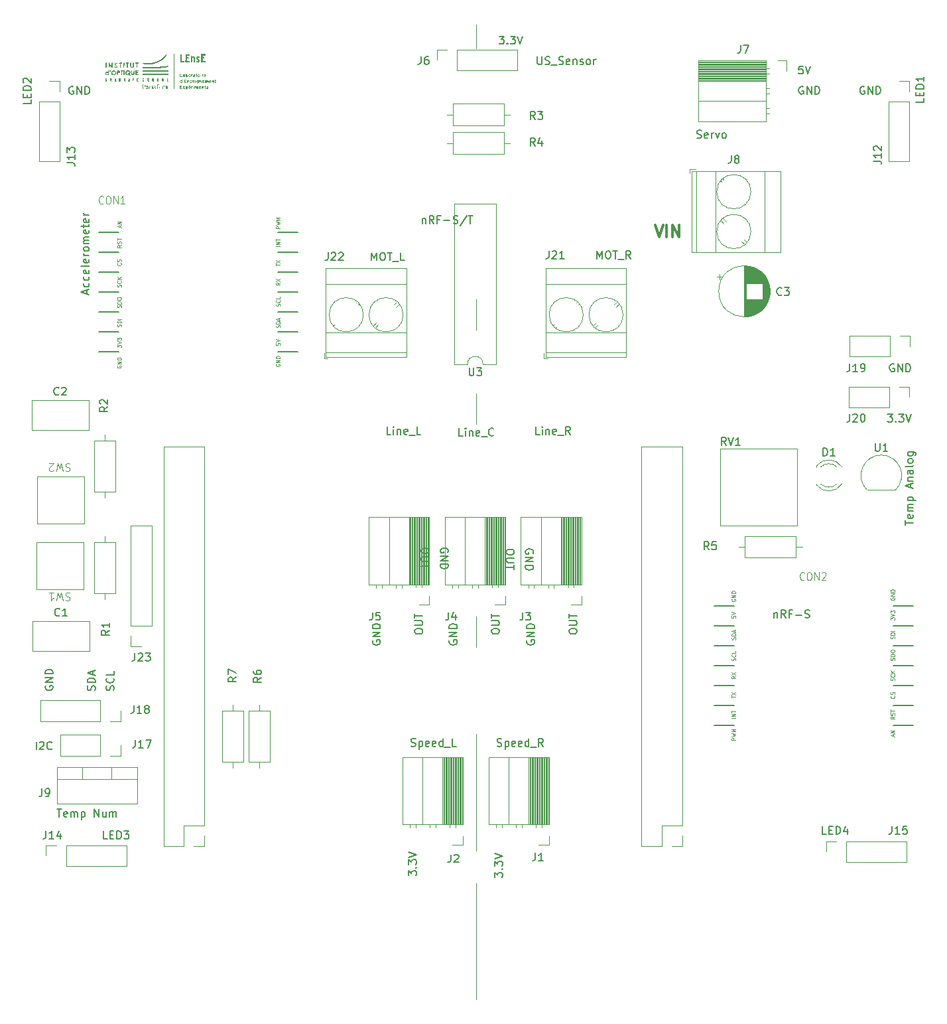
<source format=gbr>
%TF.GenerationSoftware,KiCad,Pcbnew,8.0.2*%
%TF.CreationDate,2024-05-27T11:10:36+02:00*%
%TF.ProjectId,Motor_Board_L476RG,4d6f746f-725f-4426-9f61-72645f4c3437,rev?*%
%TF.SameCoordinates,Original*%
%TF.FileFunction,Legend,Top*%
%TF.FilePolarity,Positive*%
%FSLAX46Y46*%
G04 Gerber Fmt 4.6, Leading zero omitted, Abs format (unit mm)*
G04 Created by KiCad (PCBNEW 8.0.2) date 2024-05-27 11:10:36*
%MOMM*%
%LPD*%
G01*
G04 APERTURE LIST*
%ADD10C,0.150000*%
%ADD11C,0.050000*%
%ADD12C,0.300000*%
%ADD13C,0.100000*%
%ADD14C,0.120000*%
%ADD15C,0.127000*%
%ADD16C,0.000000*%
G04 APERTURE END LIST*
D10*
X174869819Y-148558458D02*
X174869819Y-147939411D01*
X174869819Y-147939411D02*
X175250771Y-148272744D01*
X175250771Y-148272744D02*
X175250771Y-148129887D01*
X175250771Y-148129887D02*
X175298390Y-148034649D01*
X175298390Y-148034649D02*
X175346009Y-147987030D01*
X175346009Y-147987030D02*
X175441247Y-147939411D01*
X175441247Y-147939411D02*
X175679342Y-147939411D01*
X175679342Y-147939411D02*
X175774580Y-147987030D01*
X175774580Y-147987030D02*
X175822200Y-148034649D01*
X175822200Y-148034649D02*
X175869819Y-148129887D01*
X175869819Y-148129887D02*
X175869819Y-148415601D01*
X175869819Y-148415601D02*
X175822200Y-148510839D01*
X175822200Y-148510839D02*
X175774580Y-148558458D01*
X175774580Y-147510839D02*
X175822200Y-147463220D01*
X175822200Y-147463220D02*
X175869819Y-147510839D01*
X175869819Y-147510839D02*
X175822200Y-147558458D01*
X175822200Y-147558458D02*
X175774580Y-147510839D01*
X175774580Y-147510839D02*
X175869819Y-147510839D01*
X174869819Y-147129887D02*
X174869819Y-146510840D01*
X174869819Y-146510840D02*
X175250771Y-146844173D01*
X175250771Y-146844173D02*
X175250771Y-146701316D01*
X175250771Y-146701316D02*
X175298390Y-146606078D01*
X175298390Y-146606078D02*
X175346009Y-146558459D01*
X175346009Y-146558459D02*
X175441247Y-146510840D01*
X175441247Y-146510840D02*
X175679342Y-146510840D01*
X175679342Y-146510840D02*
X175774580Y-146558459D01*
X175774580Y-146558459D02*
X175822200Y-146606078D01*
X175822200Y-146606078D02*
X175869819Y-146701316D01*
X175869819Y-146701316D02*
X175869819Y-146987030D01*
X175869819Y-146987030D02*
X175822200Y-147082268D01*
X175822200Y-147082268D02*
X175774580Y-147129887D01*
X174869819Y-146225125D02*
X175869819Y-145891792D01*
X175869819Y-145891792D02*
X174869819Y-145558459D01*
X185869819Y-148758458D02*
X185869819Y-148139411D01*
X185869819Y-148139411D02*
X186250771Y-148472744D01*
X186250771Y-148472744D02*
X186250771Y-148329887D01*
X186250771Y-148329887D02*
X186298390Y-148234649D01*
X186298390Y-148234649D02*
X186346009Y-148187030D01*
X186346009Y-148187030D02*
X186441247Y-148139411D01*
X186441247Y-148139411D02*
X186679342Y-148139411D01*
X186679342Y-148139411D02*
X186774580Y-148187030D01*
X186774580Y-148187030D02*
X186822200Y-148234649D01*
X186822200Y-148234649D02*
X186869819Y-148329887D01*
X186869819Y-148329887D02*
X186869819Y-148615601D01*
X186869819Y-148615601D02*
X186822200Y-148710839D01*
X186822200Y-148710839D02*
X186774580Y-148758458D01*
X186774580Y-147710839D02*
X186822200Y-147663220D01*
X186822200Y-147663220D02*
X186869819Y-147710839D01*
X186869819Y-147710839D02*
X186822200Y-147758458D01*
X186822200Y-147758458D02*
X186774580Y-147710839D01*
X186774580Y-147710839D02*
X186869819Y-147710839D01*
X185869819Y-147329887D02*
X185869819Y-146710840D01*
X185869819Y-146710840D02*
X186250771Y-147044173D01*
X186250771Y-147044173D02*
X186250771Y-146901316D01*
X186250771Y-146901316D02*
X186298390Y-146806078D01*
X186298390Y-146806078D02*
X186346009Y-146758459D01*
X186346009Y-146758459D02*
X186441247Y-146710840D01*
X186441247Y-146710840D02*
X186679342Y-146710840D01*
X186679342Y-146710840D02*
X186774580Y-146758459D01*
X186774580Y-146758459D02*
X186822200Y-146806078D01*
X186822200Y-146806078D02*
X186869819Y-146901316D01*
X186869819Y-146901316D02*
X186869819Y-147187030D01*
X186869819Y-147187030D02*
X186822200Y-147282268D01*
X186822200Y-147282268D02*
X186774580Y-147329887D01*
X185869819Y-146425125D02*
X186869819Y-146091792D01*
X186869819Y-146091792D02*
X185869819Y-145758459D01*
X238269819Y-103806077D02*
X238269819Y-103234649D01*
X239269819Y-103520363D02*
X238269819Y-103520363D01*
X239222200Y-102520363D02*
X239269819Y-102615601D01*
X239269819Y-102615601D02*
X239269819Y-102806077D01*
X239269819Y-102806077D02*
X239222200Y-102901315D01*
X239222200Y-102901315D02*
X239126961Y-102948934D01*
X239126961Y-102948934D02*
X238746009Y-102948934D01*
X238746009Y-102948934D02*
X238650771Y-102901315D01*
X238650771Y-102901315D02*
X238603152Y-102806077D01*
X238603152Y-102806077D02*
X238603152Y-102615601D01*
X238603152Y-102615601D02*
X238650771Y-102520363D01*
X238650771Y-102520363D02*
X238746009Y-102472744D01*
X238746009Y-102472744D02*
X238841247Y-102472744D01*
X238841247Y-102472744D02*
X238936485Y-102948934D01*
X239269819Y-102044172D02*
X238603152Y-102044172D01*
X238698390Y-102044172D02*
X238650771Y-101996553D01*
X238650771Y-101996553D02*
X238603152Y-101901315D01*
X238603152Y-101901315D02*
X238603152Y-101758458D01*
X238603152Y-101758458D02*
X238650771Y-101663220D01*
X238650771Y-101663220D02*
X238746009Y-101615601D01*
X238746009Y-101615601D02*
X239269819Y-101615601D01*
X238746009Y-101615601D02*
X238650771Y-101567982D01*
X238650771Y-101567982D02*
X238603152Y-101472744D01*
X238603152Y-101472744D02*
X238603152Y-101329887D01*
X238603152Y-101329887D02*
X238650771Y-101234648D01*
X238650771Y-101234648D02*
X238746009Y-101187029D01*
X238746009Y-101187029D02*
X239269819Y-101187029D01*
X238603152Y-100710839D02*
X239603152Y-100710839D01*
X238650771Y-100710839D02*
X238603152Y-100615601D01*
X238603152Y-100615601D02*
X238603152Y-100425125D01*
X238603152Y-100425125D02*
X238650771Y-100329887D01*
X238650771Y-100329887D02*
X238698390Y-100282268D01*
X238698390Y-100282268D02*
X238793628Y-100234649D01*
X238793628Y-100234649D02*
X239079342Y-100234649D01*
X239079342Y-100234649D02*
X239174580Y-100282268D01*
X239174580Y-100282268D02*
X239222200Y-100329887D01*
X239222200Y-100329887D02*
X239269819Y-100425125D01*
X239269819Y-100425125D02*
X239269819Y-100615601D01*
X239269819Y-100615601D02*
X239222200Y-100710839D01*
X238984104Y-99091791D02*
X238984104Y-98615601D01*
X239269819Y-99187029D02*
X238269819Y-98853696D01*
X238269819Y-98853696D02*
X239269819Y-98520363D01*
X238603152Y-98187029D02*
X239269819Y-98187029D01*
X238698390Y-98187029D02*
X238650771Y-98139410D01*
X238650771Y-98139410D02*
X238603152Y-98044172D01*
X238603152Y-98044172D02*
X238603152Y-97901315D01*
X238603152Y-97901315D02*
X238650771Y-97806077D01*
X238650771Y-97806077D02*
X238746009Y-97758458D01*
X238746009Y-97758458D02*
X239269819Y-97758458D01*
X239269819Y-96853696D02*
X238746009Y-96853696D01*
X238746009Y-96853696D02*
X238650771Y-96901315D01*
X238650771Y-96901315D02*
X238603152Y-96996553D01*
X238603152Y-96996553D02*
X238603152Y-97187029D01*
X238603152Y-97187029D02*
X238650771Y-97282267D01*
X239222200Y-96853696D02*
X239269819Y-96948934D01*
X239269819Y-96948934D02*
X239269819Y-97187029D01*
X239269819Y-97187029D02*
X239222200Y-97282267D01*
X239222200Y-97282267D02*
X239126961Y-97329886D01*
X239126961Y-97329886D02*
X239031723Y-97329886D01*
X239031723Y-97329886D02*
X238936485Y-97282267D01*
X238936485Y-97282267D02*
X238888866Y-97187029D01*
X238888866Y-97187029D02*
X238888866Y-96948934D01*
X238888866Y-96948934D02*
X238841247Y-96853696D01*
X239269819Y-96234648D02*
X239222200Y-96329886D01*
X239222200Y-96329886D02*
X239126961Y-96377505D01*
X239126961Y-96377505D02*
X238269819Y-96377505D01*
X239269819Y-95710838D02*
X239222200Y-95806076D01*
X239222200Y-95806076D02*
X239174580Y-95853695D01*
X239174580Y-95853695D02*
X239079342Y-95901314D01*
X239079342Y-95901314D02*
X238793628Y-95901314D01*
X238793628Y-95901314D02*
X238698390Y-95853695D01*
X238698390Y-95853695D02*
X238650771Y-95806076D01*
X238650771Y-95806076D02*
X238603152Y-95710838D01*
X238603152Y-95710838D02*
X238603152Y-95567981D01*
X238603152Y-95567981D02*
X238650771Y-95472743D01*
X238650771Y-95472743D02*
X238698390Y-95425124D01*
X238698390Y-95425124D02*
X238793628Y-95377505D01*
X238793628Y-95377505D02*
X239079342Y-95377505D01*
X239079342Y-95377505D02*
X239174580Y-95425124D01*
X239174580Y-95425124D02*
X239222200Y-95472743D01*
X239222200Y-95472743D02*
X239269819Y-95567981D01*
X239269819Y-95567981D02*
X239269819Y-95710838D01*
X238603152Y-94520362D02*
X239412676Y-94520362D01*
X239412676Y-94520362D02*
X239507914Y-94567981D01*
X239507914Y-94567981D02*
X239555533Y-94615600D01*
X239555533Y-94615600D02*
X239603152Y-94710838D01*
X239603152Y-94710838D02*
X239603152Y-94853695D01*
X239603152Y-94853695D02*
X239555533Y-94948933D01*
X239222200Y-94520362D02*
X239269819Y-94615600D01*
X239269819Y-94615600D02*
X239269819Y-94806076D01*
X239269819Y-94806076D02*
X239222200Y-94901314D01*
X239222200Y-94901314D02*
X239174580Y-94948933D01*
X239174580Y-94948933D02*
X239079342Y-94996552D01*
X239079342Y-94996552D02*
X238793628Y-94996552D01*
X238793628Y-94996552D02*
X238698390Y-94948933D01*
X238698390Y-94948933D02*
X238650771Y-94901314D01*
X238650771Y-94901314D02*
X238603152Y-94806076D01*
X238603152Y-94806076D02*
X238603152Y-94615600D01*
X238603152Y-94615600D02*
X238650771Y-94520362D01*
X198936779Y-69869819D02*
X198936779Y-68869819D01*
X198936779Y-68869819D02*
X199270112Y-69584104D01*
X199270112Y-69584104D02*
X199603445Y-68869819D01*
X199603445Y-68869819D02*
X199603445Y-69869819D01*
X200270112Y-68869819D02*
X200460588Y-68869819D01*
X200460588Y-68869819D02*
X200555826Y-68917438D01*
X200555826Y-68917438D02*
X200651064Y-69012676D01*
X200651064Y-69012676D02*
X200698683Y-69203152D01*
X200698683Y-69203152D02*
X200698683Y-69536485D01*
X200698683Y-69536485D02*
X200651064Y-69726961D01*
X200651064Y-69726961D02*
X200555826Y-69822200D01*
X200555826Y-69822200D02*
X200460588Y-69869819D01*
X200460588Y-69869819D02*
X200270112Y-69869819D01*
X200270112Y-69869819D02*
X200174874Y-69822200D01*
X200174874Y-69822200D02*
X200079636Y-69726961D01*
X200079636Y-69726961D02*
X200032017Y-69536485D01*
X200032017Y-69536485D02*
X200032017Y-69203152D01*
X200032017Y-69203152D02*
X200079636Y-69012676D01*
X200079636Y-69012676D02*
X200174874Y-68917438D01*
X200174874Y-68917438D02*
X200270112Y-68869819D01*
X200984398Y-68869819D02*
X201555826Y-68869819D01*
X201270112Y-69869819D02*
X201270112Y-68869819D01*
X201651065Y-69965057D02*
X202412969Y-69965057D01*
X203222493Y-69869819D02*
X202889160Y-69393628D01*
X202651065Y-69869819D02*
X202651065Y-68869819D01*
X202651065Y-68869819D02*
X203032017Y-68869819D01*
X203032017Y-68869819D02*
X203127255Y-68917438D01*
X203127255Y-68917438D02*
X203174874Y-68965057D01*
X203174874Y-68965057D02*
X203222493Y-69060295D01*
X203222493Y-69060295D02*
X203222493Y-69203152D01*
X203222493Y-69203152D02*
X203174874Y-69298390D01*
X203174874Y-69298390D02*
X203127255Y-69346009D01*
X203127255Y-69346009D02*
X203032017Y-69393628D01*
X203032017Y-69393628D02*
X202651065Y-69393628D01*
X170136779Y-70069819D02*
X170136779Y-69069819D01*
X170136779Y-69069819D02*
X170470112Y-69784104D01*
X170470112Y-69784104D02*
X170803445Y-69069819D01*
X170803445Y-69069819D02*
X170803445Y-70069819D01*
X171470112Y-69069819D02*
X171660588Y-69069819D01*
X171660588Y-69069819D02*
X171755826Y-69117438D01*
X171755826Y-69117438D02*
X171851064Y-69212676D01*
X171851064Y-69212676D02*
X171898683Y-69403152D01*
X171898683Y-69403152D02*
X171898683Y-69736485D01*
X171898683Y-69736485D02*
X171851064Y-69926961D01*
X171851064Y-69926961D02*
X171755826Y-70022200D01*
X171755826Y-70022200D02*
X171660588Y-70069819D01*
X171660588Y-70069819D02*
X171470112Y-70069819D01*
X171470112Y-70069819D02*
X171374874Y-70022200D01*
X171374874Y-70022200D02*
X171279636Y-69926961D01*
X171279636Y-69926961D02*
X171232017Y-69736485D01*
X171232017Y-69736485D02*
X171232017Y-69403152D01*
X171232017Y-69403152D02*
X171279636Y-69212676D01*
X171279636Y-69212676D02*
X171374874Y-69117438D01*
X171374874Y-69117438D02*
X171470112Y-69069819D01*
X172184398Y-69069819D02*
X172755826Y-69069819D01*
X172470112Y-70069819D02*
X172470112Y-69069819D01*
X172851065Y-70165057D02*
X173612969Y-70165057D01*
X174327255Y-70069819D02*
X173851065Y-70069819D01*
X173851065Y-70069819D02*
X173851065Y-69069819D01*
X186441541Y-41469819D02*
X187060588Y-41469819D01*
X187060588Y-41469819D02*
X186727255Y-41850771D01*
X186727255Y-41850771D02*
X186870112Y-41850771D01*
X186870112Y-41850771D02*
X186965350Y-41898390D01*
X186965350Y-41898390D02*
X187012969Y-41946009D01*
X187012969Y-41946009D02*
X187060588Y-42041247D01*
X187060588Y-42041247D02*
X187060588Y-42279342D01*
X187060588Y-42279342D02*
X187012969Y-42374580D01*
X187012969Y-42374580D02*
X186965350Y-42422200D01*
X186965350Y-42422200D02*
X186870112Y-42469819D01*
X186870112Y-42469819D02*
X186584398Y-42469819D01*
X186584398Y-42469819D02*
X186489160Y-42422200D01*
X186489160Y-42422200D02*
X186441541Y-42374580D01*
X187489160Y-42374580D02*
X187536779Y-42422200D01*
X187536779Y-42422200D02*
X187489160Y-42469819D01*
X187489160Y-42469819D02*
X187441541Y-42422200D01*
X187441541Y-42422200D02*
X187489160Y-42374580D01*
X187489160Y-42374580D02*
X187489160Y-42469819D01*
X187870112Y-41469819D02*
X188489159Y-41469819D01*
X188489159Y-41469819D02*
X188155826Y-41850771D01*
X188155826Y-41850771D02*
X188298683Y-41850771D01*
X188298683Y-41850771D02*
X188393921Y-41898390D01*
X188393921Y-41898390D02*
X188441540Y-41946009D01*
X188441540Y-41946009D02*
X188489159Y-42041247D01*
X188489159Y-42041247D02*
X188489159Y-42279342D01*
X188489159Y-42279342D02*
X188441540Y-42374580D01*
X188441540Y-42374580D02*
X188393921Y-42422200D01*
X188393921Y-42422200D02*
X188298683Y-42469819D01*
X188298683Y-42469819D02*
X188012969Y-42469819D01*
X188012969Y-42469819D02*
X187917731Y-42422200D01*
X187917731Y-42422200D02*
X187870112Y-42374580D01*
X188774874Y-41469819D02*
X189108207Y-42469819D01*
X189108207Y-42469819D02*
X189441540Y-41469819D01*
X191336779Y-44069819D02*
X191336779Y-44879342D01*
X191336779Y-44879342D02*
X191384398Y-44974580D01*
X191384398Y-44974580D02*
X191432017Y-45022200D01*
X191432017Y-45022200D02*
X191527255Y-45069819D01*
X191527255Y-45069819D02*
X191717731Y-45069819D01*
X191717731Y-45069819D02*
X191812969Y-45022200D01*
X191812969Y-45022200D02*
X191860588Y-44974580D01*
X191860588Y-44974580D02*
X191908207Y-44879342D01*
X191908207Y-44879342D02*
X191908207Y-44069819D01*
X192336779Y-45022200D02*
X192479636Y-45069819D01*
X192479636Y-45069819D02*
X192717731Y-45069819D01*
X192717731Y-45069819D02*
X192812969Y-45022200D01*
X192812969Y-45022200D02*
X192860588Y-44974580D01*
X192860588Y-44974580D02*
X192908207Y-44879342D01*
X192908207Y-44879342D02*
X192908207Y-44784104D01*
X192908207Y-44784104D02*
X192860588Y-44688866D01*
X192860588Y-44688866D02*
X192812969Y-44641247D01*
X192812969Y-44641247D02*
X192717731Y-44593628D01*
X192717731Y-44593628D02*
X192527255Y-44546009D01*
X192527255Y-44546009D02*
X192432017Y-44498390D01*
X192432017Y-44498390D02*
X192384398Y-44450771D01*
X192384398Y-44450771D02*
X192336779Y-44355533D01*
X192336779Y-44355533D02*
X192336779Y-44260295D01*
X192336779Y-44260295D02*
X192384398Y-44165057D01*
X192384398Y-44165057D02*
X192432017Y-44117438D01*
X192432017Y-44117438D02*
X192527255Y-44069819D01*
X192527255Y-44069819D02*
X192765350Y-44069819D01*
X192765350Y-44069819D02*
X192908207Y-44117438D01*
X193098684Y-45165057D02*
X193860588Y-45165057D01*
X194051065Y-45022200D02*
X194193922Y-45069819D01*
X194193922Y-45069819D02*
X194432017Y-45069819D01*
X194432017Y-45069819D02*
X194527255Y-45022200D01*
X194527255Y-45022200D02*
X194574874Y-44974580D01*
X194574874Y-44974580D02*
X194622493Y-44879342D01*
X194622493Y-44879342D02*
X194622493Y-44784104D01*
X194622493Y-44784104D02*
X194574874Y-44688866D01*
X194574874Y-44688866D02*
X194527255Y-44641247D01*
X194527255Y-44641247D02*
X194432017Y-44593628D01*
X194432017Y-44593628D02*
X194241541Y-44546009D01*
X194241541Y-44546009D02*
X194146303Y-44498390D01*
X194146303Y-44498390D02*
X194098684Y-44450771D01*
X194098684Y-44450771D02*
X194051065Y-44355533D01*
X194051065Y-44355533D02*
X194051065Y-44260295D01*
X194051065Y-44260295D02*
X194098684Y-44165057D01*
X194098684Y-44165057D02*
X194146303Y-44117438D01*
X194146303Y-44117438D02*
X194241541Y-44069819D01*
X194241541Y-44069819D02*
X194479636Y-44069819D01*
X194479636Y-44069819D02*
X194622493Y-44117438D01*
X195432017Y-45022200D02*
X195336779Y-45069819D01*
X195336779Y-45069819D02*
X195146303Y-45069819D01*
X195146303Y-45069819D02*
X195051065Y-45022200D01*
X195051065Y-45022200D02*
X195003446Y-44926961D01*
X195003446Y-44926961D02*
X195003446Y-44546009D01*
X195003446Y-44546009D02*
X195051065Y-44450771D01*
X195051065Y-44450771D02*
X195146303Y-44403152D01*
X195146303Y-44403152D02*
X195336779Y-44403152D01*
X195336779Y-44403152D02*
X195432017Y-44450771D01*
X195432017Y-44450771D02*
X195479636Y-44546009D01*
X195479636Y-44546009D02*
X195479636Y-44641247D01*
X195479636Y-44641247D02*
X195003446Y-44736485D01*
X195908208Y-44403152D02*
X195908208Y-45069819D01*
X195908208Y-44498390D02*
X195955827Y-44450771D01*
X195955827Y-44450771D02*
X196051065Y-44403152D01*
X196051065Y-44403152D02*
X196193922Y-44403152D01*
X196193922Y-44403152D02*
X196289160Y-44450771D01*
X196289160Y-44450771D02*
X196336779Y-44546009D01*
X196336779Y-44546009D02*
X196336779Y-45069819D01*
X196765351Y-45022200D02*
X196860589Y-45069819D01*
X196860589Y-45069819D02*
X197051065Y-45069819D01*
X197051065Y-45069819D02*
X197146303Y-45022200D01*
X197146303Y-45022200D02*
X197193922Y-44926961D01*
X197193922Y-44926961D02*
X197193922Y-44879342D01*
X197193922Y-44879342D02*
X197146303Y-44784104D01*
X197146303Y-44784104D02*
X197051065Y-44736485D01*
X197051065Y-44736485D02*
X196908208Y-44736485D01*
X196908208Y-44736485D02*
X196812970Y-44688866D01*
X196812970Y-44688866D02*
X196765351Y-44593628D01*
X196765351Y-44593628D02*
X196765351Y-44546009D01*
X196765351Y-44546009D02*
X196812970Y-44450771D01*
X196812970Y-44450771D02*
X196908208Y-44403152D01*
X196908208Y-44403152D02*
X197051065Y-44403152D01*
X197051065Y-44403152D02*
X197146303Y-44450771D01*
X197765351Y-45069819D02*
X197670113Y-45022200D01*
X197670113Y-45022200D02*
X197622494Y-44974580D01*
X197622494Y-44974580D02*
X197574875Y-44879342D01*
X197574875Y-44879342D02*
X197574875Y-44593628D01*
X197574875Y-44593628D02*
X197622494Y-44498390D01*
X197622494Y-44498390D02*
X197670113Y-44450771D01*
X197670113Y-44450771D02*
X197765351Y-44403152D01*
X197765351Y-44403152D02*
X197908208Y-44403152D01*
X197908208Y-44403152D02*
X198003446Y-44450771D01*
X198003446Y-44450771D02*
X198051065Y-44498390D01*
X198051065Y-44498390D02*
X198098684Y-44593628D01*
X198098684Y-44593628D02*
X198098684Y-44879342D01*
X198098684Y-44879342D02*
X198051065Y-44974580D01*
X198051065Y-44974580D02*
X198003446Y-45022200D01*
X198003446Y-45022200D02*
X197908208Y-45069819D01*
X197908208Y-45069819D02*
X197765351Y-45069819D01*
X198527256Y-45069819D02*
X198527256Y-44403152D01*
X198527256Y-44593628D02*
X198574875Y-44498390D01*
X198574875Y-44498390D02*
X198622494Y-44450771D01*
X198622494Y-44450771D02*
X198717732Y-44403152D01*
X198717732Y-44403152D02*
X198812970Y-44403152D01*
X211689160Y-54422200D02*
X211832017Y-54469819D01*
X211832017Y-54469819D02*
X212070112Y-54469819D01*
X212070112Y-54469819D02*
X212165350Y-54422200D01*
X212165350Y-54422200D02*
X212212969Y-54374580D01*
X212212969Y-54374580D02*
X212260588Y-54279342D01*
X212260588Y-54279342D02*
X212260588Y-54184104D01*
X212260588Y-54184104D02*
X212212969Y-54088866D01*
X212212969Y-54088866D02*
X212165350Y-54041247D01*
X212165350Y-54041247D02*
X212070112Y-53993628D01*
X212070112Y-53993628D02*
X211879636Y-53946009D01*
X211879636Y-53946009D02*
X211784398Y-53898390D01*
X211784398Y-53898390D02*
X211736779Y-53850771D01*
X211736779Y-53850771D02*
X211689160Y-53755533D01*
X211689160Y-53755533D02*
X211689160Y-53660295D01*
X211689160Y-53660295D02*
X211736779Y-53565057D01*
X211736779Y-53565057D02*
X211784398Y-53517438D01*
X211784398Y-53517438D02*
X211879636Y-53469819D01*
X211879636Y-53469819D02*
X212117731Y-53469819D01*
X212117731Y-53469819D02*
X212260588Y-53517438D01*
X213070112Y-54422200D02*
X212974874Y-54469819D01*
X212974874Y-54469819D02*
X212784398Y-54469819D01*
X212784398Y-54469819D02*
X212689160Y-54422200D01*
X212689160Y-54422200D02*
X212641541Y-54326961D01*
X212641541Y-54326961D02*
X212641541Y-53946009D01*
X212641541Y-53946009D02*
X212689160Y-53850771D01*
X212689160Y-53850771D02*
X212784398Y-53803152D01*
X212784398Y-53803152D02*
X212974874Y-53803152D01*
X212974874Y-53803152D02*
X213070112Y-53850771D01*
X213070112Y-53850771D02*
X213117731Y-53946009D01*
X213117731Y-53946009D02*
X213117731Y-54041247D01*
X213117731Y-54041247D02*
X212641541Y-54136485D01*
X213546303Y-54469819D02*
X213546303Y-53803152D01*
X213546303Y-53993628D02*
X213593922Y-53898390D01*
X213593922Y-53898390D02*
X213641541Y-53850771D01*
X213641541Y-53850771D02*
X213736779Y-53803152D01*
X213736779Y-53803152D02*
X213832017Y-53803152D01*
X214070113Y-53803152D02*
X214308208Y-54469819D01*
X214308208Y-54469819D02*
X214546303Y-53803152D01*
X215070113Y-54469819D02*
X214974875Y-54422200D01*
X214974875Y-54422200D02*
X214927256Y-54374580D01*
X214927256Y-54374580D02*
X214879637Y-54279342D01*
X214879637Y-54279342D02*
X214879637Y-53993628D01*
X214879637Y-53993628D02*
X214927256Y-53898390D01*
X214927256Y-53898390D02*
X214974875Y-53850771D01*
X214974875Y-53850771D02*
X215070113Y-53803152D01*
X215070113Y-53803152D02*
X215212970Y-53803152D01*
X215212970Y-53803152D02*
X215308208Y-53850771D01*
X215308208Y-53850771D02*
X215355827Y-53898390D01*
X215355827Y-53898390D02*
X215403446Y-53993628D01*
X215403446Y-53993628D02*
X215403446Y-54279342D01*
X215403446Y-54279342D02*
X215355827Y-54374580D01*
X215355827Y-54374580D02*
X215308208Y-54422200D01*
X215308208Y-54422200D02*
X215212970Y-54469819D01*
X215212970Y-54469819D02*
X215070113Y-54469819D01*
X225212969Y-45269819D02*
X224736779Y-45269819D01*
X224736779Y-45269819D02*
X224689160Y-45746009D01*
X224689160Y-45746009D02*
X224736779Y-45698390D01*
X224736779Y-45698390D02*
X224832017Y-45650771D01*
X224832017Y-45650771D02*
X225070112Y-45650771D01*
X225070112Y-45650771D02*
X225165350Y-45698390D01*
X225165350Y-45698390D02*
X225212969Y-45746009D01*
X225212969Y-45746009D02*
X225260588Y-45841247D01*
X225260588Y-45841247D02*
X225260588Y-46079342D01*
X225260588Y-46079342D02*
X225212969Y-46174580D01*
X225212969Y-46174580D02*
X225165350Y-46222200D01*
X225165350Y-46222200D02*
X225070112Y-46269819D01*
X225070112Y-46269819D02*
X224832017Y-46269819D01*
X224832017Y-46269819D02*
X224736779Y-46222200D01*
X224736779Y-46222200D02*
X224689160Y-46174580D01*
X225546303Y-45269819D02*
X225879636Y-46269819D01*
X225879636Y-46269819D02*
X226212969Y-45269819D01*
X225260588Y-47917438D02*
X225165350Y-47869819D01*
X225165350Y-47869819D02*
X225022493Y-47869819D01*
X225022493Y-47869819D02*
X224879636Y-47917438D01*
X224879636Y-47917438D02*
X224784398Y-48012676D01*
X224784398Y-48012676D02*
X224736779Y-48107914D01*
X224736779Y-48107914D02*
X224689160Y-48298390D01*
X224689160Y-48298390D02*
X224689160Y-48441247D01*
X224689160Y-48441247D02*
X224736779Y-48631723D01*
X224736779Y-48631723D02*
X224784398Y-48726961D01*
X224784398Y-48726961D02*
X224879636Y-48822200D01*
X224879636Y-48822200D02*
X225022493Y-48869819D01*
X225022493Y-48869819D02*
X225117731Y-48869819D01*
X225117731Y-48869819D02*
X225260588Y-48822200D01*
X225260588Y-48822200D02*
X225308207Y-48774580D01*
X225308207Y-48774580D02*
X225308207Y-48441247D01*
X225308207Y-48441247D02*
X225117731Y-48441247D01*
X225736779Y-48869819D02*
X225736779Y-47869819D01*
X225736779Y-47869819D02*
X226308207Y-48869819D01*
X226308207Y-48869819D02*
X226308207Y-47869819D01*
X226784398Y-48869819D02*
X226784398Y-47869819D01*
X226784398Y-47869819D02*
X227022493Y-47869819D01*
X227022493Y-47869819D02*
X227165350Y-47917438D01*
X227165350Y-47917438D02*
X227260588Y-48012676D01*
X227260588Y-48012676D02*
X227308207Y-48107914D01*
X227308207Y-48107914D02*
X227355826Y-48298390D01*
X227355826Y-48298390D02*
X227355826Y-48441247D01*
X227355826Y-48441247D02*
X227308207Y-48631723D01*
X227308207Y-48631723D02*
X227260588Y-48726961D01*
X227260588Y-48726961D02*
X227165350Y-48822200D01*
X227165350Y-48822200D02*
X227022493Y-48869819D01*
X227022493Y-48869819D02*
X226784398Y-48869819D01*
X233060588Y-47917438D02*
X232965350Y-47869819D01*
X232965350Y-47869819D02*
X232822493Y-47869819D01*
X232822493Y-47869819D02*
X232679636Y-47917438D01*
X232679636Y-47917438D02*
X232584398Y-48012676D01*
X232584398Y-48012676D02*
X232536779Y-48107914D01*
X232536779Y-48107914D02*
X232489160Y-48298390D01*
X232489160Y-48298390D02*
X232489160Y-48441247D01*
X232489160Y-48441247D02*
X232536779Y-48631723D01*
X232536779Y-48631723D02*
X232584398Y-48726961D01*
X232584398Y-48726961D02*
X232679636Y-48822200D01*
X232679636Y-48822200D02*
X232822493Y-48869819D01*
X232822493Y-48869819D02*
X232917731Y-48869819D01*
X232917731Y-48869819D02*
X233060588Y-48822200D01*
X233060588Y-48822200D02*
X233108207Y-48774580D01*
X233108207Y-48774580D02*
X233108207Y-48441247D01*
X233108207Y-48441247D02*
X232917731Y-48441247D01*
X233536779Y-48869819D02*
X233536779Y-47869819D01*
X233536779Y-47869819D02*
X234108207Y-48869819D01*
X234108207Y-48869819D02*
X234108207Y-47869819D01*
X234584398Y-48869819D02*
X234584398Y-47869819D01*
X234584398Y-47869819D02*
X234822493Y-47869819D01*
X234822493Y-47869819D02*
X234965350Y-47917438D01*
X234965350Y-47917438D02*
X235060588Y-48012676D01*
X235060588Y-48012676D02*
X235108207Y-48107914D01*
X235108207Y-48107914D02*
X235155826Y-48298390D01*
X235155826Y-48298390D02*
X235155826Y-48441247D01*
X235155826Y-48441247D02*
X235108207Y-48631723D01*
X235108207Y-48631723D02*
X235060588Y-48726961D01*
X235060588Y-48726961D02*
X234965350Y-48822200D01*
X234965350Y-48822200D02*
X234822493Y-48869819D01*
X234822493Y-48869819D02*
X234584398Y-48869819D01*
X126669819Y-49587030D02*
X126669819Y-50063220D01*
X126669819Y-50063220D02*
X125669819Y-50063220D01*
X126146009Y-49253696D02*
X126146009Y-48920363D01*
X126669819Y-48777506D02*
X126669819Y-49253696D01*
X126669819Y-49253696D02*
X125669819Y-49253696D01*
X125669819Y-49253696D02*
X125669819Y-48777506D01*
X126669819Y-48348934D02*
X125669819Y-48348934D01*
X125669819Y-48348934D02*
X125669819Y-48110839D01*
X125669819Y-48110839D02*
X125717438Y-47967982D01*
X125717438Y-47967982D02*
X125812676Y-47872744D01*
X125812676Y-47872744D02*
X125907914Y-47825125D01*
X125907914Y-47825125D02*
X126098390Y-47777506D01*
X126098390Y-47777506D02*
X126241247Y-47777506D01*
X126241247Y-47777506D02*
X126431723Y-47825125D01*
X126431723Y-47825125D02*
X126526961Y-47872744D01*
X126526961Y-47872744D02*
X126622200Y-47967982D01*
X126622200Y-47967982D02*
X126669819Y-48110839D01*
X126669819Y-48110839D02*
X126669819Y-48348934D01*
X125765057Y-47396553D02*
X125717438Y-47348934D01*
X125717438Y-47348934D02*
X125669819Y-47253696D01*
X125669819Y-47253696D02*
X125669819Y-47015601D01*
X125669819Y-47015601D02*
X125717438Y-46920363D01*
X125717438Y-46920363D02*
X125765057Y-46872744D01*
X125765057Y-46872744D02*
X125860295Y-46825125D01*
X125860295Y-46825125D02*
X125955533Y-46825125D01*
X125955533Y-46825125D02*
X126098390Y-46872744D01*
X126098390Y-46872744D02*
X126669819Y-47444172D01*
X126669819Y-47444172D02*
X126669819Y-46825125D01*
X240669819Y-49387030D02*
X240669819Y-49863220D01*
X240669819Y-49863220D02*
X239669819Y-49863220D01*
X240146009Y-49053696D02*
X240146009Y-48720363D01*
X240669819Y-48577506D02*
X240669819Y-49053696D01*
X240669819Y-49053696D02*
X239669819Y-49053696D01*
X239669819Y-49053696D02*
X239669819Y-48577506D01*
X240669819Y-48148934D02*
X239669819Y-48148934D01*
X239669819Y-48148934D02*
X239669819Y-47910839D01*
X239669819Y-47910839D02*
X239717438Y-47767982D01*
X239717438Y-47767982D02*
X239812676Y-47672744D01*
X239812676Y-47672744D02*
X239907914Y-47625125D01*
X239907914Y-47625125D02*
X240098390Y-47577506D01*
X240098390Y-47577506D02*
X240241247Y-47577506D01*
X240241247Y-47577506D02*
X240431723Y-47625125D01*
X240431723Y-47625125D02*
X240526961Y-47672744D01*
X240526961Y-47672744D02*
X240622200Y-47767982D01*
X240622200Y-47767982D02*
X240669819Y-47910839D01*
X240669819Y-47910839D02*
X240669819Y-48148934D01*
X240669819Y-46625125D02*
X240669819Y-47196553D01*
X240669819Y-46910839D02*
X239669819Y-46910839D01*
X239669819Y-46910839D02*
X239812676Y-47006077D01*
X239812676Y-47006077D02*
X239907914Y-47101315D01*
X239907914Y-47101315D02*
X239955533Y-47196553D01*
X228212969Y-143269819D02*
X227736779Y-143269819D01*
X227736779Y-143269819D02*
X227736779Y-142269819D01*
X228546303Y-142746009D02*
X228879636Y-142746009D01*
X229022493Y-143269819D02*
X228546303Y-143269819D01*
X228546303Y-143269819D02*
X228546303Y-142269819D01*
X228546303Y-142269819D02*
X229022493Y-142269819D01*
X229451065Y-143269819D02*
X229451065Y-142269819D01*
X229451065Y-142269819D02*
X229689160Y-142269819D01*
X229689160Y-142269819D02*
X229832017Y-142317438D01*
X229832017Y-142317438D02*
X229927255Y-142412676D01*
X229927255Y-142412676D02*
X229974874Y-142507914D01*
X229974874Y-142507914D02*
X230022493Y-142698390D01*
X230022493Y-142698390D02*
X230022493Y-142841247D01*
X230022493Y-142841247D02*
X229974874Y-143031723D01*
X229974874Y-143031723D02*
X229927255Y-143126961D01*
X229927255Y-143126961D02*
X229832017Y-143222200D01*
X229832017Y-143222200D02*
X229689160Y-143269819D01*
X229689160Y-143269819D02*
X229451065Y-143269819D01*
X230879636Y-142603152D02*
X230879636Y-143269819D01*
X230641541Y-142222200D02*
X230403446Y-142936485D01*
X230403446Y-142936485D02*
X231022493Y-142936485D01*
X136412969Y-143869819D02*
X135936779Y-143869819D01*
X135936779Y-143869819D02*
X135936779Y-142869819D01*
X136746303Y-143346009D02*
X137079636Y-143346009D01*
X137222493Y-143869819D02*
X136746303Y-143869819D01*
X136746303Y-143869819D02*
X136746303Y-142869819D01*
X136746303Y-142869819D02*
X137222493Y-142869819D01*
X137651065Y-143869819D02*
X137651065Y-142869819D01*
X137651065Y-142869819D02*
X137889160Y-142869819D01*
X137889160Y-142869819D02*
X138032017Y-142917438D01*
X138032017Y-142917438D02*
X138127255Y-143012676D01*
X138127255Y-143012676D02*
X138174874Y-143107914D01*
X138174874Y-143107914D02*
X138222493Y-143298390D01*
X138222493Y-143298390D02*
X138222493Y-143441247D01*
X138222493Y-143441247D02*
X138174874Y-143631723D01*
X138174874Y-143631723D02*
X138127255Y-143726961D01*
X138127255Y-143726961D02*
X138032017Y-143822200D01*
X138032017Y-143822200D02*
X137889160Y-143869819D01*
X137889160Y-143869819D02*
X137651065Y-143869819D01*
X138555827Y-142869819D02*
X139174874Y-142869819D01*
X139174874Y-142869819D02*
X138841541Y-143250771D01*
X138841541Y-143250771D02*
X138984398Y-143250771D01*
X138984398Y-143250771D02*
X139079636Y-143298390D01*
X139079636Y-143298390D02*
X139127255Y-143346009D01*
X139127255Y-143346009D02*
X139174874Y-143441247D01*
X139174874Y-143441247D02*
X139174874Y-143679342D01*
X139174874Y-143679342D02*
X139127255Y-143774580D01*
X139127255Y-143774580D02*
X139079636Y-143822200D01*
X139079636Y-143822200D02*
X138984398Y-143869819D01*
X138984398Y-143869819D02*
X138698684Y-143869819D01*
X138698684Y-143869819D02*
X138603446Y-143822200D01*
X138603446Y-143822200D02*
X138555827Y-143774580D01*
X129993922Y-140069819D02*
X130565350Y-140069819D01*
X130279636Y-141069819D02*
X130279636Y-140069819D01*
X131279636Y-141022200D02*
X131184398Y-141069819D01*
X131184398Y-141069819D02*
X130993922Y-141069819D01*
X130993922Y-141069819D02*
X130898684Y-141022200D01*
X130898684Y-141022200D02*
X130851065Y-140926961D01*
X130851065Y-140926961D02*
X130851065Y-140546009D01*
X130851065Y-140546009D02*
X130898684Y-140450771D01*
X130898684Y-140450771D02*
X130993922Y-140403152D01*
X130993922Y-140403152D02*
X131184398Y-140403152D01*
X131184398Y-140403152D02*
X131279636Y-140450771D01*
X131279636Y-140450771D02*
X131327255Y-140546009D01*
X131327255Y-140546009D02*
X131327255Y-140641247D01*
X131327255Y-140641247D02*
X130851065Y-140736485D01*
X131755827Y-141069819D02*
X131755827Y-140403152D01*
X131755827Y-140498390D02*
X131803446Y-140450771D01*
X131803446Y-140450771D02*
X131898684Y-140403152D01*
X131898684Y-140403152D02*
X132041541Y-140403152D01*
X132041541Y-140403152D02*
X132136779Y-140450771D01*
X132136779Y-140450771D02*
X132184398Y-140546009D01*
X132184398Y-140546009D02*
X132184398Y-141069819D01*
X132184398Y-140546009D02*
X132232017Y-140450771D01*
X132232017Y-140450771D02*
X132327255Y-140403152D01*
X132327255Y-140403152D02*
X132470112Y-140403152D01*
X132470112Y-140403152D02*
X132565351Y-140450771D01*
X132565351Y-140450771D02*
X132612970Y-140546009D01*
X132612970Y-140546009D02*
X132612970Y-141069819D01*
X133089160Y-140403152D02*
X133089160Y-141403152D01*
X133089160Y-140450771D02*
X133184398Y-140403152D01*
X133184398Y-140403152D02*
X133374874Y-140403152D01*
X133374874Y-140403152D02*
X133470112Y-140450771D01*
X133470112Y-140450771D02*
X133517731Y-140498390D01*
X133517731Y-140498390D02*
X133565350Y-140593628D01*
X133565350Y-140593628D02*
X133565350Y-140879342D01*
X133565350Y-140879342D02*
X133517731Y-140974580D01*
X133517731Y-140974580D02*
X133470112Y-141022200D01*
X133470112Y-141022200D02*
X133374874Y-141069819D01*
X133374874Y-141069819D02*
X133184398Y-141069819D01*
X133184398Y-141069819D02*
X133089160Y-141022200D01*
X134755827Y-141069819D02*
X134755827Y-140069819D01*
X134755827Y-140069819D02*
X135327255Y-141069819D01*
X135327255Y-141069819D02*
X135327255Y-140069819D01*
X136232017Y-140403152D02*
X136232017Y-141069819D01*
X135803446Y-140403152D02*
X135803446Y-140926961D01*
X135803446Y-140926961D02*
X135851065Y-141022200D01*
X135851065Y-141022200D02*
X135946303Y-141069819D01*
X135946303Y-141069819D02*
X136089160Y-141069819D01*
X136089160Y-141069819D02*
X136184398Y-141022200D01*
X136184398Y-141022200D02*
X136232017Y-140974580D01*
X136708208Y-141069819D02*
X136708208Y-140403152D01*
X136708208Y-140498390D02*
X136755827Y-140450771D01*
X136755827Y-140450771D02*
X136851065Y-140403152D01*
X136851065Y-140403152D02*
X136993922Y-140403152D01*
X136993922Y-140403152D02*
X137089160Y-140450771D01*
X137089160Y-140450771D02*
X137136779Y-140546009D01*
X137136779Y-140546009D02*
X137136779Y-141069819D01*
X137136779Y-140546009D02*
X137184398Y-140450771D01*
X137184398Y-140450771D02*
X137279636Y-140403152D01*
X137279636Y-140403152D02*
X137422493Y-140403152D01*
X137422493Y-140403152D02*
X137517732Y-140450771D01*
X137517732Y-140450771D02*
X137565351Y-140546009D01*
X137565351Y-140546009D02*
X137565351Y-141069819D01*
X236860588Y-83317438D02*
X236765350Y-83269819D01*
X236765350Y-83269819D02*
X236622493Y-83269819D01*
X236622493Y-83269819D02*
X236479636Y-83317438D01*
X236479636Y-83317438D02*
X236384398Y-83412676D01*
X236384398Y-83412676D02*
X236336779Y-83507914D01*
X236336779Y-83507914D02*
X236289160Y-83698390D01*
X236289160Y-83698390D02*
X236289160Y-83841247D01*
X236289160Y-83841247D02*
X236336779Y-84031723D01*
X236336779Y-84031723D02*
X236384398Y-84126961D01*
X236384398Y-84126961D02*
X236479636Y-84222200D01*
X236479636Y-84222200D02*
X236622493Y-84269819D01*
X236622493Y-84269819D02*
X236717731Y-84269819D01*
X236717731Y-84269819D02*
X236860588Y-84222200D01*
X236860588Y-84222200D02*
X236908207Y-84174580D01*
X236908207Y-84174580D02*
X236908207Y-83841247D01*
X236908207Y-83841247D02*
X236717731Y-83841247D01*
X237336779Y-84269819D02*
X237336779Y-83269819D01*
X237336779Y-83269819D02*
X237908207Y-84269819D01*
X237908207Y-84269819D02*
X237908207Y-83269819D01*
X238384398Y-84269819D02*
X238384398Y-83269819D01*
X238384398Y-83269819D02*
X238622493Y-83269819D01*
X238622493Y-83269819D02*
X238765350Y-83317438D01*
X238765350Y-83317438D02*
X238860588Y-83412676D01*
X238860588Y-83412676D02*
X238908207Y-83507914D01*
X238908207Y-83507914D02*
X238955826Y-83698390D01*
X238955826Y-83698390D02*
X238955826Y-83841247D01*
X238955826Y-83841247D02*
X238908207Y-84031723D01*
X238908207Y-84031723D02*
X238860588Y-84126961D01*
X238860588Y-84126961D02*
X238765350Y-84222200D01*
X238765350Y-84222200D02*
X238622493Y-84269819D01*
X238622493Y-84269819D02*
X238384398Y-84269819D01*
X133784104Y-74310839D02*
X133784104Y-73834649D01*
X134069819Y-74406077D02*
X133069819Y-74072744D01*
X133069819Y-74072744D02*
X134069819Y-73739411D01*
X134022200Y-72977506D02*
X134069819Y-73072744D01*
X134069819Y-73072744D02*
X134069819Y-73263220D01*
X134069819Y-73263220D02*
X134022200Y-73358458D01*
X134022200Y-73358458D02*
X133974580Y-73406077D01*
X133974580Y-73406077D02*
X133879342Y-73453696D01*
X133879342Y-73453696D02*
X133593628Y-73453696D01*
X133593628Y-73453696D02*
X133498390Y-73406077D01*
X133498390Y-73406077D02*
X133450771Y-73358458D01*
X133450771Y-73358458D02*
X133403152Y-73263220D01*
X133403152Y-73263220D02*
X133403152Y-73072744D01*
X133403152Y-73072744D02*
X133450771Y-72977506D01*
X134022200Y-72120363D02*
X134069819Y-72215601D01*
X134069819Y-72215601D02*
X134069819Y-72406077D01*
X134069819Y-72406077D02*
X134022200Y-72501315D01*
X134022200Y-72501315D02*
X133974580Y-72548934D01*
X133974580Y-72548934D02*
X133879342Y-72596553D01*
X133879342Y-72596553D02*
X133593628Y-72596553D01*
X133593628Y-72596553D02*
X133498390Y-72548934D01*
X133498390Y-72548934D02*
X133450771Y-72501315D01*
X133450771Y-72501315D02*
X133403152Y-72406077D01*
X133403152Y-72406077D02*
X133403152Y-72215601D01*
X133403152Y-72215601D02*
X133450771Y-72120363D01*
X134022200Y-71310839D02*
X134069819Y-71406077D01*
X134069819Y-71406077D02*
X134069819Y-71596553D01*
X134069819Y-71596553D02*
X134022200Y-71691791D01*
X134022200Y-71691791D02*
X133926961Y-71739410D01*
X133926961Y-71739410D02*
X133546009Y-71739410D01*
X133546009Y-71739410D02*
X133450771Y-71691791D01*
X133450771Y-71691791D02*
X133403152Y-71596553D01*
X133403152Y-71596553D02*
X133403152Y-71406077D01*
X133403152Y-71406077D02*
X133450771Y-71310839D01*
X133450771Y-71310839D02*
X133546009Y-71263220D01*
X133546009Y-71263220D02*
X133641247Y-71263220D01*
X133641247Y-71263220D02*
X133736485Y-71739410D01*
X134069819Y-70691791D02*
X134022200Y-70787029D01*
X134022200Y-70787029D02*
X133926961Y-70834648D01*
X133926961Y-70834648D02*
X133069819Y-70834648D01*
X134022200Y-69929886D02*
X134069819Y-70025124D01*
X134069819Y-70025124D02*
X134069819Y-70215600D01*
X134069819Y-70215600D02*
X134022200Y-70310838D01*
X134022200Y-70310838D02*
X133926961Y-70358457D01*
X133926961Y-70358457D02*
X133546009Y-70358457D01*
X133546009Y-70358457D02*
X133450771Y-70310838D01*
X133450771Y-70310838D02*
X133403152Y-70215600D01*
X133403152Y-70215600D02*
X133403152Y-70025124D01*
X133403152Y-70025124D02*
X133450771Y-69929886D01*
X133450771Y-69929886D02*
X133546009Y-69882267D01*
X133546009Y-69882267D02*
X133641247Y-69882267D01*
X133641247Y-69882267D02*
X133736485Y-70358457D01*
X134069819Y-69453695D02*
X133403152Y-69453695D01*
X133593628Y-69453695D02*
X133498390Y-69406076D01*
X133498390Y-69406076D02*
X133450771Y-69358457D01*
X133450771Y-69358457D02*
X133403152Y-69263219D01*
X133403152Y-69263219D02*
X133403152Y-69167981D01*
X134069819Y-68691790D02*
X134022200Y-68787028D01*
X134022200Y-68787028D02*
X133974580Y-68834647D01*
X133974580Y-68834647D02*
X133879342Y-68882266D01*
X133879342Y-68882266D02*
X133593628Y-68882266D01*
X133593628Y-68882266D02*
X133498390Y-68834647D01*
X133498390Y-68834647D02*
X133450771Y-68787028D01*
X133450771Y-68787028D02*
X133403152Y-68691790D01*
X133403152Y-68691790D02*
X133403152Y-68548933D01*
X133403152Y-68548933D02*
X133450771Y-68453695D01*
X133450771Y-68453695D02*
X133498390Y-68406076D01*
X133498390Y-68406076D02*
X133593628Y-68358457D01*
X133593628Y-68358457D02*
X133879342Y-68358457D01*
X133879342Y-68358457D02*
X133974580Y-68406076D01*
X133974580Y-68406076D02*
X134022200Y-68453695D01*
X134022200Y-68453695D02*
X134069819Y-68548933D01*
X134069819Y-68548933D02*
X134069819Y-68691790D01*
X134069819Y-67929885D02*
X133403152Y-67929885D01*
X133498390Y-67929885D02*
X133450771Y-67882266D01*
X133450771Y-67882266D02*
X133403152Y-67787028D01*
X133403152Y-67787028D02*
X133403152Y-67644171D01*
X133403152Y-67644171D02*
X133450771Y-67548933D01*
X133450771Y-67548933D02*
X133546009Y-67501314D01*
X133546009Y-67501314D02*
X134069819Y-67501314D01*
X133546009Y-67501314D02*
X133450771Y-67453695D01*
X133450771Y-67453695D02*
X133403152Y-67358457D01*
X133403152Y-67358457D02*
X133403152Y-67215600D01*
X133403152Y-67215600D02*
X133450771Y-67120361D01*
X133450771Y-67120361D02*
X133546009Y-67072742D01*
X133546009Y-67072742D02*
X134069819Y-67072742D01*
X134022200Y-66215600D02*
X134069819Y-66310838D01*
X134069819Y-66310838D02*
X134069819Y-66501314D01*
X134069819Y-66501314D02*
X134022200Y-66596552D01*
X134022200Y-66596552D02*
X133926961Y-66644171D01*
X133926961Y-66644171D02*
X133546009Y-66644171D01*
X133546009Y-66644171D02*
X133450771Y-66596552D01*
X133450771Y-66596552D02*
X133403152Y-66501314D01*
X133403152Y-66501314D02*
X133403152Y-66310838D01*
X133403152Y-66310838D02*
X133450771Y-66215600D01*
X133450771Y-66215600D02*
X133546009Y-66167981D01*
X133546009Y-66167981D02*
X133641247Y-66167981D01*
X133641247Y-66167981D02*
X133736485Y-66644171D01*
X133403152Y-65882266D02*
X133403152Y-65501314D01*
X133069819Y-65739409D02*
X133926961Y-65739409D01*
X133926961Y-65739409D02*
X134022200Y-65691790D01*
X134022200Y-65691790D02*
X134069819Y-65596552D01*
X134069819Y-65596552D02*
X134069819Y-65501314D01*
X134022200Y-64787028D02*
X134069819Y-64882266D01*
X134069819Y-64882266D02*
X134069819Y-65072742D01*
X134069819Y-65072742D02*
X134022200Y-65167980D01*
X134022200Y-65167980D02*
X133926961Y-65215599D01*
X133926961Y-65215599D02*
X133546009Y-65215599D01*
X133546009Y-65215599D02*
X133450771Y-65167980D01*
X133450771Y-65167980D02*
X133403152Y-65072742D01*
X133403152Y-65072742D02*
X133403152Y-64882266D01*
X133403152Y-64882266D02*
X133450771Y-64787028D01*
X133450771Y-64787028D02*
X133546009Y-64739409D01*
X133546009Y-64739409D02*
X133641247Y-64739409D01*
X133641247Y-64739409D02*
X133736485Y-65215599D01*
X134069819Y-64310837D02*
X133403152Y-64310837D01*
X133593628Y-64310837D02*
X133498390Y-64263218D01*
X133498390Y-64263218D02*
X133450771Y-64215599D01*
X133450771Y-64215599D02*
X133403152Y-64120361D01*
X133403152Y-64120361D02*
X133403152Y-64025123D01*
X221536779Y-115003152D02*
X221536779Y-115669819D01*
X221536779Y-115098390D02*
X221584398Y-115050771D01*
X221584398Y-115050771D02*
X221679636Y-115003152D01*
X221679636Y-115003152D02*
X221822493Y-115003152D01*
X221822493Y-115003152D02*
X221917731Y-115050771D01*
X221917731Y-115050771D02*
X221965350Y-115146009D01*
X221965350Y-115146009D02*
X221965350Y-115669819D01*
X223012969Y-115669819D02*
X222679636Y-115193628D01*
X222441541Y-115669819D02*
X222441541Y-114669819D01*
X222441541Y-114669819D02*
X222822493Y-114669819D01*
X222822493Y-114669819D02*
X222917731Y-114717438D01*
X222917731Y-114717438D02*
X222965350Y-114765057D01*
X222965350Y-114765057D02*
X223012969Y-114860295D01*
X223012969Y-114860295D02*
X223012969Y-115003152D01*
X223012969Y-115003152D02*
X222965350Y-115098390D01*
X222965350Y-115098390D02*
X222917731Y-115146009D01*
X222917731Y-115146009D02*
X222822493Y-115193628D01*
X222822493Y-115193628D02*
X222441541Y-115193628D01*
X223774874Y-115146009D02*
X223441541Y-115146009D01*
X223441541Y-115669819D02*
X223441541Y-114669819D01*
X223441541Y-114669819D02*
X223917731Y-114669819D01*
X224298684Y-115288866D02*
X225060589Y-115288866D01*
X225489160Y-115622200D02*
X225632017Y-115669819D01*
X225632017Y-115669819D02*
X225870112Y-115669819D01*
X225870112Y-115669819D02*
X225965350Y-115622200D01*
X225965350Y-115622200D02*
X226012969Y-115574580D01*
X226012969Y-115574580D02*
X226060588Y-115479342D01*
X226060588Y-115479342D02*
X226060588Y-115384104D01*
X226060588Y-115384104D02*
X226012969Y-115288866D01*
X226012969Y-115288866D02*
X225965350Y-115241247D01*
X225965350Y-115241247D02*
X225870112Y-115193628D01*
X225870112Y-115193628D02*
X225679636Y-115146009D01*
X225679636Y-115146009D02*
X225584398Y-115098390D01*
X225584398Y-115098390D02*
X225536779Y-115050771D01*
X225536779Y-115050771D02*
X225489160Y-114955533D01*
X225489160Y-114955533D02*
X225489160Y-114860295D01*
X225489160Y-114860295D02*
X225536779Y-114765057D01*
X225536779Y-114765057D02*
X225584398Y-114717438D01*
X225584398Y-114717438D02*
X225679636Y-114669819D01*
X225679636Y-114669819D02*
X225917731Y-114669819D01*
X225917731Y-114669819D02*
X226060588Y-114717438D01*
X128517438Y-124339411D02*
X128469819Y-124434649D01*
X128469819Y-124434649D02*
X128469819Y-124577506D01*
X128469819Y-124577506D02*
X128517438Y-124720363D01*
X128517438Y-124720363D02*
X128612676Y-124815601D01*
X128612676Y-124815601D02*
X128707914Y-124863220D01*
X128707914Y-124863220D02*
X128898390Y-124910839D01*
X128898390Y-124910839D02*
X129041247Y-124910839D01*
X129041247Y-124910839D02*
X129231723Y-124863220D01*
X129231723Y-124863220D02*
X129326961Y-124815601D01*
X129326961Y-124815601D02*
X129422200Y-124720363D01*
X129422200Y-124720363D02*
X129469819Y-124577506D01*
X129469819Y-124577506D02*
X129469819Y-124482268D01*
X129469819Y-124482268D02*
X129422200Y-124339411D01*
X129422200Y-124339411D02*
X129374580Y-124291792D01*
X129374580Y-124291792D02*
X129041247Y-124291792D01*
X129041247Y-124291792D02*
X129041247Y-124482268D01*
X129469819Y-123863220D02*
X128469819Y-123863220D01*
X128469819Y-123863220D02*
X129469819Y-123291792D01*
X129469819Y-123291792D02*
X128469819Y-123291792D01*
X129469819Y-122815601D02*
X128469819Y-122815601D01*
X128469819Y-122815601D02*
X128469819Y-122577506D01*
X128469819Y-122577506D02*
X128517438Y-122434649D01*
X128517438Y-122434649D02*
X128612676Y-122339411D01*
X128612676Y-122339411D02*
X128707914Y-122291792D01*
X128707914Y-122291792D02*
X128898390Y-122244173D01*
X128898390Y-122244173D02*
X129041247Y-122244173D01*
X129041247Y-122244173D02*
X129231723Y-122291792D01*
X129231723Y-122291792D02*
X129326961Y-122339411D01*
X129326961Y-122339411D02*
X129422200Y-122434649D01*
X129422200Y-122434649D02*
X129469819Y-122577506D01*
X129469819Y-122577506D02*
X129469819Y-122815601D01*
X134822200Y-124910839D02*
X134869819Y-124767982D01*
X134869819Y-124767982D02*
X134869819Y-124529887D01*
X134869819Y-124529887D02*
X134822200Y-124434649D01*
X134822200Y-124434649D02*
X134774580Y-124387030D01*
X134774580Y-124387030D02*
X134679342Y-124339411D01*
X134679342Y-124339411D02*
X134584104Y-124339411D01*
X134584104Y-124339411D02*
X134488866Y-124387030D01*
X134488866Y-124387030D02*
X134441247Y-124434649D01*
X134441247Y-124434649D02*
X134393628Y-124529887D01*
X134393628Y-124529887D02*
X134346009Y-124720363D01*
X134346009Y-124720363D02*
X134298390Y-124815601D01*
X134298390Y-124815601D02*
X134250771Y-124863220D01*
X134250771Y-124863220D02*
X134155533Y-124910839D01*
X134155533Y-124910839D02*
X134060295Y-124910839D01*
X134060295Y-124910839D02*
X133965057Y-124863220D01*
X133965057Y-124863220D02*
X133917438Y-124815601D01*
X133917438Y-124815601D02*
X133869819Y-124720363D01*
X133869819Y-124720363D02*
X133869819Y-124482268D01*
X133869819Y-124482268D02*
X133917438Y-124339411D01*
X134869819Y-123910839D02*
X133869819Y-123910839D01*
X133869819Y-123910839D02*
X133869819Y-123672744D01*
X133869819Y-123672744D02*
X133917438Y-123529887D01*
X133917438Y-123529887D02*
X134012676Y-123434649D01*
X134012676Y-123434649D02*
X134107914Y-123387030D01*
X134107914Y-123387030D02*
X134298390Y-123339411D01*
X134298390Y-123339411D02*
X134441247Y-123339411D01*
X134441247Y-123339411D02*
X134631723Y-123387030D01*
X134631723Y-123387030D02*
X134726961Y-123434649D01*
X134726961Y-123434649D02*
X134822200Y-123529887D01*
X134822200Y-123529887D02*
X134869819Y-123672744D01*
X134869819Y-123672744D02*
X134869819Y-123910839D01*
X134584104Y-122958458D02*
X134584104Y-122482268D01*
X134869819Y-123053696D02*
X133869819Y-122720363D01*
X133869819Y-122720363D02*
X134869819Y-122387030D01*
X137222200Y-124910839D02*
X137269819Y-124767982D01*
X137269819Y-124767982D02*
X137269819Y-124529887D01*
X137269819Y-124529887D02*
X137222200Y-124434649D01*
X137222200Y-124434649D02*
X137174580Y-124387030D01*
X137174580Y-124387030D02*
X137079342Y-124339411D01*
X137079342Y-124339411D02*
X136984104Y-124339411D01*
X136984104Y-124339411D02*
X136888866Y-124387030D01*
X136888866Y-124387030D02*
X136841247Y-124434649D01*
X136841247Y-124434649D02*
X136793628Y-124529887D01*
X136793628Y-124529887D02*
X136746009Y-124720363D01*
X136746009Y-124720363D02*
X136698390Y-124815601D01*
X136698390Y-124815601D02*
X136650771Y-124863220D01*
X136650771Y-124863220D02*
X136555533Y-124910839D01*
X136555533Y-124910839D02*
X136460295Y-124910839D01*
X136460295Y-124910839D02*
X136365057Y-124863220D01*
X136365057Y-124863220D02*
X136317438Y-124815601D01*
X136317438Y-124815601D02*
X136269819Y-124720363D01*
X136269819Y-124720363D02*
X136269819Y-124482268D01*
X136269819Y-124482268D02*
X136317438Y-124339411D01*
X137174580Y-123339411D02*
X137222200Y-123387030D01*
X137222200Y-123387030D02*
X137269819Y-123529887D01*
X137269819Y-123529887D02*
X137269819Y-123625125D01*
X137269819Y-123625125D02*
X137222200Y-123767982D01*
X137222200Y-123767982D02*
X137126961Y-123863220D01*
X137126961Y-123863220D02*
X137031723Y-123910839D01*
X137031723Y-123910839D02*
X136841247Y-123958458D01*
X136841247Y-123958458D02*
X136698390Y-123958458D01*
X136698390Y-123958458D02*
X136507914Y-123910839D01*
X136507914Y-123910839D02*
X136412676Y-123863220D01*
X136412676Y-123863220D02*
X136317438Y-123767982D01*
X136317438Y-123767982D02*
X136269819Y-123625125D01*
X136269819Y-123625125D02*
X136269819Y-123529887D01*
X136269819Y-123529887D02*
X136317438Y-123387030D01*
X136317438Y-123387030D02*
X136365057Y-123339411D01*
X137269819Y-122434649D02*
X137269819Y-122910839D01*
X137269819Y-122910839D02*
X136269819Y-122910839D01*
D11*
X183500000Y-78962500D02*
X183500000Y-75037500D01*
X183500000Y-90962500D02*
X183500000Y-87037500D01*
X183475000Y-145350000D02*
X183475000Y-130500000D01*
X183500000Y-119425000D02*
X183500000Y-115500000D01*
X183500000Y-43000000D02*
X183500000Y-40000000D01*
X183500000Y-164350000D02*
X183500000Y-149500000D01*
D10*
X132060588Y-47917438D02*
X131965350Y-47869819D01*
X131965350Y-47869819D02*
X131822493Y-47869819D01*
X131822493Y-47869819D02*
X131679636Y-47917438D01*
X131679636Y-47917438D02*
X131584398Y-48012676D01*
X131584398Y-48012676D02*
X131536779Y-48107914D01*
X131536779Y-48107914D02*
X131489160Y-48298390D01*
X131489160Y-48298390D02*
X131489160Y-48441247D01*
X131489160Y-48441247D02*
X131536779Y-48631723D01*
X131536779Y-48631723D02*
X131584398Y-48726961D01*
X131584398Y-48726961D02*
X131679636Y-48822200D01*
X131679636Y-48822200D02*
X131822493Y-48869819D01*
X131822493Y-48869819D02*
X131917731Y-48869819D01*
X131917731Y-48869819D02*
X132060588Y-48822200D01*
X132060588Y-48822200D02*
X132108207Y-48774580D01*
X132108207Y-48774580D02*
X132108207Y-48441247D01*
X132108207Y-48441247D02*
X131917731Y-48441247D01*
X132536779Y-48869819D02*
X132536779Y-47869819D01*
X132536779Y-47869819D02*
X133108207Y-48869819D01*
X133108207Y-48869819D02*
X133108207Y-47869819D01*
X133584398Y-48869819D02*
X133584398Y-47869819D01*
X133584398Y-47869819D02*
X133822493Y-47869819D01*
X133822493Y-47869819D02*
X133965350Y-47917438D01*
X133965350Y-47917438D02*
X134060588Y-48012676D01*
X134060588Y-48012676D02*
X134108207Y-48107914D01*
X134108207Y-48107914D02*
X134155826Y-48298390D01*
X134155826Y-48298390D02*
X134155826Y-48441247D01*
X134155826Y-48441247D02*
X134108207Y-48631723D01*
X134108207Y-48631723D02*
X134060588Y-48726961D01*
X134060588Y-48726961D02*
X133965350Y-48822200D01*
X133965350Y-48822200D02*
X133822493Y-48869819D01*
X133822493Y-48869819D02*
X133584398Y-48869819D01*
X175669819Y-117472744D02*
X175669819Y-117282268D01*
X175669819Y-117282268D02*
X175717438Y-117187030D01*
X175717438Y-117187030D02*
X175812676Y-117091792D01*
X175812676Y-117091792D02*
X176003152Y-117044173D01*
X176003152Y-117044173D02*
X176336485Y-117044173D01*
X176336485Y-117044173D02*
X176526961Y-117091792D01*
X176526961Y-117091792D02*
X176622200Y-117187030D01*
X176622200Y-117187030D02*
X176669819Y-117282268D01*
X176669819Y-117282268D02*
X176669819Y-117472744D01*
X176669819Y-117472744D02*
X176622200Y-117567982D01*
X176622200Y-117567982D02*
X176526961Y-117663220D01*
X176526961Y-117663220D02*
X176336485Y-117710839D01*
X176336485Y-117710839D02*
X176003152Y-117710839D01*
X176003152Y-117710839D02*
X175812676Y-117663220D01*
X175812676Y-117663220D02*
X175717438Y-117567982D01*
X175717438Y-117567982D02*
X175669819Y-117472744D01*
X175669819Y-116615601D02*
X176479342Y-116615601D01*
X176479342Y-116615601D02*
X176574580Y-116567982D01*
X176574580Y-116567982D02*
X176622200Y-116520363D01*
X176622200Y-116520363D02*
X176669819Y-116425125D01*
X176669819Y-116425125D02*
X176669819Y-116234649D01*
X176669819Y-116234649D02*
X176622200Y-116139411D01*
X176622200Y-116139411D02*
X176574580Y-116091792D01*
X176574580Y-116091792D02*
X176479342Y-116044173D01*
X176479342Y-116044173D02*
X175669819Y-116044173D01*
X175669819Y-115710839D02*
X175669819Y-115139411D01*
X176669819Y-115425125D02*
X175669819Y-115425125D01*
X177505180Y-107027255D02*
X177505180Y-107217731D01*
X177505180Y-107217731D02*
X177457561Y-107312969D01*
X177457561Y-107312969D02*
X177362323Y-107408207D01*
X177362323Y-107408207D02*
X177171847Y-107455826D01*
X177171847Y-107455826D02*
X176838514Y-107455826D01*
X176838514Y-107455826D02*
X176648038Y-107408207D01*
X176648038Y-107408207D02*
X176552800Y-107312969D01*
X176552800Y-107312969D02*
X176505180Y-107217731D01*
X176505180Y-107217731D02*
X176505180Y-107027255D01*
X176505180Y-107027255D02*
X176552800Y-106932017D01*
X176552800Y-106932017D02*
X176648038Y-106836779D01*
X176648038Y-106836779D02*
X176838514Y-106789160D01*
X176838514Y-106789160D02*
X177171847Y-106789160D01*
X177171847Y-106789160D02*
X177362323Y-106836779D01*
X177362323Y-106836779D02*
X177457561Y-106932017D01*
X177457561Y-106932017D02*
X177505180Y-107027255D01*
X177505180Y-107884398D02*
X176695657Y-107884398D01*
X176695657Y-107884398D02*
X176600419Y-107932017D01*
X176600419Y-107932017D02*
X176552800Y-107979636D01*
X176552800Y-107979636D02*
X176505180Y-108074874D01*
X176505180Y-108074874D02*
X176505180Y-108265350D01*
X176505180Y-108265350D02*
X176552800Y-108360588D01*
X176552800Y-108360588D02*
X176600419Y-108408207D01*
X176600419Y-108408207D02*
X176695657Y-108455826D01*
X176695657Y-108455826D02*
X177505180Y-108455826D01*
X177505180Y-108789160D02*
X177505180Y-109360588D01*
X176505180Y-109074874D02*
X177505180Y-109074874D01*
X179907002Y-107313529D02*
X179954621Y-107218291D01*
X179954621Y-107218291D02*
X179954621Y-107075434D01*
X179954621Y-107075434D02*
X179907002Y-106932577D01*
X179907002Y-106932577D02*
X179811764Y-106837339D01*
X179811764Y-106837339D02*
X179716526Y-106789720D01*
X179716526Y-106789720D02*
X179526050Y-106742101D01*
X179526050Y-106742101D02*
X179383193Y-106742101D01*
X179383193Y-106742101D02*
X179192717Y-106789720D01*
X179192717Y-106789720D02*
X179097479Y-106837339D01*
X179097479Y-106837339D02*
X179002241Y-106932577D01*
X179002241Y-106932577D02*
X178954621Y-107075434D01*
X178954621Y-107075434D02*
X178954621Y-107170672D01*
X178954621Y-107170672D02*
X179002241Y-107313529D01*
X179002241Y-107313529D02*
X179049860Y-107361148D01*
X179049860Y-107361148D02*
X179383193Y-107361148D01*
X179383193Y-107361148D02*
X179383193Y-107170672D01*
X178954621Y-107789720D02*
X179954621Y-107789720D01*
X179954621Y-107789720D02*
X178954621Y-108361148D01*
X178954621Y-108361148D02*
X179954621Y-108361148D01*
X178954621Y-108837339D02*
X179954621Y-108837339D01*
X179954621Y-108837339D02*
X179954621Y-109075434D01*
X179954621Y-109075434D02*
X179907002Y-109218291D01*
X179907002Y-109218291D02*
X179811764Y-109313529D01*
X179811764Y-109313529D02*
X179716526Y-109361148D01*
X179716526Y-109361148D02*
X179526050Y-109408767D01*
X179526050Y-109408767D02*
X179383193Y-109408767D01*
X179383193Y-109408767D02*
X179192717Y-109361148D01*
X179192717Y-109361148D02*
X179097479Y-109313529D01*
X179097479Y-109313529D02*
X179002241Y-109218291D01*
X179002241Y-109218291D02*
X178954621Y-109075434D01*
X178954621Y-109075434D02*
X178954621Y-108837339D01*
X176636779Y-64703152D02*
X176636779Y-65369819D01*
X176636779Y-64798390D02*
X176684398Y-64750771D01*
X176684398Y-64750771D02*
X176779636Y-64703152D01*
X176779636Y-64703152D02*
X176922493Y-64703152D01*
X176922493Y-64703152D02*
X177017731Y-64750771D01*
X177017731Y-64750771D02*
X177065350Y-64846009D01*
X177065350Y-64846009D02*
X177065350Y-65369819D01*
X178112969Y-65369819D02*
X177779636Y-64893628D01*
X177541541Y-65369819D02*
X177541541Y-64369819D01*
X177541541Y-64369819D02*
X177922493Y-64369819D01*
X177922493Y-64369819D02*
X178017731Y-64417438D01*
X178017731Y-64417438D02*
X178065350Y-64465057D01*
X178065350Y-64465057D02*
X178112969Y-64560295D01*
X178112969Y-64560295D02*
X178112969Y-64703152D01*
X178112969Y-64703152D02*
X178065350Y-64798390D01*
X178065350Y-64798390D02*
X178017731Y-64846009D01*
X178017731Y-64846009D02*
X177922493Y-64893628D01*
X177922493Y-64893628D02*
X177541541Y-64893628D01*
X178874874Y-64846009D02*
X178541541Y-64846009D01*
X178541541Y-65369819D02*
X178541541Y-64369819D01*
X178541541Y-64369819D02*
X179017731Y-64369819D01*
X179398684Y-64988866D02*
X180160589Y-64988866D01*
X180589160Y-65322200D02*
X180732017Y-65369819D01*
X180732017Y-65369819D02*
X180970112Y-65369819D01*
X180970112Y-65369819D02*
X181065350Y-65322200D01*
X181065350Y-65322200D02*
X181112969Y-65274580D01*
X181112969Y-65274580D02*
X181160588Y-65179342D01*
X181160588Y-65179342D02*
X181160588Y-65084104D01*
X181160588Y-65084104D02*
X181112969Y-64988866D01*
X181112969Y-64988866D02*
X181065350Y-64941247D01*
X181065350Y-64941247D02*
X180970112Y-64893628D01*
X180970112Y-64893628D02*
X180779636Y-64846009D01*
X180779636Y-64846009D02*
X180684398Y-64798390D01*
X180684398Y-64798390D02*
X180636779Y-64750771D01*
X180636779Y-64750771D02*
X180589160Y-64655533D01*
X180589160Y-64655533D02*
X180589160Y-64560295D01*
X180589160Y-64560295D02*
X180636779Y-64465057D01*
X180636779Y-64465057D02*
X180684398Y-64417438D01*
X180684398Y-64417438D02*
X180779636Y-64369819D01*
X180779636Y-64369819D02*
X181017731Y-64369819D01*
X181017731Y-64369819D02*
X181160588Y-64417438D01*
X182303445Y-64322200D02*
X181446303Y-65607914D01*
X182493922Y-64369819D02*
X183065350Y-64369819D01*
X182779636Y-65369819D02*
X182779636Y-64369819D01*
D12*
X206340225Y-65550828D02*
X206840225Y-67050828D01*
X206840225Y-67050828D02*
X207340225Y-65550828D01*
X207840224Y-67050828D02*
X207840224Y-65550828D01*
X208554510Y-67050828D02*
X208554510Y-65550828D01*
X208554510Y-65550828D02*
X209411653Y-67050828D01*
X209411653Y-67050828D02*
X209411653Y-65550828D01*
D10*
X190017438Y-118539411D02*
X189969819Y-118634649D01*
X189969819Y-118634649D02*
X189969819Y-118777506D01*
X189969819Y-118777506D02*
X190017438Y-118920363D01*
X190017438Y-118920363D02*
X190112676Y-119015601D01*
X190112676Y-119015601D02*
X190207914Y-119063220D01*
X190207914Y-119063220D02*
X190398390Y-119110839D01*
X190398390Y-119110839D02*
X190541247Y-119110839D01*
X190541247Y-119110839D02*
X190731723Y-119063220D01*
X190731723Y-119063220D02*
X190826961Y-119015601D01*
X190826961Y-119015601D02*
X190922200Y-118920363D01*
X190922200Y-118920363D02*
X190969819Y-118777506D01*
X190969819Y-118777506D02*
X190969819Y-118682268D01*
X190969819Y-118682268D02*
X190922200Y-118539411D01*
X190922200Y-118539411D02*
X190874580Y-118491792D01*
X190874580Y-118491792D02*
X190541247Y-118491792D01*
X190541247Y-118491792D02*
X190541247Y-118682268D01*
X190969819Y-118063220D02*
X189969819Y-118063220D01*
X189969819Y-118063220D02*
X190969819Y-117491792D01*
X190969819Y-117491792D02*
X189969819Y-117491792D01*
X190969819Y-117015601D02*
X189969819Y-117015601D01*
X189969819Y-117015601D02*
X189969819Y-116777506D01*
X189969819Y-116777506D02*
X190017438Y-116634649D01*
X190017438Y-116634649D02*
X190112676Y-116539411D01*
X190112676Y-116539411D02*
X190207914Y-116491792D01*
X190207914Y-116491792D02*
X190398390Y-116444173D01*
X190398390Y-116444173D02*
X190541247Y-116444173D01*
X190541247Y-116444173D02*
X190731723Y-116491792D01*
X190731723Y-116491792D02*
X190826961Y-116539411D01*
X190826961Y-116539411D02*
X190922200Y-116634649D01*
X190922200Y-116634649D02*
X190969819Y-116777506D01*
X190969819Y-116777506D02*
X190969819Y-117015601D01*
X236041541Y-89669819D02*
X236660588Y-89669819D01*
X236660588Y-89669819D02*
X236327255Y-90050771D01*
X236327255Y-90050771D02*
X236470112Y-90050771D01*
X236470112Y-90050771D02*
X236565350Y-90098390D01*
X236565350Y-90098390D02*
X236612969Y-90146009D01*
X236612969Y-90146009D02*
X236660588Y-90241247D01*
X236660588Y-90241247D02*
X236660588Y-90479342D01*
X236660588Y-90479342D02*
X236612969Y-90574580D01*
X236612969Y-90574580D02*
X236565350Y-90622200D01*
X236565350Y-90622200D02*
X236470112Y-90669819D01*
X236470112Y-90669819D02*
X236184398Y-90669819D01*
X236184398Y-90669819D02*
X236089160Y-90622200D01*
X236089160Y-90622200D02*
X236041541Y-90574580D01*
X237089160Y-90574580D02*
X237136779Y-90622200D01*
X237136779Y-90622200D02*
X237089160Y-90669819D01*
X237089160Y-90669819D02*
X237041541Y-90622200D01*
X237041541Y-90622200D02*
X237089160Y-90574580D01*
X237089160Y-90574580D02*
X237089160Y-90669819D01*
X237470112Y-89669819D02*
X238089159Y-89669819D01*
X238089159Y-89669819D02*
X237755826Y-90050771D01*
X237755826Y-90050771D02*
X237898683Y-90050771D01*
X237898683Y-90050771D02*
X237993921Y-90098390D01*
X237993921Y-90098390D02*
X238041540Y-90146009D01*
X238041540Y-90146009D02*
X238089159Y-90241247D01*
X238089159Y-90241247D02*
X238089159Y-90479342D01*
X238089159Y-90479342D02*
X238041540Y-90574580D01*
X238041540Y-90574580D02*
X237993921Y-90622200D01*
X237993921Y-90622200D02*
X237898683Y-90669819D01*
X237898683Y-90669819D02*
X237612969Y-90669819D01*
X237612969Y-90669819D02*
X237517731Y-90622200D01*
X237517731Y-90622200D02*
X237470112Y-90574580D01*
X238374874Y-89669819D02*
X238708207Y-90669819D01*
X238708207Y-90669819D02*
X239041540Y-89669819D01*
X190757561Y-107460588D02*
X190805180Y-107365350D01*
X190805180Y-107365350D02*
X190805180Y-107222493D01*
X190805180Y-107222493D02*
X190757561Y-107079636D01*
X190757561Y-107079636D02*
X190662323Y-106984398D01*
X190662323Y-106984398D02*
X190567085Y-106936779D01*
X190567085Y-106936779D02*
X190376609Y-106889160D01*
X190376609Y-106889160D02*
X190233752Y-106889160D01*
X190233752Y-106889160D02*
X190043276Y-106936779D01*
X190043276Y-106936779D02*
X189948038Y-106984398D01*
X189948038Y-106984398D02*
X189852800Y-107079636D01*
X189852800Y-107079636D02*
X189805180Y-107222493D01*
X189805180Y-107222493D02*
X189805180Y-107317731D01*
X189805180Y-107317731D02*
X189852800Y-107460588D01*
X189852800Y-107460588D02*
X189900419Y-107508207D01*
X189900419Y-107508207D02*
X190233752Y-107508207D01*
X190233752Y-107508207D02*
X190233752Y-107317731D01*
X189805180Y-107936779D02*
X190805180Y-107936779D01*
X190805180Y-107936779D02*
X189805180Y-108508207D01*
X189805180Y-108508207D02*
X190805180Y-108508207D01*
X189805180Y-108984398D02*
X190805180Y-108984398D01*
X190805180Y-108984398D02*
X190805180Y-109222493D01*
X190805180Y-109222493D02*
X190757561Y-109365350D01*
X190757561Y-109365350D02*
X190662323Y-109460588D01*
X190662323Y-109460588D02*
X190567085Y-109508207D01*
X190567085Y-109508207D02*
X190376609Y-109555826D01*
X190376609Y-109555826D02*
X190233752Y-109555826D01*
X190233752Y-109555826D02*
X190043276Y-109508207D01*
X190043276Y-109508207D02*
X189948038Y-109460588D01*
X189948038Y-109460588D02*
X189852800Y-109365350D01*
X189852800Y-109365350D02*
X189805180Y-109222493D01*
X189805180Y-109222493D02*
X189805180Y-108984398D01*
X186189160Y-132022200D02*
X186332017Y-132069819D01*
X186332017Y-132069819D02*
X186570112Y-132069819D01*
X186570112Y-132069819D02*
X186665350Y-132022200D01*
X186665350Y-132022200D02*
X186712969Y-131974580D01*
X186712969Y-131974580D02*
X186760588Y-131879342D01*
X186760588Y-131879342D02*
X186760588Y-131784104D01*
X186760588Y-131784104D02*
X186712969Y-131688866D01*
X186712969Y-131688866D02*
X186665350Y-131641247D01*
X186665350Y-131641247D02*
X186570112Y-131593628D01*
X186570112Y-131593628D02*
X186379636Y-131546009D01*
X186379636Y-131546009D02*
X186284398Y-131498390D01*
X186284398Y-131498390D02*
X186236779Y-131450771D01*
X186236779Y-131450771D02*
X186189160Y-131355533D01*
X186189160Y-131355533D02*
X186189160Y-131260295D01*
X186189160Y-131260295D02*
X186236779Y-131165057D01*
X186236779Y-131165057D02*
X186284398Y-131117438D01*
X186284398Y-131117438D02*
X186379636Y-131069819D01*
X186379636Y-131069819D02*
X186617731Y-131069819D01*
X186617731Y-131069819D02*
X186760588Y-131117438D01*
X187189160Y-131403152D02*
X187189160Y-132403152D01*
X187189160Y-131450771D02*
X187284398Y-131403152D01*
X187284398Y-131403152D02*
X187474874Y-131403152D01*
X187474874Y-131403152D02*
X187570112Y-131450771D01*
X187570112Y-131450771D02*
X187617731Y-131498390D01*
X187617731Y-131498390D02*
X187665350Y-131593628D01*
X187665350Y-131593628D02*
X187665350Y-131879342D01*
X187665350Y-131879342D02*
X187617731Y-131974580D01*
X187617731Y-131974580D02*
X187570112Y-132022200D01*
X187570112Y-132022200D02*
X187474874Y-132069819D01*
X187474874Y-132069819D02*
X187284398Y-132069819D01*
X187284398Y-132069819D02*
X187189160Y-132022200D01*
X188474874Y-132022200D02*
X188379636Y-132069819D01*
X188379636Y-132069819D02*
X188189160Y-132069819D01*
X188189160Y-132069819D02*
X188093922Y-132022200D01*
X188093922Y-132022200D02*
X188046303Y-131926961D01*
X188046303Y-131926961D02*
X188046303Y-131546009D01*
X188046303Y-131546009D02*
X188093922Y-131450771D01*
X188093922Y-131450771D02*
X188189160Y-131403152D01*
X188189160Y-131403152D02*
X188379636Y-131403152D01*
X188379636Y-131403152D02*
X188474874Y-131450771D01*
X188474874Y-131450771D02*
X188522493Y-131546009D01*
X188522493Y-131546009D02*
X188522493Y-131641247D01*
X188522493Y-131641247D02*
X188046303Y-131736485D01*
X189332017Y-132022200D02*
X189236779Y-132069819D01*
X189236779Y-132069819D02*
X189046303Y-132069819D01*
X189046303Y-132069819D02*
X188951065Y-132022200D01*
X188951065Y-132022200D02*
X188903446Y-131926961D01*
X188903446Y-131926961D02*
X188903446Y-131546009D01*
X188903446Y-131546009D02*
X188951065Y-131450771D01*
X188951065Y-131450771D02*
X189046303Y-131403152D01*
X189046303Y-131403152D02*
X189236779Y-131403152D01*
X189236779Y-131403152D02*
X189332017Y-131450771D01*
X189332017Y-131450771D02*
X189379636Y-131546009D01*
X189379636Y-131546009D02*
X189379636Y-131641247D01*
X189379636Y-131641247D02*
X188903446Y-131736485D01*
X190236779Y-132069819D02*
X190236779Y-131069819D01*
X190236779Y-132022200D02*
X190141541Y-132069819D01*
X190141541Y-132069819D02*
X189951065Y-132069819D01*
X189951065Y-132069819D02*
X189855827Y-132022200D01*
X189855827Y-132022200D02*
X189808208Y-131974580D01*
X189808208Y-131974580D02*
X189760589Y-131879342D01*
X189760589Y-131879342D02*
X189760589Y-131593628D01*
X189760589Y-131593628D02*
X189808208Y-131498390D01*
X189808208Y-131498390D02*
X189855827Y-131450771D01*
X189855827Y-131450771D02*
X189951065Y-131403152D01*
X189951065Y-131403152D02*
X190141541Y-131403152D01*
X190141541Y-131403152D02*
X190236779Y-131450771D01*
X190474875Y-132165057D02*
X191236779Y-132165057D01*
X192046303Y-132069819D02*
X191712970Y-131593628D01*
X191474875Y-132069819D02*
X191474875Y-131069819D01*
X191474875Y-131069819D02*
X191855827Y-131069819D01*
X191855827Y-131069819D02*
X191951065Y-131117438D01*
X191951065Y-131117438D02*
X191998684Y-131165057D01*
X191998684Y-131165057D02*
X192046303Y-131260295D01*
X192046303Y-131260295D02*
X192046303Y-131403152D01*
X192046303Y-131403152D02*
X191998684Y-131498390D01*
X191998684Y-131498390D02*
X191951065Y-131546009D01*
X191951065Y-131546009D02*
X191855827Y-131593628D01*
X191855827Y-131593628D02*
X191474875Y-131593628D01*
X175189160Y-132022200D02*
X175332017Y-132069819D01*
X175332017Y-132069819D02*
X175570112Y-132069819D01*
X175570112Y-132069819D02*
X175665350Y-132022200D01*
X175665350Y-132022200D02*
X175712969Y-131974580D01*
X175712969Y-131974580D02*
X175760588Y-131879342D01*
X175760588Y-131879342D02*
X175760588Y-131784104D01*
X175760588Y-131784104D02*
X175712969Y-131688866D01*
X175712969Y-131688866D02*
X175665350Y-131641247D01*
X175665350Y-131641247D02*
X175570112Y-131593628D01*
X175570112Y-131593628D02*
X175379636Y-131546009D01*
X175379636Y-131546009D02*
X175284398Y-131498390D01*
X175284398Y-131498390D02*
X175236779Y-131450771D01*
X175236779Y-131450771D02*
X175189160Y-131355533D01*
X175189160Y-131355533D02*
X175189160Y-131260295D01*
X175189160Y-131260295D02*
X175236779Y-131165057D01*
X175236779Y-131165057D02*
X175284398Y-131117438D01*
X175284398Y-131117438D02*
X175379636Y-131069819D01*
X175379636Y-131069819D02*
X175617731Y-131069819D01*
X175617731Y-131069819D02*
X175760588Y-131117438D01*
X176189160Y-131403152D02*
X176189160Y-132403152D01*
X176189160Y-131450771D02*
X176284398Y-131403152D01*
X176284398Y-131403152D02*
X176474874Y-131403152D01*
X176474874Y-131403152D02*
X176570112Y-131450771D01*
X176570112Y-131450771D02*
X176617731Y-131498390D01*
X176617731Y-131498390D02*
X176665350Y-131593628D01*
X176665350Y-131593628D02*
X176665350Y-131879342D01*
X176665350Y-131879342D02*
X176617731Y-131974580D01*
X176617731Y-131974580D02*
X176570112Y-132022200D01*
X176570112Y-132022200D02*
X176474874Y-132069819D01*
X176474874Y-132069819D02*
X176284398Y-132069819D01*
X176284398Y-132069819D02*
X176189160Y-132022200D01*
X177474874Y-132022200D02*
X177379636Y-132069819D01*
X177379636Y-132069819D02*
X177189160Y-132069819D01*
X177189160Y-132069819D02*
X177093922Y-132022200D01*
X177093922Y-132022200D02*
X177046303Y-131926961D01*
X177046303Y-131926961D02*
X177046303Y-131546009D01*
X177046303Y-131546009D02*
X177093922Y-131450771D01*
X177093922Y-131450771D02*
X177189160Y-131403152D01*
X177189160Y-131403152D02*
X177379636Y-131403152D01*
X177379636Y-131403152D02*
X177474874Y-131450771D01*
X177474874Y-131450771D02*
X177522493Y-131546009D01*
X177522493Y-131546009D02*
X177522493Y-131641247D01*
X177522493Y-131641247D02*
X177046303Y-131736485D01*
X178332017Y-132022200D02*
X178236779Y-132069819D01*
X178236779Y-132069819D02*
X178046303Y-132069819D01*
X178046303Y-132069819D02*
X177951065Y-132022200D01*
X177951065Y-132022200D02*
X177903446Y-131926961D01*
X177903446Y-131926961D02*
X177903446Y-131546009D01*
X177903446Y-131546009D02*
X177951065Y-131450771D01*
X177951065Y-131450771D02*
X178046303Y-131403152D01*
X178046303Y-131403152D02*
X178236779Y-131403152D01*
X178236779Y-131403152D02*
X178332017Y-131450771D01*
X178332017Y-131450771D02*
X178379636Y-131546009D01*
X178379636Y-131546009D02*
X178379636Y-131641247D01*
X178379636Y-131641247D02*
X177903446Y-131736485D01*
X179236779Y-132069819D02*
X179236779Y-131069819D01*
X179236779Y-132022200D02*
X179141541Y-132069819D01*
X179141541Y-132069819D02*
X178951065Y-132069819D01*
X178951065Y-132069819D02*
X178855827Y-132022200D01*
X178855827Y-132022200D02*
X178808208Y-131974580D01*
X178808208Y-131974580D02*
X178760589Y-131879342D01*
X178760589Y-131879342D02*
X178760589Y-131593628D01*
X178760589Y-131593628D02*
X178808208Y-131498390D01*
X178808208Y-131498390D02*
X178855827Y-131450771D01*
X178855827Y-131450771D02*
X178951065Y-131403152D01*
X178951065Y-131403152D02*
X179141541Y-131403152D01*
X179141541Y-131403152D02*
X179236779Y-131450771D01*
X179474875Y-132165057D02*
X180236779Y-132165057D01*
X180951065Y-132069819D02*
X180474875Y-132069819D01*
X180474875Y-132069819D02*
X180474875Y-131069819D01*
X170317438Y-118539411D02*
X170269819Y-118634649D01*
X170269819Y-118634649D02*
X170269819Y-118777506D01*
X170269819Y-118777506D02*
X170317438Y-118920363D01*
X170317438Y-118920363D02*
X170412676Y-119015601D01*
X170412676Y-119015601D02*
X170507914Y-119063220D01*
X170507914Y-119063220D02*
X170698390Y-119110839D01*
X170698390Y-119110839D02*
X170841247Y-119110839D01*
X170841247Y-119110839D02*
X171031723Y-119063220D01*
X171031723Y-119063220D02*
X171126961Y-119015601D01*
X171126961Y-119015601D02*
X171222200Y-118920363D01*
X171222200Y-118920363D02*
X171269819Y-118777506D01*
X171269819Y-118777506D02*
X171269819Y-118682268D01*
X171269819Y-118682268D02*
X171222200Y-118539411D01*
X171222200Y-118539411D02*
X171174580Y-118491792D01*
X171174580Y-118491792D02*
X170841247Y-118491792D01*
X170841247Y-118491792D02*
X170841247Y-118682268D01*
X171269819Y-118063220D02*
X170269819Y-118063220D01*
X170269819Y-118063220D02*
X171269819Y-117491792D01*
X171269819Y-117491792D02*
X170269819Y-117491792D01*
X171269819Y-117015601D02*
X170269819Y-117015601D01*
X170269819Y-117015601D02*
X170269819Y-116777506D01*
X170269819Y-116777506D02*
X170317438Y-116634649D01*
X170317438Y-116634649D02*
X170412676Y-116539411D01*
X170412676Y-116539411D02*
X170507914Y-116491792D01*
X170507914Y-116491792D02*
X170698390Y-116444173D01*
X170698390Y-116444173D02*
X170841247Y-116444173D01*
X170841247Y-116444173D02*
X171031723Y-116491792D01*
X171031723Y-116491792D02*
X171126961Y-116539411D01*
X171126961Y-116539411D02*
X171222200Y-116634649D01*
X171222200Y-116634649D02*
X171269819Y-116777506D01*
X171269819Y-116777506D02*
X171269819Y-117015601D01*
X191612969Y-92269819D02*
X191136779Y-92269819D01*
X191136779Y-92269819D02*
X191136779Y-91269819D01*
X191946303Y-92269819D02*
X191946303Y-91603152D01*
X191946303Y-91269819D02*
X191898684Y-91317438D01*
X191898684Y-91317438D02*
X191946303Y-91365057D01*
X191946303Y-91365057D02*
X191993922Y-91317438D01*
X191993922Y-91317438D02*
X191946303Y-91269819D01*
X191946303Y-91269819D02*
X191946303Y-91365057D01*
X192422493Y-91603152D02*
X192422493Y-92269819D01*
X192422493Y-91698390D02*
X192470112Y-91650771D01*
X192470112Y-91650771D02*
X192565350Y-91603152D01*
X192565350Y-91603152D02*
X192708207Y-91603152D01*
X192708207Y-91603152D02*
X192803445Y-91650771D01*
X192803445Y-91650771D02*
X192851064Y-91746009D01*
X192851064Y-91746009D02*
X192851064Y-92269819D01*
X193708207Y-92222200D02*
X193612969Y-92269819D01*
X193612969Y-92269819D02*
X193422493Y-92269819D01*
X193422493Y-92269819D02*
X193327255Y-92222200D01*
X193327255Y-92222200D02*
X193279636Y-92126961D01*
X193279636Y-92126961D02*
X193279636Y-91746009D01*
X193279636Y-91746009D02*
X193327255Y-91650771D01*
X193327255Y-91650771D02*
X193422493Y-91603152D01*
X193422493Y-91603152D02*
X193612969Y-91603152D01*
X193612969Y-91603152D02*
X193708207Y-91650771D01*
X193708207Y-91650771D02*
X193755826Y-91746009D01*
X193755826Y-91746009D02*
X193755826Y-91841247D01*
X193755826Y-91841247D02*
X193279636Y-91936485D01*
X193946303Y-92365057D02*
X194708207Y-92365057D01*
X195517731Y-92269819D02*
X195184398Y-91793628D01*
X194946303Y-92269819D02*
X194946303Y-91269819D01*
X194946303Y-91269819D02*
X195327255Y-91269819D01*
X195327255Y-91269819D02*
X195422493Y-91317438D01*
X195422493Y-91317438D02*
X195470112Y-91365057D01*
X195470112Y-91365057D02*
X195517731Y-91460295D01*
X195517731Y-91460295D02*
X195517731Y-91603152D01*
X195517731Y-91603152D02*
X195470112Y-91698390D01*
X195470112Y-91698390D02*
X195422493Y-91746009D01*
X195422493Y-91746009D02*
X195327255Y-91793628D01*
X195327255Y-91793628D02*
X194946303Y-91793628D01*
X180117438Y-118539411D02*
X180069819Y-118634649D01*
X180069819Y-118634649D02*
X180069819Y-118777506D01*
X180069819Y-118777506D02*
X180117438Y-118920363D01*
X180117438Y-118920363D02*
X180212676Y-119015601D01*
X180212676Y-119015601D02*
X180307914Y-119063220D01*
X180307914Y-119063220D02*
X180498390Y-119110839D01*
X180498390Y-119110839D02*
X180641247Y-119110839D01*
X180641247Y-119110839D02*
X180831723Y-119063220D01*
X180831723Y-119063220D02*
X180926961Y-119015601D01*
X180926961Y-119015601D02*
X181022200Y-118920363D01*
X181022200Y-118920363D02*
X181069819Y-118777506D01*
X181069819Y-118777506D02*
X181069819Y-118682268D01*
X181069819Y-118682268D02*
X181022200Y-118539411D01*
X181022200Y-118539411D02*
X180974580Y-118491792D01*
X180974580Y-118491792D02*
X180641247Y-118491792D01*
X180641247Y-118491792D02*
X180641247Y-118682268D01*
X181069819Y-118063220D02*
X180069819Y-118063220D01*
X180069819Y-118063220D02*
X181069819Y-117491792D01*
X181069819Y-117491792D02*
X180069819Y-117491792D01*
X181069819Y-117015601D02*
X180069819Y-117015601D01*
X180069819Y-117015601D02*
X180069819Y-116777506D01*
X180069819Y-116777506D02*
X180117438Y-116634649D01*
X180117438Y-116634649D02*
X180212676Y-116539411D01*
X180212676Y-116539411D02*
X180307914Y-116491792D01*
X180307914Y-116491792D02*
X180498390Y-116444173D01*
X180498390Y-116444173D02*
X180641247Y-116444173D01*
X180641247Y-116444173D02*
X180831723Y-116491792D01*
X180831723Y-116491792D02*
X180926961Y-116539411D01*
X180926961Y-116539411D02*
X181022200Y-116634649D01*
X181022200Y-116634649D02*
X181069819Y-116777506D01*
X181069819Y-116777506D02*
X181069819Y-117015601D01*
X181812969Y-92469819D02*
X181336779Y-92469819D01*
X181336779Y-92469819D02*
X181336779Y-91469819D01*
X182146303Y-92469819D02*
X182146303Y-91803152D01*
X182146303Y-91469819D02*
X182098684Y-91517438D01*
X182098684Y-91517438D02*
X182146303Y-91565057D01*
X182146303Y-91565057D02*
X182193922Y-91517438D01*
X182193922Y-91517438D02*
X182146303Y-91469819D01*
X182146303Y-91469819D02*
X182146303Y-91565057D01*
X182622493Y-91803152D02*
X182622493Y-92469819D01*
X182622493Y-91898390D02*
X182670112Y-91850771D01*
X182670112Y-91850771D02*
X182765350Y-91803152D01*
X182765350Y-91803152D02*
X182908207Y-91803152D01*
X182908207Y-91803152D02*
X183003445Y-91850771D01*
X183003445Y-91850771D02*
X183051064Y-91946009D01*
X183051064Y-91946009D02*
X183051064Y-92469819D01*
X183908207Y-92422200D02*
X183812969Y-92469819D01*
X183812969Y-92469819D02*
X183622493Y-92469819D01*
X183622493Y-92469819D02*
X183527255Y-92422200D01*
X183527255Y-92422200D02*
X183479636Y-92326961D01*
X183479636Y-92326961D02*
X183479636Y-91946009D01*
X183479636Y-91946009D02*
X183527255Y-91850771D01*
X183527255Y-91850771D02*
X183622493Y-91803152D01*
X183622493Y-91803152D02*
X183812969Y-91803152D01*
X183812969Y-91803152D02*
X183908207Y-91850771D01*
X183908207Y-91850771D02*
X183955826Y-91946009D01*
X183955826Y-91946009D02*
X183955826Y-92041247D01*
X183955826Y-92041247D02*
X183479636Y-92136485D01*
X184146303Y-92565057D02*
X184908207Y-92565057D01*
X185717731Y-92374580D02*
X185670112Y-92422200D01*
X185670112Y-92422200D02*
X185527255Y-92469819D01*
X185527255Y-92469819D02*
X185432017Y-92469819D01*
X185432017Y-92469819D02*
X185289160Y-92422200D01*
X185289160Y-92422200D02*
X185193922Y-92326961D01*
X185193922Y-92326961D02*
X185146303Y-92231723D01*
X185146303Y-92231723D02*
X185098684Y-92041247D01*
X185098684Y-92041247D02*
X185098684Y-91898390D01*
X185098684Y-91898390D02*
X185146303Y-91707914D01*
X185146303Y-91707914D02*
X185193922Y-91612676D01*
X185193922Y-91612676D02*
X185289160Y-91517438D01*
X185289160Y-91517438D02*
X185432017Y-91469819D01*
X185432017Y-91469819D02*
X185527255Y-91469819D01*
X185527255Y-91469819D02*
X185670112Y-91517438D01*
X185670112Y-91517438D02*
X185717731Y-91565057D01*
X195369819Y-117472744D02*
X195369819Y-117282268D01*
X195369819Y-117282268D02*
X195417438Y-117187030D01*
X195417438Y-117187030D02*
X195512676Y-117091792D01*
X195512676Y-117091792D02*
X195703152Y-117044173D01*
X195703152Y-117044173D02*
X196036485Y-117044173D01*
X196036485Y-117044173D02*
X196226961Y-117091792D01*
X196226961Y-117091792D02*
X196322200Y-117187030D01*
X196322200Y-117187030D02*
X196369819Y-117282268D01*
X196369819Y-117282268D02*
X196369819Y-117472744D01*
X196369819Y-117472744D02*
X196322200Y-117567982D01*
X196322200Y-117567982D02*
X196226961Y-117663220D01*
X196226961Y-117663220D02*
X196036485Y-117710839D01*
X196036485Y-117710839D02*
X195703152Y-117710839D01*
X195703152Y-117710839D02*
X195512676Y-117663220D01*
X195512676Y-117663220D02*
X195417438Y-117567982D01*
X195417438Y-117567982D02*
X195369819Y-117472744D01*
X195369819Y-116615601D02*
X196179342Y-116615601D01*
X196179342Y-116615601D02*
X196274580Y-116567982D01*
X196274580Y-116567982D02*
X196322200Y-116520363D01*
X196322200Y-116520363D02*
X196369819Y-116425125D01*
X196369819Y-116425125D02*
X196369819Y-116234649D01*
X196369819Y-116234649D02*
X196322200Y-116139411D01*
X196322200Y-116139411D02*
X196274580Y-116091792D01*
X196274580Y-116091792D02*
X196179342Y-116044173D01*
X196179342Y-116044173D02*
X195369819Y-116044173D01*
X195369819Y-115710839D02*
X195369819Y-115139411D01*
X196369819Y-115425125D02*
X195369819Y-115425125D01*
X172612969Y-92269819D02*
X172136779Y-92269819D01*
X172136779Y-92269819D02*
X172136779Y-91269819D01*
X172946303Y-92269819D02*
X172946303Y-91603152D01*
X172946303Y-91269819D02*
X172898684Y-91317438D01*
X172898684Y-91317438D02*
X172946303Y-91365057D01*
X172946303Y-91365057D02*
X172993922Y-91317438D01*
X172993922Y-91317438D02*
X172946303Y-91269819D01*
X172946303Y-91269819D02*
X172946303Y-91365057D01*
X173422493Y-91603152D02*
X173422493Y-92269819D01*
X173422493Y-91698390D02*
X173470112Y-91650771D01*
X173470112Y-91650771D02*
X173565350Y-91603152D01*
X173565350Y-91603152D02*
X173708207Y-91603152D01*
X173708207Y-91603152D02*
X173803445Y-91650771D01*
X173803445Y-91650771D02*
X173851064Y-91746009D01*
X173851064Y-91746009D02*
X173851064Y-92269819D01*
X174708207Y-92222200D02*
X174612969Y-92269819D01*
X174612969Y-92269819D02*
X174422493Y-92269819D01*
X174422493Y-92269819D02*
X174327255Y-92222200D01*
X174327255Y-92222200D02*
X174279636Y-92126961D01*
X174279636Y-92126961D02*
X174279636Y-91746009D01*
X174279636Y-91746009D02*
X174327255Y-91650771D01*
X174327255Y-91650771D02*
X174422493Y-91603152D01*
X174422493Y-91603152D02*
X174612969Y-91603152D01*
X174612969Y-91603152D02*
X174708207Y-91650771D01*
X174708207Y-91650771D02*
X174755826Y-91746009D01*
X174755826Y-91746009D02*
X174755826Y-91841247D01*
X174755826Y-91841247D02*
X174279636Y-91936485D01*
X174946303Y-92365057D02*
X175708207Y-92365057D01*
X176422493Y-92269819D02*
X175946303Y-92269819D01*
X175946303Y-92269819D02*
X175946303Y-91269819D01*
X188355739Y-107174314D02*
X188355739Y-107364790D01*
X188355739Y-107364790D02*
X188308120Y-107460028D01*
X188308120Y-107460028D02*
X188212882Y-107555266D01*
X188212882Y-107555266D02*
X188022406Y-107602885D01*
X188022406Y-107602885D02*
X187689073Y-107602885D01*
X187689073Y-107602885D02*
X187498597Y-107555266D01*
X187498597Y-107555266D02*
X187403359Y-107460028D01*
X187403359Y-107460028D02*
X187355739Y-107364790D01*
X187355739Y-107364790D02*
X187355739Y-107174314D01*
X187355739Y-107174314D02*
X187403359Y-107079076D01*
X187403359Y-107079076D02*
X187498597Y-106983838D01*
X187498597Y-106983838D02*
X187689073Y-106936219D01*
X187689073Y-106936219D02*
X188022406Y-106936219D01*
X188022406Y-106936219D02*
X188212882Y-106983838D01*
X188212882Y-106983838D02*
X188308120Y-107079076D01*
X188308120Y-107079076D02*
X188355739Y-107174314D01*
X188355739Y-108031457D02*
X187546216Y-108031457D01*
X187546216Y-108031457D02*
X187450978Y-108079076D01*
X187450978Y-108079076D02*
X187403359Y-108126695D01*
X187403359Y-108126695D02*
X187355739Y-108221933D01*
X187355739Y-108221933D02*
X187355739Y-108412409D01*
X187355739Y-108412409D02*
X187403359Y-108507647D01*
X187403359Y-108507647D02*
X187450978Y-108555266D01*
X187450978Y-108555266D02*
X187546216Y-108602885D01*
X187546216Y-108602885D02*
X188355739Y-108602885D01*
X188355739Y-108936219D02*
X188355739Y-109507647D01*
X187355739Y-109221933D02*
X188355739Y-109221933D01*
X185469819Y-117472744D02*
X185469819Y-117282268D01*
X185469819Y-117282268D02*
X185517438Y-117187030D01*
X185517438Y-117187030D02*
X185612676Y-117091792D01*
X185612676Y-117091792D02*
X185803152Y-117044173D01*
X185803152Y-117044173D02*
X186136485Y-117044173D01*
X186136485Y-117044173D02*
X186326961Y-117091792D01*
X186326961Y-117091792D02*
X186422200Y-117187030D01*
X186422200Y-117187030D02*
X186469819Y-117282268D01*
X186469819Y-117282268D02*
X186469819Y-117472744D01*
X186469819Y-117472744D02*
X186422200Y-117567982D01*
X186422200Y-117567982D02*
X186326961Y-117663220D01*
X186326961Y-117663220D02*
X186136485Y-117710839D01*
X186136485Y-117710839D02*
X185803152Y-117710839D01*
X185803152Y-117710839D02*
X185612676Y-117663220D01*
X185612676Y-117663220D02*
X185517438Y-117567982D01*
X185517438Y-117567982D02*
X185469819Y-117472744D01*
X185469819Y-116615601D02*
X186279342Y-116615601D01*
X186279342Y-116615601D02*
X186374580Y-116567982D01*
X186374580Y-116567982D02*
X186422200Y-116520363D01*
X186422200Y-116520363D02*
X186469819Y-116425125D01*
X186469819Y-116425125D02*
X186469819Y-116234649D01*
X186469819Y-116234649D02*
X186422200Y-116139411D01*
X186422200Y-116139411D02*
X186374580Y-116091792D01*
X186374580Y-116091792D02*
X186279342Y-116044173D01*
X186279342Y-116044173D02*
X185469819Y-116044173D01*
X185469819Y-115710839D02*
X185469819Y-115139411D01*
X186469819Y-115425125D02*
X185469819Y-115425125D01*
X127336779Y-132469819D02*
X127336779Y-131469819D01*
X127765350Y-131565057D02*
X127812969Y-131517438D01*
X127812969Y-131517438D02*
X127908207Y-131469819D01*
X127908207Y-131469819D02*
X128146302Y-131469819D01*
X128146302Y-131469819D02*
X128241540Y-131517438D01*
X128241540Y-131517438D02*
X128289159Y-131565057D01*
X128289159Y-131565057D02*
X128336778Y-131660295D01*
X128336778Y-131660295D02*
X128336778Y-131755533D01*
X128336778Y-131755533D02*
X128289159Y-131898390D01*
X128289159Y-131898390D02*
X127717731Y-132469819D01*
X127717731Y-132469819D02*
X128336778Y-132469819D01*
X129336778Y-132374580D02*
X129289159Y-132422200D01*
X129289159Y-132422200D02*
X129146302Y-132469819D01*
X129146302Y-132469819D02*
X129051064Y-132469819D01*
X129051064Y-132469819D02*
X128908207Y-132422200D01*
X128908207Y-132422200D02*
X128812969Y-132326961D01*
X128812969Y-132326961D02*
X128765350Y-132231723D01*
X128765350Y-132231723D02*
X128717731Y-132041247D01*
X128717731Y-132041247D02*
X128717731Y-131898390D01*
X128717731Y-131898390D02*
X128765350Y-131707914D01*
X128765350Y-131707914D02*
X128812969Y-131612676D01*
X128812969Y-131612676D02*
X128908207Y-131517438D01*
X128908207Y-131517438D02*
X129051064Y-131469819D01*
X129051064Y-131469819D02*
X129146302Y-131469819D01*
X129146302Y-131469819D02*
X129289159Y-131517438D01*
X129289159Y-131517438D02*
X129336778Y-131565057D01*
X139940476Y-120174819D02*
X139940476Y-120889104D01*
X139940476Y-120889104D02*
X139892857Y-121031961D01*
X139892857Y-121031961D02*
X139797619Y-121127200D01*
X139797619Y-121127200D02*
X139654762Y-121174819D01*
X139654762Y-121174819D02*
X139559524Y-121174819D01*
X140369048Y-120270057D02*
X140416667Y-120222438D01*
X140416667Y-120222438D02*
X140511905Y-120174819D01*
X140511905Y-120174819D02*
X140750000Y-120174819D01*
X140750000Y-120174819D02*
X140845238Y-120222438D01*
X140845238Y-120222438D02*
X140892857Y-120270057D01*
X140892857Y-120270057D02*
X140940476Y-120365295D01*
X140940476Y-120365295D02*
X140940476Y-120460533D01*
X140940476Y-120460533D02*
X140892857Y-120603390D01*
X140892857Y-120603390D02*
X140321429Y-121174819D01*
X140321429Y-121174819D02*
X140940476Y-121174819D01*
X141273810Y-120174819D02*
X141892857Y-120174819D01*
X141892857Y-120174819D02*
X141559524Y-120555771D01*
X141559524Y-120555771D02*
X141702381Y-120555771D01*
X141702381Y-120555771D02*
X141797619Y-120603390D01*
X141797619Y-120603390D02*
X141845238Y-120651009D01*
X141845238Y-120651009D02*
X141892857Y-120746247D01*
X141892857Y-120746247D02*
X141892857Y-120984342D01*
X141892857Y-120984342D02*
X141845238Y-121079580D01*
X141845238Y-121079580D02*
X141797619Y-121127200D01*
X141797619Y-121127200D02*
X141702381Y-121174819D01*
X141702381Y-121174819D02*
X141416667Y-121174819D01*
X141416667Y-121174819D02*
X141321429Y-121127200D01*
X141321429Y-121127200D02*
X141273810Y-121079580D01*
D11*
X225397143Y-110754780D02*
X225354286Y-110802400D01*
X225354286Y-110802400D02*
X225225714Y-110850019D01*
X225225714Y-110850019D02*
X225140000Y-110850019D01*
X225140000Y-110850019D02*
X225011429Y-110802400D01*
X225011429Y-110802400D02*
X224925714Y-110707161D01*
X224925714Y-110707161D02*
X224882857Y-110611923D01*
X224882857Y-110611923D02*
X224840000Y-110421447D01*
X224840000Y-110421447D02*
X224840000Y-110278590D01*
X224840000Y-110278590D02*
X224882857Y-110088114D01*
X224882857Y-110088114D02*
X224925714Y-109992876D01*
X224925714Y-109992876D02*
X225011429Y-109897638D01*
X225011429Y-109897638D02*
X225140000Y-109850019D01*
X225140000Y-109850019D02*
X225225714Y-109850019D01*
X225225714Y-109850019D02*
X225354286Y-109897638D01*
X225354286Y-109897638D02*
X225397143Y-109945257D01*
X225954286Y-109850019D02*
X226125714Y-109850019D01*
X226125714Y-109850019D02*
X226211429Y-109897638D01*
X226211429Y-109897638D02*
X226297143Y-109992876D01*
X226297143Y-109992876D02*
X226340000Y-110183352D01*
X226340000Y-110183352D02*
X226340000Y-110516685D01*
X226340000Y-110516685D02*
X226297143Y-110707161D01*
X226297143Y-110707161D02*
X226211429Y-110802400D01*
X226211429Y-110802400D02*
X226125714Y-110850019D01*
X226125714Y-110850019D02*
X225954286Y-110850019D01*
X225954286Y-110850019D02*
X225868572Y-110802400D01*
X225868572Y-110802400D02*
X225782857Y-110707161D01*
X225782857Y-110707161D02*
X225740000Y-110516685D01*
X225740000Y-110516685D02*
X225740000Y-110183352D01*
X225740000Y-110183352D02*
X225782857Y-109992876D01*
X225782857Y-109992876D02*
X225868572Y-109897638D01*
X225868572Y-109897638D02*
X225954286Y-109850019D01*
X226725714Y-110850019D02*
X226725714Y-109850019D01*
X226725714Y-109850019D02*
X227240000Y-110850019D01*
X227240000Y-110850019D02*
X227240000Y-109850019D01*
X227625714Y-109945257D02*
X227668571Y-109897638D01*
X227668571Y-109897638D02*
X227754286Y-109850019D01*
X227754286Y-109850019D02*
X227968571Y-109850019D01*
X227968571Y-109850019D02*
X228054286Y-109897638D01*
X228054286Y-109897638D02*
X228097143Y-109945257D01*
X228097143Y-109945257D02*
X228140000Y-110040495D01*
X228140000Y-110040495D02*
X228140000Y-110135733D01*
X228140000Y-110135733D02*
X228097143Y-110278590D01*
X228097143Y-110278590D02*
X227582857Y-110850019D01*
X227582857Y-110850019D02*
X228140000Y-110850019D01*
X236785852Y-130765951D02*
X236785852Y-130527856D01*
X236928709Y-130813570D02*
X236428709Y-130646904D01*
X236428709Y-130646904D02*
X236928709Y-130480237D01*
X236928709Y-130313571D02*
X236428709Y-130313571D01*
X236428709Y-130313571D02*
X236928709Y-130027857D01*
X236928709Y-130027857D02*
X236428709Y-130027857D01*
X236928709Y-128270170D02*
X236690614Y-128436836D01*
X236928709Y-128555884D02*
X236428709Y-128555884D01*
X236428709Y-128555884D02*
X236428709Y-128365408D01*
X236428709Y-128365408D02*
X236452519Y-128317789D01*
X236452519Y-128317789D02*
X236476328Y-128293979D01*
X236476328Y-128293979D02*
X236523947Y-128270170D01*
X236523947Y-128270170D02*
X236595376Y-128270170D01*
X236595376Y-128270170D02*
X236642995Y-128293979D01*
X236642995Y-128293979D02*
X236666804Y-128317789D01*
X236666804Y-128317789D02*
X236690614Y-128365408D01*
X236690614Y-128365408D02*
X236690614Y-128555884D01*
X236904900Y-128079693D02*
X236928709Y-128008265D01*
X236928709Y-128008265D02*
X236928709Y-127889217D01*
X236928709Y-127889217D02*
X236904900Y-127841598D01*
X236904900Y-127841598D02*
X236881090Y-127817789D01*
X236881090Y-127817789D02*
X236833471Y-127793979D01*
X236833471Y-127793979D02*
X236785852Y-127793979D01*
X236785852Y-127793979D02*
X236738233Y-127817789D01*
X236738233Y-127817789D02*
X236714423Y-127841598D01*
X236714423Y-127841598D02*
X236690614Y-127889217D01*
X236690614Y-127889217D02*
X236666804Y-127984455D01*
X236666804Y-127984455D02*
X236642995Y-128032074D01*
X236642995Y-128032074D02*
X236619185Y-128055884D01*
X236619185Y-128055884D02*
X236571566Y-128079693D01*
X236571566Y-128079693D02*
X236523947Y-128079693D01*
X236523947Y-128079693D02*
X236476328Y-128055884D01*
X236476328Y-128055884D02*
X236452519Y-128032074D01*
X236452519Y-128032074D02*
X236428709Y-127984455D01*
X236428709Y-127984455D02*
X236428709Y-127865408D01*
X236428709Y-127865408D02*
X236452519Y-127793979D01*
X236428709Y-127651122D02*
X236428709Y-127365408D01*
X236928709Y-127508265D02*
X236428709Y-127508265D01*
X236881090Y-125603333D02*
X236904900Y-125627142D01*
X236904900Y-125627142D02*
X236928709Y-125698571D01*
X236928709Y-125698571D02*
X236928709Y-125746190D01*
X236928709Y-125746190D02*
X236904900Y-125817618D01*
X236904900Y-125817618D02*
X236857280Y-125865237D01*
X236857280Y-125865237D02*
X236809661Y-125889047D01*
X236809661Y-125889047D02*
X236714423Y-125912856D01*
X236714423Y-125912856D02*
X236642995Y-125912856D01*
X236642995Y-125912856D02*
X236547757Y-125889047D01*
X236547757Y-125889047D02*
X236500138Y-125865237D01*
X236500138Y-125865237D02*
X236452519Y-125817618D01*
X236452519Y-125817618D02*
X236428709Y-125746190D01*
X236428709Y-125746190D02*
X236428709Y-125698571D01*
X236428709Y-125698571D02*
X236452519Y-125627142D01*
X236452519Y-125627142D02*
X236476328Y-125603333D01*
X236904900Y-125412856D02*
X236928709Y-125341428D01*
X236928709Y-125341428D02*
X236928709Y-125222380D01*
X236928709Y-125222380D02*
X236904900Y-125174761D01*
X236904900Y-125174761D02*
X236881090Y-125150952D01*
X236881090Y-125150952D02*
X236833471Y-125127142D01*
X236833471Y-125127142D02*
X236785852Y-125127142D01*
X236785852Y-125127142D02*
X236738233Y-125150952D01*
X236738233Y-125150952D02*
X236714423Y-125174761D01*
X236714423Y-125174761D02*
X236690614Y-125222380D01*
X236690614Y-125222380D02*
X236666804Y-125317618D01*
X236666804Y-125317618D02*
X236642995Y-125365237D01*
X236642995Y-125365237D02*
X236619185Y-125389047D01*
X236619185Y-125389047D02*
X236571566Y-125412856D01*
X236571566Y-125412856D02*
X236523947Y-125412856D01*
X236523947Y-125412856D02*
X236476328Y-125389047D01*
X236476328Y-125389047D02*
X236452519Y-125365237D01*
X236452519Y-125365237D02*
X236428709Y-125317618D01*
X236428709Y-125317618D02*
X236428709Y-125198571D01*
X236428709Y-125198571D02*
X236452519Y-125127142D01*
X236904900Y-123662856D02*
X236928709Y-123591428D01*
X236928709Y-123591428D02*
X236928709Y-123472380D01*
X236928709Y-123472380D02*
X236904900Y-123424761D01*
X236904900Y-123424761D02*
X236881090Y-123400952D01*
X236881090Y-123400952D02*
X236833471Y-123377142D01*
X236833471Y-123377142D02*
X236785852Y-123377142D01*
X236785852Y-123377142D02*
X236738233Y-123400952D01*
X236738233Y-123400952D02*
X236714423Y-123424761D01*
X236714423Y-123424761D02*
X236690614Y-123472380D01*
X236690614Y-123472380D02*
X236666804Y-123567618D01*
X236666804Y-123567618D02*
X236642995Y-123615237D01*
X236642995Y-123615237D02*
X236619185Y-123639047D01*
X236619185Y-123639047D02*
X236571566Y-123662856D01*
X236571566Y-123662856D02*
X236523947Y-123662856D01*
X236523947Y-123662856D02*
X236476328Y-123639047D01*
X236476328Y-123639047D02*
X236452519Y-123615237D01*
X236452519Y-123615237D02*
X236428709Y-123567618D01*
X236428709Y-123567618D02*
X236428709Y-123448571D01*
X236428709Y-123448571D02*
X236452519Y-123377142D01*
X236881090Y-122877143D02*
X236904900Y-122900952D01*
X236904900Y-122900952D02*
X236928709Y-122972381D01*
X236928709Y-122972381D02*
X236928709Y-123020000D01*
X236928709Y-123020000D02*
X236904900Y-123091428D01*
X236904900Y-123091428D02*
X236857280Y-123139047D01*
X236857280Y-123139047D02*
X236809661Y-123162857D01*
X236809661Y-123162857D02*
X236714423Y-123186666D01*
X236714423Y-123186666D02*
X236642995Y-123186666D01*
X236642995Y-123186666D02*
X236547757Y-123162857D01*
X236547757Y-123162857D02*
X236500138Y-123139047D01*
X236500138Y-123139047D02*
X236452519Y-123091428D01*
X236452519Y-123091428D02*
X236428709Y-123020000D01*
X236428709Y-123020000D02*
X236428709Y-122972381D01*
X236428709Y-122972381D02*
X236452519Y-122900952D01*
X236452519Y-122900952D02*
X236476328Y-122877143D01*
X236928709Y-122662857D02*
X236428709Y-122662857D01*
X236928709Y-122377143D02*
X236642995Y-122591428D01*
X236428709Y-122377143D02*
X236714423Y-122662857D01*
X236904900Y-121068540D02*
X236928709Y-120997112D01*
X236928709Y-120997112D02*
X236928709Y-120878064D01*
X236928709Y-120878064D02*
X236904900Y-120830445D01*
X236904900Y-120830445D02*
X236881090Y-120806636D01*
X236881090Y-120806636D02*
X236833471Y-120782826D01*
X236833471Y-120782826D02*
X236785852Y-120782826D01*
X236785852Y-120782826D02*
X236738233Y-120806636D01*
X236738233Y-120806636D02*
X236714423Y-120830445D01*
X236714423Y-120830445D02*
X236690614Y-120878064D01*
X236690614Y-120878064D02*
X236666804Y-120973302D01*
X236666804Y-120973302D02*
X236642995Y-121020921D01*
X236642995Y-121020921D02*
X236619185Y-121044731D01*
X236619185Y-121044731D02*
X236571566Y-121068540D01*
X236571566Y-121068540D02*
X236523947Y-121068540D01*
X236523947Y-121068540D02*
X236476328Y-121044731D01*
X236476328Y-121044731D02*
X236452519Y-121020921D01*
X236452519Y-121020921D02*
X236428709Y-120973302D01*
X236428709Y-120973302D02*
X236428709Y-120854255D01*
X236428709Y-120854255D02*
X236452519Y-120782826D01*
X236928709Y-120568541D02*
X236428709Y-120568541D01*
X236428709Y-120568541D02*
X236428709Y-120449493D01*
X236428709Y-120449493D02*
X236452519Y-120378065D01*
X236452519Y-120378065D02*
X236500138Y-120330446D01*
X236500138Y-120330446D02*
X236547757Y-120306636D01*
X236547757Y-120306636D02*
X236642995Y-120282827D01*
X236642995Y-120282827D02*
X236714423Y-120282827D01*
X236714423Y-120282827D02*
X236809661Y-120306636D01*
X236809661Y-120306636D02*
X236857280Y-120330446D01*
X236857280Y-120330446D02*
X236904900Y-120378065D01*
X236904900Y-120378065D02*
X236928709Y-120449493D01*
X236928709Y-120449493D02*
X236928709Y-120568541D01*
X236428709Y-119973303D02*
X236428709Y-119878065D01*
X236428709Y-119878065D02*
X236452519Y-119830446D01*
X236452519Y-119830446D02*
X236500138Y-119782827D01*
X236500138Y-119782827D02*
X236595376Y-119759017D01*
X236595376Y-119759017D02*
X236762042Y-119759017D01*
X236762042Y-119759017D02*
X236857280Y-119782827D01*
X236857280Y-119782827D02*
X236904900Y-119830446D01*
X236904900Y-119830446D02*
X236928709Y-119878065D01*
X236928709Y-119878065D02*
X236928709Y-119973303D01*
X236928709Y-119973303D02*
X236904900Y-120020922D01*
X236904900Y-120020922D02*
X236857280Y-120068541D01*
X236857280Y-120068541D02*
X236762042Y-120092350D01*
X236762042Y-120092350D02*
X236595376Y-120092350D01*
X236595376Y-120092350D02*
X236500138Y-120068541D01*
X236500138Y-120068541D02*
X236452519Y-120020922D01*
X236452519Y-120020922D02*
X236428709Y-119973303D01*
X236904900Y-118334662D02*
X236928709Y-118263234D01*
X236928709Y-118263234D02*
X236928709Y-118144186D01*
X236928709Y-118144186D02*
X236904900Y-118096567D01*
X236904900Y-118096567D02*
X236881090Y-118072758D01*
X236881090Y-118072758D02*
X236833471Y-118048948D01*
X236833471Y-118048948D02*
X236785852Y-118048948D01*
X236785852Y-118048948D02*
X236738233Y-118072758D01*
X236738233Y-118072758D02*
X236714423Y-118096567D01*
X236714423Y-118096567D02*
X236690614Y-118144186D01*
X236690614Y-118144186D02*
X236666804Y-118239424D01*
X236666804Y-118239424D02*
X236642995Y-118287043D01*
X236642995Y-118287043D02*
X236619185Y-118310853D01*
X236619185Y-118310853D02*
X236571566Y-118334662D01*
X236571566Y-118334662D02*
X236523947Y-118334662D01*
X236523947Y-118334662D02*
X236476328Y-118310853D01*
X236476328Y-118310853D02*
X236452519Y-118287043D01*
X236452519Y-118287043D02*
X236428709Y-118239424D01*
X236428709Y-118239424D02*
X236428709Y-118120377D01*
X236428709Y-118120377D02*
X236452519Y-118048948D01*
X236928709Y-117834663D02*
X236428709Y-117834663D01*
X236428709Y-117834663D02*
X236428709Y-117715615D01*
X236428709Y-117715615D02*
X236452519Y-117644187D01*
X236452519Y-117644187D02*
X236500138Y-117596568D01*
X236500138Y-117596568D02*
X236547757Y-117572758D01*
X236547757Y-117572758D02*
X236642995Y-117548949D01*
X236642995Y-117548949D02*
X236714423Y-117548949D01*
X236714423Y-117548949D02*
X236809661Y-117572758D01*
X236809661Y-117572758D02*
X236857280Y-117596568D01*
X236857280Y-117596568D02*
X236904900Y-117644187D01*
X236904900Y-117644187D02*
X236928709Y-117715615D01*
X236928709Y-117715615D02*
X236928709Y-117834663D01*
X236928709Y-117334663D02*
X236428709Y-117334663D01*
X236428709Y-115910309D02*
X236428709Y-115600785D01*
X236428709Y-115600785D02*
X236619185Y-115767452D01*
X236619185Y-115767452D02*
X236619185Y-115696023D01*
X236619185Y-115696023D02*
X236642995Y-115648404D01*
X236642995Y-115648404D02*
X236666804Y-115624595D01*
X236666804Y-115624595D02*
X236714423Y-115600785D01*
X236714423Y-115600785D02*
X236833471Y-115600785D01*
X236833471Y-115600785D02*
X236881090Y-115624595D01*
X236881090Y-115624595D02*
X236904900Y-115648404D01*
X236904900Y-115648404D02*
X236928709Y-115696023D01*
X236928709Y-115696023D02*
X236928709Y-115838880D01*
X236928709Y-115838880D02*
X236904900Y-115886499D01*
X236904900Y-115886499D02*
X236881090Y-115910309D01*
X236428709Y-115457928D02*
X236928709Y-115291262D01*
X236928709Y-115291262D02*
X236428709Y-115124595D01*
X236428709Y-115005548D02*
X236428709Y-114696024D01*
X236428709Y-114696024D02*
X236619185Y-114862691D01*
X236619185Y-114862691D02*
X236619185Y-114791262D01*
X236619185Y-114791262D02*
X236642995Y-114743643D01*
X236642995Y-114743643D02*
X236666804Y-114719834D01*
X236666804Y-114719834D02*
X236714423Y-114696024D01*
X236714423Y-114696024D02*
X236833471Y-114696024D01*
X236833471Y-114696024D02*
X236881090Y-114719834D01*
X236881090Y-114719834D02*
X236904900Y-114743643D01*
X236904900Y-114743643D02*
X236928709Y-114791262D01*
X236928709Y-114791262D02*
X236928709Y-114934119D01*
X236928709Y-114934119D02*
X236904900Y-114981738D01*
X236904900Y-114981738D02*
X236881090Y-115005548D01*
X236452519Y-113100952D02*
X236428709Y-113148571D01*
X236428709Y-113148571D02*
X236428709Y-113220000D01*
X236428709Y-113220000D02*
X236452519Y-113291428D01*
X236452519Y-113291428D02*
X236500138Y-113339047D01*
X236500138Y-113339047D02*
X236547757Y-113362857D01*
X236547757Y-113362857D02*
X236642995Y-113386666D01*
X236642995Y-113386666D02*
X236714423Y-113386666D01*
X236714423Y-113386666D02*
X236809661Y-113362857D01*
X236809661Y-113362857D02*
X236857280Y-113339047D01*
X236857280Y-113339047D02*
X236904900Y-113291428D01*
X236904900Y-113291428D02*
X236928709Y-113220000D01*
X236928709Y-113220000D02*
X236928709Y-113172381D01*
X236928709Y-113172381D02*
X236904900Y-113100952D01*
X236904900Y-113100952D02*
X236881090Y-113077143D01*
X236881090Y-113077143D02*
X236714423Y-113077143D01*
X236714423Y-113077143D02*
X236714423Y-113172381D01*
X236928709Y-112862857D02*
X236428709Y-112862857D01*
X236428709Y-112862857D02*
X236928709Y-112577143D01*
X236928709Y-112577143D02*
X236428709Y-112577143D01*
X236928709Y-112339047D02*
X236428709Y-112339047D01*
X236428709Y-112339047D02*
X236428709Y-112219999D01*
X236428709Y-112219999D02*
X236452519Y-112148571D01*
X236452519Y-112148571D02*
X236500138Y-112100952D01*
X236500138Y-112100952D02*
X236547757Y-112077142D01*
X236547757Y-112077142D02*
X236642995Y-112053333D01*
X236642995Y-112053333D02*
X236714423Y-112053333D01*
X236714423Y-112053333D02*
X236809661Y-112077142D01*
X236809661Y-112077142D02*
X236857280Y-112100952D01*
X236857280Y-112100952D02*
X236904900Y-112148571D01*
X236904900Y-112148571D02*
X236928709Y-112219999D01*
X236928709Y-112219999D02*
X236928709Y-112339047D01*
X216154985Y-113285952D02*
X216131175Y-113333571D01*
X216131175Y-113333571D02*
X216131175Y-113405000D01*
X216131175Y-113405000D02*
X216154985Y-113476428D01*
X216154985Y-113476428D02*
X216202604Y-113524047D01*
X216202604Y-113524047D02*
X216250223Y-113547857D01*
X216250223Y-113547857D02*
X216345461Y-113571666D01*
X216345461Y-113571666D02*
X216416889Y-113571666D01*
X216416889Y-113571666D02*
X216512127Y-113547857D01*
X216512127Y-113547857D02*
X216559746Y-113524047D01*
X216559746Y-113524047D02*
X216607366Y-113476428D01*
X216607366Y-113476428D02*
X216631175Y-113405000D01*
X216631175Y-113405000D02*
X216631175Y-113357381D01*
X216631175Y-113357381D02*
X216607366Y-113285952D01*
X216607366Y-113285952D02*
X216583556Y-113262143D01*
X216583556Y-113262143D02*
X216416889Y-113262143D01*
X216416889Y-113262143D02*
X216416889Y-113357381D01*
X216631175Y-113047857D02*
X216131175Y-113047857D01*
X216131175Y-113047857D02*
X216631175Y-112762143D01*
X216631175Y-112762143D02*
X216131175Y-112762143D01*
X216631175Y-112524047D02*
X216131175Y-112524047D01*
X216131175Y-112524047D02*
X216131175Y-112404999D01*
X216131175Y-112404999D02*
X216154985Y-112333571D01*
X216154985Y-112333571D02*
X216202604Y-112285952D01*
X216202604Y-112285952D02*
X216250223Y-112262142D01*
X216250223Y-112262142D02*
X216345461Y-112238333D01*
X216345461Y-112238333D02*
X216416889Y-112238333D01*
X216416889Y-112238333D02*
X216512127Y-112262142D01*
X216512127Y-112262142D02*
X216559746Y-112285952D01*
X216559746Y-112285952D02*
X216607366Y-112333571D01*
X216607366Y-112333571D02*
X216631175Y-112404999D01*
X216631175Y-112404999D02*
X216631175Y-112524047D01*
X216131175Y-115415237D02*
X216131175Y-115653332D01*
X216131175Y-115653332D02*
X216369270Y-115677141D01*
X216369270Y-115677141D02*
X216345461Y-115653332D01*
X216345461Y-115653332D02*
X216321651Y-115605713D01*
X216321651Y-115605713D02*
X216321651Y-115486665D01*
X216321651Y-115486665D02*
X216345461Y-115439046D01*
X216345461Y-115439046D02*
X216369270Y-115415237D01*
X216369270Y-115415237D02*
X216416889Y-115391427D01*
X216416889Y-115391427D02*
X216535937Y-115391427D01*
X216535937Y-115391427D02*
X216583556Y-115415237D01*
X216583556Y-115415237D02*
X216607366Y-115439046D01*
X216607366Y-115439046D02*
X216631175Y-115486665D01*
X216631175Y-115486665D02*
X216631175Y-115605713D01*
X216631175Y-115605713D02*
X216607366Y-115653332D01*
X216607366Y-115653332D02*
X216583556Y-115677141D01*
X216131175Y-115248570D02*
X216631175Y-115081904D01*
X216631175Y-115081904D02*
X216131175Y-114915237D01*
X216607366Y-118427141D02*
X216631175Y-118355713D01*
X216631175Y-118355713D02*
X216631175Y-118236665D01*
X216631175Y-118236665D02*
X216607366Y-118189046D01*
X216607366Y-118189046D02*
X216583556Y-118165237D01*
X216583556Y-118165237D02*
X216535937Y-118141427D01*
X216535937Y-118141427D02*
X216488318Y-118141427D01*
X216488318Y-118141427D02*
X216440699Y-118165237D01*
X216440699Y-118165237D02*
X216416889Y-118189046D01*
X216416889Y-118189046D02*
X216393080Y-118236665D01*
X216393080Y-118236665D02*
X216369270Y-118331903D01*
X216369270Y-118331903D02*
X216345461Y-118379522D01*
X216345461Y-118379522D02*
X216321651Y-118403332D01*
X216321651Y-118403332D02*
X216274032Y-118427141D01*
X216274032Y-118427141D02*
X216226413Y-118427141D01*
X216226413Y-118427141D02*
X216178794Y-118403332D01*
X216178794Y-118403332D02*
X216154985Y-118379522D01*
X216154985Y-118379522D02*
X216131175Y-118331903D01*
X216131175Y-118331903D02*
X216131175Y-118212856D01*
X216131175Y-118212856D02*
X216154985Y-118141427D01*
X216631175Y-117927142D02*
X216131175Y-117927142D01*
X216131175Y-117927142D02*
X216131175Y-117808094D01*
X216131175Y-117808094D02*
X216154985Y-117736666D01*
X216154985Y-117736666D02*
X216202604Y-117689047D01*
X216202604Y-117689047D02*
X216250223Y-117665237D01*
X216250223Y-117665237D02*
X216345461Y-117641428D01*
X216345461Y-117641428D02*
X216416889Y-117641428D01*
X216416889Y-117641428D02*
X216512127Y-117665237D01*
X216512127Y-117665237D02*
X216559746Y-117689047D01*
X216559746Y-117689047D02*
X216607366Y-117736666D01*
X216607366Y-117736666D02*
X216631175Y-117808094D01*
X216631175Y-117808094D02*
X216631175Y-117927142D01*
X216488318Y-117450951D02*
X216488318Y-117212856D01*
X216631175Y-117498570D02*
X216131175Y-117331904D01*
X216131175Y-117331904D02*
X216631175Y-117165237D01*
X216607366Y-121115237D02*
X216631175Y-121043809D01*
X216631175Y-121043809D02*
X216631175Y-120924761D01*
X216631175Y-120924761D02*
X216607366Y-120877142D01*
X216607366Y-120877142D02*
X216583556Y-120853333D01*
X216583556Y-120853333D02*
X216535937Y-120829523D01*
X216535937Y-120829523D02*
X216488318Y-120829523D01*
X216488318Y-120829523D02*
X216440699Y-120853333D01*
X216440699Y-120853333D02*
X216416889Y-120877142D01*
X216416889Y-120877142D02*
X216393080Y-120924761D01*
X216393080Y-120924761D02*
X216369270Y-121019999D01*
X216369270Y-121019999D02*
X216345461Y-121067618D01*
X216345461Y-121067618D02*
X216321651Y-121091428D01*
X216321651Y-121091428D02*
X216274032Y-121115237D01*
X216274032Y-121115237D02*
X216226413Y-121115237D01*
X216226413Y-121115237D02*
X216178794Y-121091428D01*
X216178794Y-121091428D02*
X216154985Y-121067618D01*
X216154985Y-121067618D02*
X216131175Y-121019999D01*
X216131175Y-121019999D02*
X216131175Y-120900952D01*
X216131175Y-120900952D02*
X216154985Y-120829523D01*
X216583556Y-120329524D02*
X216607366Y-120353333D01*
X216607366Y-120353333D02*
X216631175Y-120424762D01*
X216631175Y-120424762D02*
X216631175Y-120472381D01*
X216631175Y-120472381D02*
X216607366Y-120543809D01*
X216607366Y-120543809D02*
X216559746Y-120591428D01*
X216559746Y-120591428D02*
X216512127Y-120615238D01*
X216512127Y-120615238D02*
X216416889Y-120639047D01*
X216416889Y-120639047D02*
X216345461Y-120639047D01*
X216345461Y-120639047D02*
X216250223Y-120615238D01*
X216250223Y-120615238D02*
X216202604Y-120591428D01*
X216202604Y-120591428D02*
X216154985Y-120543809D01*
X216154985Y-120543809D02*
X216131175Y-120472381D01*
X216131175Y-120472381D02*
X216131175Y-120424762D01*
X216131175Y-120424762D02*
X216154985Y-120353333D01*
X216154985Y-120353333D02*
X216178794Y-120329524D01*
X216631175Y-119877143D02*
X216631175Y-120115238D01*
X216631175Y-120115238D02*
X216131175Y-120115238D01*
X216631175Y-123103333D02*
X216393080Y-123269999D01*
X216631175Y-123389047D02*
X216131175Y-123389047D01*
X216131175Y-123389047D02*
X216131175Y-123198571D01*
X216131175Y-123198571D02*
X216154985Y-123150952D01*
X216154985Y-123150952D02*
X216178794Y-123127142D01*
X216178794Y-123127142D02*
X216226413Y-123103333D01*
X216226413Y-123103333D02*
X216297842Y-123103333D01*
X216297842Y-123103333D02*
X216345461Y-123127142D01*
X216345461Y-123127142D02*
X216369270Y-123150952D01*
X216369270Y-123150952D02*
X216393080Y-123198571D01*
X216393080Y-123198571D02*
X216393080Y-123389047D01*
X216131175Y-122936666D02*
X216631175Y-122603333D01*
X216131175Y-122603333D02*
X216631175Y-122936666D01*
X216131175Y-125859524D02*
X216131175Y-125573810D01*
X216631175Y-125716667D02*
X216131175Y-125716667D01*
X216131175Y-125454763D02*
X216631175Y-125121430D01*
X216131175Y-125121430D02*
X216631175Y-125454763D01*
X216631175Y-128472380D02*
X216131175Y-128472380D01*
X216631175Y-128234285D02*
X216131175Y-128234285D01*
X216131175Y-128234285D02*
X216631175Y-127948571D01*
X216631175Y-127948571D02*
X216131175Y-127948571D01*
X216131175Y-127781903D02*
X216131175Y-127496189D01*
X216631175Y-127639046D02*
X216131175Y-127639046D01*
X216631175Y-131260381D02*
X216131175Y-131260381D01*
X216131175Y-131260381D02*
X216131175Y-131069905D01*
X216131175Y-131069905D02*
X216154985Y-131022286D01*
X216154985Y-131022286D02*
X216178794Y-130998476D01*
X216178794Y-130998476D02*
X216226413Y-130974667D01*
X216226413Y-130974667D02*
X216297842Y-130974667D01*
X216297842Y-130974667D02*
X216345461Y-130998476D01*
X216345461Y-130998476D02*
X216369270Y-131022286D01*
X216369270Y-131022286D02*
X216393080Y-131069905D01*
X216393080Y-131069905D02*
X216393080Y-131260381D01*
X216131175Y-130808000D02*
X216631175Y-130688952D01*
X216631175Y-130688952D02*
X216274032Y-130593714D01*
X216274032Y-130593714D02*
X216631175Y-130498476D01*
X216631175Y-130498476D02*
X216131175Y-130379429D01*
X216631175Y-130188952D02*
X216131175Y-130188952D01*
X216131175Y-130188952D02*
X216488318Y-130022285D01*
X216488318Y-130022285D02*
X216131175Y-129855619D01*
X216131175Y-129855619D02*
X216631175Y-129855619D01*
X135907143Y-62764780D02*
X135864286Y-62812400D01*
X135864286Y-62812400D02*
X135735714Y-62860019D01*
X135735714Y-62860019D02*
X135650000Y-62860019D01*
X135650000Y-62860019D02*
X135521429Y-62812400D01*
X135521429Y-62812400D02*
X135435714Y-62717161D01*
X135435714Y-62717161D02*
X135392857Y-62621923D01*
X135392857Y-62621923D02*
X135350000Y-62431447D01*
X135350000Y-62431447D02*
X135350000Y-62288590D01*
X135350000Y-62288590D02*
X135392857Y-62098114D01*
X135392857Y-62098114D02*
X135435714Y-62002876D01*
X135435714Y-62002876D02*
X135521429Y-61907638D01*
X135521429Y-61907638D02*
X135650000Y-61860019D01*
X135650000Y-61860019D02*
X135735714Y-61860019D01*
X135735714Y-61860019D02*
X135864286Y-61907638D01*
X135864286Y-61907638D02*
X135907143Y-61955257D01*
X136464286Y-61860019D02*
X136635714Y-61860019D01*
X136635714Y-61860019D02*
X136721429Y-61907638D01*
X136721429Y-61907638D02*
X136807143Y-62002876D01*
X136807143Y-62002876D02*
X136850000Y-62193352D01*
X136850000Y-62193352D02*
X136850000Y-62526685D01*
X136850000Y-62526685D02*
X136807143Y-62717161D01*
X136807143Y-62717161D02*
X136721429Y-62812400D01*
X136721429Y-62812400D02*
X136635714Y-62860019D01*
X136635714Y-62860019D02*
X136464286Y-62860019D01*
X136464286Y-62860019D02*
X136378572Y-62812400D01*
X136378572Y-62812400D02*
X136292857Y-62717161D01*
X136292857Y-62717161D02*
X136250000Y-62526685D01*
X136250000Y-62526685D02*
X136250000Y-62193352D01*
X136250000Y-62193352D02*
X136292857Y-62002876D01*
X136292857Y-62002876D02*
X136378572Y-61907638D01*
X136378572Y-61907638D02*
X136464286Y-61860019D01*
X137235714Y-62860019D02*
X137235714Y-61860019D01*
X137235714Y-61860019D02*
X137750000Y-62860019D01*
X137750000Y-62860019D02*
X137750000Y-61860019D01*
X138650000Y-62860019D02*
X138135714Y-62860019D01*
X138392857Y-62860019D02*
X138392857Y-61860019D01*
X138392857Y-61860019D02*
X138307143Y-62002876D01*
X138307143Y-62002876D02*
X138221428Y-62098114D01*
X138221428Y-62098114D02*
X138135714Y-62145733D01*
X138025852Y-65835951D02*
X138025852Y-65597856D01*
X138168709Y-65883570D02*
X137668709Y-65716904D01*
X137668709Y-65716904D02*
X138168709Y-65550237D01*
X138168709Y-65383571D02*
X137668709Y-65383571D01*
X137668709Y-65383571D02*
X138168709Y-65097857D01*
X138168709Y-65097857D02*
X137668709Y-65097857D01*
X138168709Y-68117448D02*
X137930614Y-68284114D01*
X138168709Y-68403162D02*
X137668709Y-68403162D01*
X137668709Y-68403162D02*
X137668709Y-68212686D01*
X137668709Y-68212686D02*
X137692519Y-68165067D01*
X137692519Y-68165067D02*
X137716328Y-68141257D01*
X137716328Y-68141257D02*
X137763947Y-68117448D01*
X137763947Y-68117448D02*
X137835376Y-68117448D01*
X137835376Y-68117448D02*
X137882995Y-68141257D01*
X137882995Y-68141257D02*
X137906804Y-68165067D01*
X137906804Y-68165067D02*
X137930614Y-68212686D01*
X137930614Y-68212686D02*
X137930614Y-68403162D01*
X138144900Y-67926971D02*
X138168709Y-67855543D01*
X138168709Y-67855543D02*
X138168709Y-67736495D01*
X138168709Y-67736495D02*
X138144900Y-67688876D01*
X138144900Y-67688876D02*
X138121090Y-67665067D01*
X138121090Y-67665067D02*
X138073471Y-67641257D01*
X138073471Y-67641257D02*
X138025852Y-67641257D01*
X138025852Y-67641257D02*
X137978233Y-67665067D01*
X137978233Y-67665067D02*
X137954423Y-67688876D01*
X137954423Y-67688876D02*
X137930614Y-67736495D01*
X137930614Y-67736495D02*
X137906804Y-67831733D01*
X137906804Y-67831733D02*
X137882995Y-67879352D01*
X137882995Y-67879352D02*
X137859185Y-67903162D01*
X137859185Y-67903162D02*
X137811566Y-67926971D01*
X137811566Y-67926971D02*
X137763947Y-67926971D01*
X137763947Y-67926971D02*
X137716328Y-67903162D01*
X137716328Y-67903162D02*
X137692519Y-67879352D01*
X137692519Y-67879352D02*
X137668709Y-67831733D01*
X137668709Y-67831733D02*
X137668709Y-67712686D01*
X137668709Y-67712686D02*
X137692519Y-67641257D01*
X137668709Y-67498400D02*
X137668709Y-67212686D01*
X138168709Y-67355543D02*
X137668709Y-67355543D01*
X138121090Y-70403333D02*
X138144900Y-70427142D01*
X138144900Y-70427142D02*
X138168709Y-70498571D01*
X138168709Y-70498571D02*
X138168709Y-70546190D01*
X138168709Y-70546190D02*
X138144900Y-70617618D01*
X138144900Y-70617618D02*
X138097280Y-70665237D01*
X138097280Y-70665237D02*
X138049661Y-70689047D01*
X138049661Y-70689047D02*
X137954423Y-70712856D01*
X137954423Y-70712856D02*
X137882995Y-70712856D01*
X137882995Y-70712856D02*
X137787757Y-70689047D01*
X137787757Y-70689047D02*
X137740138Y-70665237D01*
X137740138Y-70665237D02*
X137692519Y-70617618D01*
X137692519Y-70617618D02*
X137668709Y-70546190D01*
X137668709Y-70546190D02*
X137668709Y-70498571D01*
X137668709Y-70498571D02*
X137692519Y-70427142D01*
X137692519Y-70427142D02*
X137716328Y-70403333D01*
X138144900Y-70212856D02*
X138168709Y-70141428D01*
X138168709Y-70141428D02*
X138168709Y-70022380D01*
X138168709Y-70022380D02*
X138144900Y-69974761D01*
X138144900Y-69974761D02*
X138121090Y-69950952D01*
X138121090Y-69950952D02*
X138073471Y-69927142D01*
X138073471Y-69927142D02*
X138025852Y-69927142D01*
X138025852Y-69927142D02*
X137978233Y-69950952D01*
X137978233Y-69950952D02*
X137954423Y-69974761D01*
X137954423Y-69974761D02*
X137930614Y-70022380D01*
X137930614Y-70022380D02*
X137906804Y-70117618D01*
X137906804Y-70117618D02*
X137882995Y-70165237D01*
X137882995Y-70165237D02*
X137859185Y-70189047D01*
X137859185Y-70189047D02*
X137811566Y-70212856D01*
X137811566Y-70212856D02*
X137763947Y-70212856D01*
X137763947Y-70212856D02*
X137716328Y-70189047D01*
X137716328Y-70189047D02*
X137692519Y-70165237D01*
X137692519Y-70165237D02*
X137668709Y-70117618D01*
X137668709Y-70117618D02*
X137668709Y-69998571D01*
X137668709Y-69998571D02*
X137692519Y-69927142D01*
X138144900Y-73462856D02*
X138168709Y-73391428D01*
X138168709Y-73391428D02*
X138168709Y-73272380D01*
X138168709Y-73272380D02*
X138144900Y-73224761D01*
X138144900Y-73224761D02*
X138121090Y-73200952D01*
X138121090Y-73200952D02*
X138073471Y-73177142D01*
X138073471Y-73177142D02*
X138025852Y-73177142D01*
X138025852Y-73177142D02*
X137978233Y-73200952D01*
X137978233Y-73200952D02*
X137954423Y-73224761D01*
X137954423Y-73224761D02*
X137930614Y-73272380D01*
X137930614Y-73272380D02*
X137906804Y-73367618D01*
X137906804Y-73367618D02*
X137882995Y-73415237D01*
X137882995Y-73415237D02*
X137859185Y-73439047D01*
X137859185Y-73439047D02*
X137811566Y-73462856D01*
X137811566Y-73462856D02*
X137763947Y-73462856D01*
X137763947Y-73462856D02*
X137716328Y-73439047D01*
X137716328Y-73439047D02*
X137692519Y-73415237D01*
X137692519Y-73415237D02*
X137668709Y-73367618D01*
X137668709Y-73367618D02*
X137668709Y-73248571D01*
X137668709Y-73248571D02*
X137692519Y-73177142D01*
X138121090Y-72677143D02*
X138144900Y-72700952D01*
X138144900Y-72700952D02*
X138168709Y-72772381D01*
X138168709Y-72772381D02*
X138168709Y-72820000D01*
X138168709Y-72820000D02*
X138144900Y-72891428D01*
X138144900Y-72891428D02*
X138097280Y-72939047D01*
X138097280Y-72939047D02*
X138049661Y-72962857D01*
X138049661Y-72962857D02*
X137954423Y-72986666D01*
X137954423Y-72986666D02*
X137882995Y-72986666D01*
X137882995Y-72986666D02*
X137787757Y-72962857D01*
X137787757Y-72962857D02*
X137740138Y-72939047D01*
X137740138Y-72939047D02*
X137692519Y-72891428D01*
X137692519Y-72891428D02*
X137668709Y-72820000D01*
X137668709Y-72820000D02*
X137668709Y-72772381D01*
X137668709Y-72772381D02*
X137692519Y-72700952D01*
X137692519Y-72700952D02*
X137716328Y-72677143D01*
X138168709Y-72462857D02*
X137668709Y-72462857D01*
X138168709Y-72177143D02*
X137882995Y-72391428D01*
X137668709Y-72177143D02*
X137954423Y-72462857D01*
X138144900Y-76080982D02*
X138168709Y-76009554D01*
X138168709Y-76009554D02*
X138168709Y-75890506D01*
X138168709Y-75890506D02*
X138144900Y-75842887D01*
X138144900Y-75842887D02*
X138121090Y-75819078D01*
X138121090Y-75819078D02*
X138073471Y-75795268D01*
X138073471Y-75795268D02*
X138025852Y-75795268D01*
X138025852Y-75795268D02*
X137978233Y-75819078D01*
X137978233Y-75819078D02*
X137954423Y-75842887D01*
X137954423Y-75842887D02*
X137930614Y-75890506D01*
X137930614Y-75890506D02*
X137906804Y-75985744D01*
X137906804Y-75985744D02*
X137882995Y-76033363D01*
X137882995Y-76033363D02*
X137859185Y-76057173D01*
X137859185Y-76057173D02*
X137811566Y-76080982D01*
X137811566Y-76080982D02*
X137763947Y-76080982D01*
X137763947Y-76080982D02*
X137716328Y-76057173D01*
X137716328Y-76057173D02*
X137692519Y-76033363D01*
X137692519Y-76033363D02*
X137668709Y-75985744D01*
X137668709Y-75985744D02*
X137668709Y-75866697D01*
X137668709Y-75866697D02*
X137692519Y-75795268D01*
X138168709Y-75580983D02*
X137668709Y-75580983D01*
X137668709Y-75580983D02*
X137668709Y-75461935D01*
X137668709Y-75461935D02*
X137692519Y-75390507D01*
X137692519Y-75390507D02*
X137740138Y-75342888D01*
X137740138Y-75342888D02*
X137787757Y-75319078D01*
X137787757Y-75319078D02*
X137882995Y-75295269D01*
X137882995Y-75295269D02*
X137954423Y-75295269D01*
X137954423Y-75295269D02*
X138049661Y-75319078D01*
X138049661Y-75319078D02*
X138097280Y-75342888D01*
X138097280Y-75342888D02*
X138144900Y-75390507D01*
X138144900Y-75390507D02*
X138168709Y-75461935D01*
X138168709Y-75461935D02*
X138168709Y-75580983D01*
X137668709Y-74985745D02*
X137668709Y-74890507D01*
X137668709Y-74890507D02*
X137692519Y-74842888D01*
X137692519Y-74842888D02*
X137740138Y-74795269D01*
X137740138Y-74795269D02*
X137835376Y-74771459D01*
X137835376Y-74771459D02*
X138002042Y-74771459D01*
X138002042Y-74771459D02*
X138097280Y-74795269D01*
X138097280Y-74795269D02*
X138144900Y-74842888D01*
X138144900Y-74842888D02*
X138168709Y-74890507D01*
X138168709Y-74890507D02*
X138168709Y-74985745D01*
X138168709Y-74985745D02*
X138144900Y-75033364D01*
X138144900Y-75033364D02*
X138097280Y-75080983D01*
X138097280Y-75080983D02*
X138002042Y-75104792D01*
X138002042Y-75104792D02*
X137835376Y-75104792D01*
X137835376Y-75104792D02*
X137740138Y-75080983D01*
X137740138Y-75080983D02*
X137692519Y-75033364D01*
X137692519Y-75033364D02*
X137668709Y-74985745D01*
X138144900Y-78529144D02*
X138168709Y-78457716D01*
X138168709Y-78457716D02*
X138168709Y-78338668D01*
X138168709Y-78338668D02*
X138144900Y-78291049D01*
X138144900Y-78291049D02*
X138121090Y-78267240D01*
X138121090Y-78267240D02*
X138073471Y-78243430D01*
X138073471Y-78243430D02*
X138025852Y-78243430D01*
X138025852Y-78243430D02*
X137978233Y-78267240D01*
X137978233Y-78267240D02*
X137954423Y-78291049D01*
X137954423Y-78291049D02*
X137930614Y-78338668D01*
X137930614Y-78338668D02*
X137906804Y-78433906D01*
X137906804Y-78433906D02*
X137882995Y-78481525D01*
X137882995Y-78481525D02*
X137859185Y-78505335D01*
X137859185Y-78505335D02*
X137811566Y-78529144D01*
X137811566Y-78529144D02*
X137763947Y-78529144D01*
X137763947Y-78529144D02*
X137716328Y-78505335D01*
X137716328Y-78505335D02*
X137692519Y-78481525D01*
X137692519Y-78481525D02*
X137668709Y-78433906D01*
X137668709Y-78433906D02*
X137668709Y-78314859D01*
X137668709Y-78314859D02*
X137692519Y-78243430D01*
X138168709Y-78029145D02*
X137668709Y-78029145D01*
X137668709Y-78029145D02*
X137668709Y-77910097D01*
X137668709Y-77910097D02*
X137692519Y-77838669D01*
X137692519Y-77838669D02*
X137740138Y-77791050D01*
X137740138Y-77791050D02*
X137787757Y-77767240D01*
X137787757Y-77767240D02*
X137882995Y-77743431D01*
X137882995Y-77743431D02*
X137954423Y-77743431D01*
X137954423Y-77743431D02*
X138049661Y-77767240D01*
X138049661Y-77767240D02*
X138097280Y-77791050D01*
X138097280Y-77791050D02*
X138144900Y-77838669D01*
X138144900Y-77838669D02*
X138168709Y-77910097D01*
X138168709Y-77910097D02*
X138168709Y-78029145D01*
X138168709Y-77529145D02*
X137668709Y-77529145D01*
X137668709Y-81167783D02*
X137668709Y-80858259D01*
X137668709Y-80858259D02*
X137859185Y-81024926D01*
X137859185Y-81024926D02*
X137859185Y-80953497D01*
X137859185Y-80953497D02*
X137882995Y-80905878D01*
X137882995Y-80905878D02*
X137906804Y-80882069D01*
X137906804Y-80882069D02*
X137954423Y-80858259D01*
X137954423Y-80858259D02*
X138073471Y-80858259D01*
X138073471Y-80858259D02*
X138121090Y-80882069D01*
X138121090Y-80882069D02*
X138144900Y-80905878D01*
X138144900Y-80905878D02*
X138168709Y-80953497D01*
X138168709Y-80953497D02*
X138168709Y-81096354D01*
X138168709Y-81096354D02*
X138144900Y-81143973D01*
X138144900Y-81143973D02*
X138121090Y-81167783D01*
X137668709Y-80715402D02*
X138168709Y-80548736D01*
X138168709Y-80548736D02*
X137668709Y-80382069D01*
X137668709Y-80263022D02*
X137668709Y-79953498D01*
X137668709Y-79953498D02*
X137859185Y-80120165D01*
X137859185Y-80120165D02*
X137859185Y-80048736D01*
X137859185Y-80048736D02*
X137882995Y-80001117D01*
X137882995Y-80001117D02*
X137906804Y-79977308D01*
X137906804Y-79977308D02*
X137954423Y-79953498D01*
X137954423Y-79953498D02*
X138073471Y-79953498D01*
X138073471Y-79953498D02*
X138121090Y-79977308D01*
X138121090Y-79977308D02*
X138144900Y-80001117D01*
X138144900Y-80001117D02*
X138168709Y-80048736D01*
X138168709Y-80048736D02*
X138168709Y-80191593D01*
X138168709Y-80191593D02*
X138144900Y-80239212D01*
X138144900Y-80239212D02*
X138121090Y-80263022D01*
X137692519Y-83500952D02*
X137668709Y-83548571D01*
X137668709Y-83548571D02*
X137668709Y-83620000D01*
X137668709Y-83620000D02*
X137692519Y-83691428D01*
X137692519Y-83691428D02*
X137740138Y-83739047D01*
X137740138Y-83739047D02*
X137787757Y-83762857D01*
X137787757Y-83762857D02*
X137882995Y-83786666D01*
X137882995Y-83786666D02*
X137954423Y-83786666D01*
X137954423Y-83786666D02*
X138049661Y-83762857D01*
X138049661Y-83762857D02*
X138097280Y-83739047D01*
X138097280Y-83739047D02*
X138144900Y-83691428D01*
X138144900Y-83691428D02*
X138168709Y-83620000D01*
X138168709Y-83620000D02*
X138168709Y-83572381D01*
X138168709Y-83572381D02*
X138144900Y-83500952D01*
X138144900Y-83500952D02*
X138121090Y-83477143D01*
X138121090Y-83477143D02*
X137954423Y-83477143D01*
X137954423Y-83477143D02*
X137954423Y-83572381D01*
X138168709Y-83262857D02*
X137668709Y-83262857D01*
X137668709Y-83262857D02*
X138168709Y-82977143D01*
X138168709Y-82977143D02*
X137668709Y-82977143D01*
X138168709Y-82739047D02*
X137668709Y-82739047D01*
X137668709Y-82739047D02*
X137668709Y-82619999D01*
X137668709Y-82619999D02*
X137692519Y-82548571D01*
X137692519Y-82548571D02*
X137740138Y-82500952D01*
X137740138Y-82500952D02*
X137787757Y-82477142D01*
X137787757Y-82477142D02*
X137882995Y-82453333D01*
X137882995Y-82453333D02*
X137954423Y-82453333D01*
X137954423Y-82453333D02*
X138049661Y-82477142D01*
X138049661Y-82477142D02*
X138097280Y-82500952D01*
X138097280Y-82500952D02*
X138144900Y-82548571D01*
X138144900Y-82548571D02*
X138168709Y-82619999D01*
X138168709Y-82619999D02*
X138168709Y-82739047D01*
X157990053Y-83315952D02*
X157966243Y-83363571D01*
X157966243Y-83363571D02*
X157966243Y-83435000D01*
X157966243Y-83435000D02*
X157990053Y-83506428D01*
X157990053Y-83506428D02*
X158037672Y-83554047D01*
X158037672Y-83554047D02*
X158085291Y-83577857D01*
X158085291Y-83577857D02*
X158180529Y-83601666D01*
X158180529Y-83601666D02*
X158251957Y-83601666D01*
X158251957Y-83601666D02*
X158347195Y-83577857D01*
X158347195Y-83577857D02*
X158394814Y-83554047D01*
X158394814Y-83554047D02*
X158442434Y-83506428D01*
X158442434Y-83506428D02*
X158466243Y-83435000D01*
X158466243Y-83435000D02*
X158466243Y-83387381D01*
X158466243Y-83387381D02*
X158442434Y-83315952D01*
X158442434Y-83315952D02*
X158418624Y-83292143D01*
X158418624Y-83292143D02*
X158251957Y-83292143D01*
X158251957Y-83292143D02*
X158251957Y-83387381D01*
X158466243Y-83077857D02*
X157966243Y-83077857D01*
X157966243Y-83077857D02*
X158466243Y-82792143D01*
X158466243Y-82792143D02*
X157966243Y-82792143D01*
X158466243Y-82554047D02*
X157966243Y-82554047D01*
X157966243Y-82554047D02*
X157966243Y-82434999D01*
X157966243Y-82434999D02*
X157990053Y-82363571D01*
X157990053Y-82363571D02*
X158037672Y-82315952D01*
X158037672Y-82315952D02*
X158085291Y-82292142D01*
X158085291Y-82292142D02*
X158180529Y-82268333D01*
X158180529Y-82268333D02*
X158251957Y-82268333D01*
X158251957Y-82268333D02*
X158347195Y-82292142D01*
X158347195Y-82292142D02*
X158394814Y-82315952D01*
X158394814Y-82315952D02*
X158442434Y-82363571D01*
X158442434Y-82363571D02*
X158466243Y-82434999D01*
X158466243Y-82434999D02*
X158466243Y-82554047D01*
X157966243Y-80615237D02*
X157966243Y-80853332D01*
X157966243Y-80853332D02*
X158204338Y-80877141D01*
X158204338Y-80877141D02*
X158180529Y-80853332D01*
X158180529Y-80853332D02*
X158156719Y-80805713D01*
X158156719Y-80805713D02*
X158156719Y-80686665D01*
X158156719Y-80686665D02*
X158180529Y-80639046D01*
X158180529Y-80639046D02*
X158204338Y-80615237D01*
X158204338Y-80615237D02*
X158251957Y-80591427D01*
X158251957Y-80591427D02*
X158371005Y-80591427D01*
X158371005Y-80591427D02*
X158418624Y-80615237D01*
X158418624Y-80615237D02*
X158442434Y-80639046D01*
X158442434Y-80639046D02*
X158466243Y-80686665D01*
X158466243Y-80686665D02*
X158466243Y-80805713D01*
X158466243Y-80805713D02*
X158442434Y-80853332D01*
X158442434Y-80853332D02*
X158418624Y-80877141D01*
X157966243Y-80448570D02*
X158466243Y-80281904D01*
X158466243Y-80281904D02*
X157966243Y-80115237D01*
X158442434Y-78627141D02*
X158466243Y-78555713D01*
X158466243Y-78555713D02*
X158466243Y-78436665D01*
X158466243Y-78436665D02*
X158442434Y-78389046D01*
X158442434Y-78389046D02*
X158418624Y-78365237D01*
X158418624Y-78365237D02*
X158371005Y-78341427D01*
X158371005Y-78341427D02*
X158323386Y-78341427D01*
X158323386Y-78341427D02*
X158275767Y-78365237D01*
X158275767Y-78365237D02*
X158251957Y-78389046D01*
X158251957Y-78389046D02*
X158228148Y-78436665D01*
X158228148Y-78436665D02*
X158204338Y-78531903D01*
X158204338Y-78531903D02*
X158180529Y-78579522D01*
X158180529Y-78579522D02*
X158156719Y-78603332D01*
X158156719Y-78603332D02*
X158109100Y-78627141D01*
X158109100Y-78627141D02*
X158061481Y-78627141D01*
X158061481Y-78627141D02*
X158013862Y-78603332D01*
X158013862Y-78603332D02*
X157990053Y-78579522D01*
X157990053Y-78579522D02*
X157966243Y-78531903D01*
X157966243Y-78531903D02*
X157966243Y-78412856D01*
X157966243Y-78412856D02*
X157990053Y-78341427D01*
X158466243Y-78127142D02*
X157966243Y-78127142D01*
X157966243Y-78127142D02*
X157966243Y-78008094D01*
X157966243Y-78008094D02*
X157990053Y-77936666D01*
X157990053Y-77936666D02*
X158037672Y-77889047D01*
X158037672Y-77889047D02*
X158085291Y-77865237D01*
X158085291Y-77865237D02*
X158180529Y-77841428D01*
X158180529Y-77841428D02*
X158251957Y-77841428D01*
X158251957Y-77841428D02*
X158347195Y-77865237D01*
X158347195Y-77865237D02*
X158394814Y-77889047D01*
X158394814Y-77889047D02*
X158442434Y-77936666D01*
X158442434Y-77936666D02*
X158466243Y-78008094D01*
X158466243Y-78008094D02*
X158466243Y-78127142D01*
X158323386Y-77650951D02*
X158323386Y-77412856D01*
X158466243Y-77698570D02*
X157966243Y-77531904D01*
X157966243Y-77531904D02*
X158466243Y-77365237D01*
X158442434Y-75915237D02*
X158466243Y-75843809D01*
X158466243Y-75843809D02*
X158466243Y-75724761D01*
X158466243Y-75724761D02*
X158442434Y-75677142D01*
X158442434Y-75677142D02*
X158418624Y-75653333D01*
X158418624Y-75653333D02*
X158371005Y-75629523D01*
X158371005Y-75629523D02*
X158323386Y-75629523D01*
X158323386Y-75629523D02*
X158275767Y-75653333D01*
X158275767Y-75653333D02*
X158251957Y-75677142D01*
X158251957Y-75677142D02*
X158228148Y-75724761D01*
X158228148Y-75724761D02*
X158204338Y-75819999D01*
X158204338Y-75819999D02*
X158180529Y-75867618D01*
X158180529Y-75867618D02*
X158156719Y-75891428D01*
X158156719Y-75891428D02*
X158109100Y-75915237D01*
X158109100Y-75915237D02*
X158061481Y-75915237D01*
X158061481Y-75915237D02*
X158013862Y-75891428D01*
X158013862Y-75891428D02*
X157990053Y-75867618D01*
X157990053Y-75867618D02*
X157966243Y-75819999D01*
X157966243Y-75819999D02*
X157966243Y-75700952D01*
X157966243Y-75700952D02*
X157990053Y-75629523D01*
X158418624Y-75129524D02*
X158442434Y-75153333D01*
X158442434Y-75153333D02*
X158466243Y-75224762D01*
X158466243Y-75224762D02*
X158466243Y-75272381D01*
X158466243Y-75272381D02*
X158442434Y-75343809D01*
X158442434Y-75343809D02*
X158394814Y-75391428D01*
X158394814Y-75391428D02*
X158347195Y-75415238D01*
X158347195Y-75415238D02*
X158251957Y-75439047D01*
X158251957Y-75439047D02*
X158180529Y-75439047D01*
X158180529Y-75439047D02*
X158085291Y-75415238D01*
X158085291Y-75415238D02*
X158037672Y-75391428D01*
X158037672Y-75391428D02*
X157990053Y-75343809D01*
X157990053Y-75343809D02*
X157966243Y-75272381D01*
X157966243Y-75272381D02*
X157966243Y-75224762D01*
X157966243Y-75224762D02*
X157990053Y-75153333D01*
X157990053Y-75153333D02*
X158013862Y-75129524D01*
X158466243Y-74677143D02*
X158466243Y-74915238D01*
X158466243Y-74915238D02*
X157966243Y-74915238D01*
X158466243Y-72903333D02*
X158228148Y-73069999D01*
X158466243Y-73189047D02*
X157966243Y-73189047D01*
X157966243Y-73189047D02*
X157966243Y-72998571D01*
X157966243Y-72998571D02*
X157990053Y-72950952D01*
X157990053Y-72950952D02*
X158013862Y-72927142D01*
X158013862Y-72927142D02*
X158061481Y-72903333D01*
X158061481Y-72903333D02*
X158132910Y-72903333D01*
X158132910Y-72903333D02*
X158180529Y-72927142D01*
X158180529Y-72927142D02*
X158204338Y-72950952D01*
X158204338Y-72950952D02*
X158228148Y-72998571D01*
X158228148Y-72998571D02*
X158228148Y-73189047D01*
X157966243Y-72736666D02*
X158466243Y-72403333D01*
X157966243Y-72403333D02*
X158466243Y-72736666D01*
X157966243Y-70742378D02*
X157966243Y-70456664D01*
X158466243Y-70599521D02*
X157966243Y-70599521D01*
X157966243Y-70337617D02*
X158466243Y-70004284D01*
X157966243Y-70004284D02*
X158466243Y-70337617D01*
X158466243Y-68272380D02*
X157966243Y-68272380D01*
X158466243Y-68034285D02*
X157966243Y-68034285D01*
X157966243Y-68034285D02*
X158466243Y-67748571D01*
X158466243Y-67748571D02*
X157966243Y-67748571D01*
X157966243Y-67581903D02*
X157966243Y-67296189D01*
X158466243Y-67439046D02*
X157966243Y-67439046D01*
X158466243Y-65984381D02*
X157966243Y-65984381D01*
X157966243Y-65984381D02*
X157966243Y-65793905D01*
X157966243Y-65793905D02*
X157990053Y-65746286D01*
X157990053Y-65746286D02*
X158013862Y-65722476D01*
X158013862Y-65722476D02*
X158061481Y-65698667D01*
X158061481Y-65698667D02*
X158132910Y-65698667D01*
X158132910Y-65698667D02*
X158180529Y-65722476D01*
X158180529Y-65722476D02*
X158204338Y-65746286D01*
X158204338Y-65746286D02*
X158228148Y-65793905D01*
X158228148Y-65793905D02*
X158228148Y-65984381D01*
X157966243Y-65532000D02*
X158466243Y-65412952D01*
X158466243Y-65412952D02*
X158109100Y-65317714D01*
X158109100Y-65317714D02*
X158466243Y-65222476D01*
X158466243Y-65222476D02*
X157966243Y-65103429D01*
X158466243Y-64912952D02*
X157966243Y-64912952D01*
X157966243Y-64912952D02*
X158323386Y-64746285D01*
X158323386Y-64746285D02*
X157966243Y-64579619D01*
X157966243Y-64579619D02*
X158466243Y-64579619D01*
D10*
X217286666Y-42604819D02*
X217286666Y-43319104D01*
X217286666Y-43319104D02*
X217239047Y-43461961D01*
X217239047Y-43461961D02*
X217143809Y-43557200D01*
X217143809Y-43557200D02*
X217000952Y-43604819D01*
X217000952Y-43604819D02*
X216905714Y-43604819D01*
X217667619Y-42604819D02*
X218334285Y-42604819D01*
X218334285Y-42604819D02*
X217905714Y-43604819D01*
X236590476Y-142254819D02*
X236590476Y-142969104D01*
X236590476Y-142969104D02*
X236542857Y-143111961D01*
X236542857Y-143111961D02*
X236447619Y-143207200D01*
X236447619Y-143207200D02*
X236304762Y-143254819D01*
X236304762Y-143254819D02*
X236209524Y-143254819D01*
X237590476Y-143254819D02*
X237019048Y-143254819D01*
X237304762Y-143254819D02*
X237304762Y-142254819D01*
X237304762Y-142254819D02*
X237209524Y-142397676D01*
X237209524Y-142397676D02*
X237114286Y-142492914D01*
X237114286Y-142492914D02*
X237019048Y-142540533D01*
X238495238Y-142254819D02*
X238019048Y-142254819D01*
X238019048Y-142254819D02*
X237971429Y-142731009D01*
X237971429Y-142731009D02*
X238019048Y-142683390D01*
X238019048Y-142683390D02*
X238114286Y-142635771D01*
X238114286Y-142635771D02*
X238352381Y-142635771D01*
X238352381Y-142635771D02*
X238447619Y-142683390D01*
X238447619Y-142683390D02*
X238495238Y-142731009D01*
X238495238Y-142731009D02*
X238542857Y-142826247D01*
X238542857Y-142826247D02*
X238542857Y-143064342D01*
X238542857Y-143064342D02*
X238495238Y-143159580D01*
X238495238Y-143159580D02*
X238447619Y-143207200D01*
X238447619Y-143207200D02*
X238352381Y-143254819D01*
X238352381Y-143254819D02*
X238114286Y-143254819D01*
X238114286Y-143254819D02*
X238019048Y-143207200D01*
X238019048Y-143207200D02*
X237971429Y-143159580D01*
X128590476Y-142854819D02*
X128590476Y-143569104D01*
X128590476Y-143569104D02*
X128542857Y-143711961D01*
X128542857Y-143711961D02*
X128447619Y-143807200D01*
X128447619Y-143807200D02*
X128304762Y-143854819D01*
X128304762Y-143854819D02*
X128209524Y-143854819D01*
X129590476Y-143854819D02*
X129019048Y-143854819D01*
X129304762Y-143854819D02*
X129304762Y-142854819D01*
X129304762Y-142854819D02*
X129209524Y-142997676D01*
X129209524Y-142997676D02*
X129114286Y-143092914D01*
X129114286Y-143092914D02*
X129019048Y-143140533D01*
X130447619Y-143188152D02*
X130447619Y-143854819D01*
X130209524Y-142807200D02*
X129971429Y-143521485D01*
X129971429Y-143521485D02*
X130590476Y-143521485D01*
X131254819Y-57609523D02*
X131969104Y-57609523D01*
X131969104Y-57609523D02*
X132111961Y-57657142D01*
X132111961Y-57657142D02*
X132207200Y-57752380D01*
X132207200Y-57752380D02*
X132254819Y-57895237D01*
X132254819Y-57895237D02*
X132254819Y-57990475D01*
X132254819Y-56609523D02*
X132254819Y-57180951D01*
X132254819Y-56895237D02*
X131254819Y-56895237D01*
X131254819Y-56895237D02*
X131397676Y-56990475D01*
X131397676Y-56990475D02*
X131492914Y-57085713D01*
X131492914Y-57085713D02*
X131540533Y-57180951D01*
X131254819Y-56276189D02*
X131254819Y-55657142D01*
X131254819Y-55657142D02*
X131635771Y-55990475D01*
X131635771Y-55990475D02*
X131635771Y-55847618D01*
X131635771Y-55847618D02*
X131683390Y-55752380D01*
X131683390Y-55752380D02*
X131731009Y-55704761D01*
X131731009Y-55704761D02*
X131826247Y-55657142D01*
X131826247Y-55657142D02*
X132064342Y-55657142D01*
X132064342Y-55657142D02*
X132159580Y-55704761D01*
X132159580Y-55704761D02*
X132207200Y-55752380D01*
X132207200Y-55752380D02*
X132254819Y-55847618D01*
X132254819Y-55847618D02*
X132254819Y-56133332D01*
X132254819Y-56133332D02*
X132207200Y-56228570D01*
X132207200Y-56228570D02*
X132159580Y-56276189D01*
X234254819Y-57409523D02*
X234969104Y-57409523D01*
X234969104Y-57409523D02*
X235111961Y-57457142D01*
X235111961Y-57457142D02*
X235207200Y-57552380D01*
X235207200Y-57552380D02*
X235254819Y-57695237D01*
X235254819Y-57695237D02*
X235254819Y-57790475D01*
X235254819Y-56409523D02*
X235254819Y-56980951D01*
X235254819Y-56695237D02*
X234254819Y-56695237D01*
X234254819Y-56695237D02*
X234397676Y-56790475D01*
X234397676Y-56790475D02*
X234492914Y-56885713D01*
X234492914Y-56885713D02*
X234540533Y-56980951D01*
X234350057Y-56028570D02*
X234302438Y-55980951D01*
X234302438Y-55980951D02*
X234254819Y-55885713D01*
X234254819Y-55885713D02*
X234254819Y-55647618D01*
X234254819Y-55647618D02*
X234302438Y-55552380D01*
X234302438Y-55552380D02*
X234350057Y-55504761D01*
X234350057Y-55504761D02*
X234445295Y-55457142D01*
X234445295Y-55457142D02*
X234540533Y-55457142D01*
X234540533Y-55457142D02*
X234683390Y-55504761D01*
X234683390Y-55504761D02*
X235254819Y-56076189D01*
X235254819Y-56076189D02*
X235254819Y-55457142D01*
X189466666Y-114954819D02*
X189466666Y-115669104D01*
X189466666Y-115669104D02*
X189419047Y-115811961D01*
X189419047Y-115811961D02*
X189323809Y-115907200D01*
X189323809Y-115907200D02*
X189180952Y-115954819D01*
X189180952Y-115954819D02*
X189085714Y-115954819D01*
X189847619Y-114954819D02*
X190466666Y-114954819D01*
X190466666Y-114954819D02*
X190133333Y-115335771D01*
X190133333Y-115335771D02*
X190276190Y-115335771D01*
X190276190Y-115335771D02*
X190371428Y-115383390D01*
X190371428Y-115383390D02*
X190419047Y-115431009D01*
X190419047Y-115431009D02*
X190466666Y-115526247D01*
X190466666Y-115526247D02*
X190466666Y-115764342D01*
X190466666Y-115764342D02*
X190419047Y-115859580D01*
X190419047Y-115859580D02*
X190371428Y-115907200D01*
X190371428Y-115907200D02*
X190276190Y-115954819D01*
X190276190Y-115954819D02*
X189990476Y-115954819D01*
X189990476Y-115954819D02*
X189895238Y-115907200D01*
X189895238Y-115907200D02*
X189847619Y-115859580D01*
X191033333Y-52054819D02*
X190700000Y-51578628D01*
X190461905Y-52054819D02*
X190461905Y-51054819D01*
X190461905Y-51054819D02*
X190842857Y-51054819D01*
X190842857Y-51054819D02*
X190938095Y-51102438D01*
X190938095Y-51102438D02*
X190985714Y-51150057D01*
X190985714Y-51150057D02*
X191033333Y-51245295D01*
X191033333Y-51245295D02*
X191033333Y-51388152D01*
X191033333Y-51388152D02*
X190985714Y-51483390D01*
X190985714Y-51483390D02*
X190938095Y-51531009D01*
X190938095Y-51531009D02*
X190842857Y-51578628D01*
X190842857Y-51578628D02*
X190461905Y-51578628D01*
X191366667Y-51054819D02*
X191985714Y-51054819D01*
X191985714Y-51054819D02*
X191652381Y-51435771D01*
X191652381Y-51435771D02*
X191795238Y-51435771D01*
X191795238Y-51435771D02*
X191890476Y-51483390D01*
X191890476Y-51483390D02*
X191938095Y-51531009D01*
X191938095Y-51531009D02*
X191985714Y-51626247D01*
X191985714Y-51626247D02*
X191985714Y-51864342D01*
X191985714Y-51864342D02*
X191938095Y-51959580D01*
X191938095Y-51959580D02*
X191890476Y-52007200D01*
X191890476Y-52007200D02*
X191795238Y-52054819D01*
X191795238Y-52054819D02*
X191509524Y-52054819D01*
X191509524Y-52054819D02*
X191414286Y-52007200D01*
X191414286Y-52007200D02*
X191366667Y-51959580D01*
X136454819Y-88766666D02*
X135978628Y-89099999D01*
X136454819Y-89338094D02*
X135454819Y-89338094D01*
X135454819Y-89338094D02*
X135454819Y-88957142D01*
X135454819Y-88957142D02*
X135502438Y-88861904D01*
X135502438Y-88861904D02*
X135550057Y-88814285D01*
X135550057Y-88814285D02*
X135645295Y-88766666D01*
X135645295Y-88766666D02*
X135788152Y-88766666D01*
X135788152Y-88766666D02*
X135883390Y-88814285D01*
X135883390Y-88814285D02*
X135931009Y-88861904D01*
X135931009Y-88861904D02*
X135978628Y-88957142D01*
X135978628Y-88957142D02*
X135978628Y-89338094D01*
X135550057Y-88385713D02*
X135502438Y-88338094D01*
X135502438Y-88338094D02*
X135454819Y-88242856D01*
X135454819Y-88242856D02*
X135454819Y-88004761D01*
X135454819Y-88004761D02*
X135502438Y-87909523D01*
X135502438Y-87909523D02*
X135550057Y-87861904D01*
X135550057Y-87861904D02*
X135645295Y-87814285D01*
X135645295Y-87814285D02*
X135740533Y-87814285D01*
X135740533Y-87814285D02*
X135883390Y-87861904D01*
X135883390Y-87861904D02*
X136454819Y-88433332D01*
X136454819Y-88433332D02*
X136454819Y-87814285D01*
X191033333Y-55454819D02*
X190700000Y-54978628D01*
X190461905Y-55454819D02*
X190461905Y-54454819D01*
X190461905Y-54454819D02*
X190842857Y-54454819D01*
X190842857Y-54454819D02*
X190938095Y-54502438D01*
X190938095Y-54502438D02*
X190985714Y-54550057D01*
X190985714Y-54550057D02*
X191033333Y-54645295D01*
X191033333Y-54645295D02*
X191033333Y-54788152D01*
X191033333Y-54788152D02*
X190985714Y-54883390D01*
X190985714Y-54883390D02*
X190938095Y-54931009D01*
X190938095Y-54931009D02*
X190842857Y-54978628D01*
X190842857Y-54978628D02*
X190461905Y-54978628D01*
X191890476Y-54788152D02*
X191890476Y-55454819D01*
X191652381Y-54407200D02*
X191414286Y-55121485D01*
X191414286Y-55121485D02*
X192033333Y-55121485D01*
X180266666Y-145854819D02*
X180266666Y-146569104D01*
X180266666Y-146569104D02*
X180219047Y-146711961D01*
X180219047Y-146711961D02*
X180123809Y-146807200D01*
X180123809Y-146807200D02*
X179980952Y-146854819D01*
X179980952Y-146854819D02*
X179885714Y-146854819D01*
X180695238Y-145950057D02*
X180742857Y-145902438D01*
X180742857Y-145902438D02*
X180838095Y-145854819D01*
X180838095Y-145854819D02*
X181076190Y-145854819D01*
X181076190Y-145854819D02*
X181171428Y-145902438D01*
X181171428Y-145902438D02*
X181219047Y-145950057D01*
X181219047Y-145950057D02*
X181266666Y-146045295D01*
X181266666Y-146045295D02*
X181266666Y-146140533D01*
X181266666Y-146140533D02*
X181219047Y-146283390D01*
X181219047Y-146283390D02*
X180647619Y-146854819D01*
X180647619Y-146854819D02*
X181266666Y-146854819D01*
X227791905Y-94994819D02*
X227791905Y-93994819D01*
X227791905Y-93994819D02*
X228030000Y-93994819D01*
X228030000Y-93994819D02*
X228172857Y-94042438D01*
X228172857Y-94042438D02*
X228268095Y-94137676D01*
X228268095Y-94137676D02*
X228315714Y-94232914D01*
X228315714Y-94232914D02*
X228363333Y-94423390D01*
X228363333Y-94423390D02*
X228363333Y-94566247D01*
X228363333Y-94566247D02*
X228315714Y-94756723D01*
X228315714Y-94756723D02*
X228268095Y-94851961D01*
X228268095Y-94851961D02*
X228172857Y-94947200D01*
X228172857Y-94947200D02*
X228030000Y-94994819D01*
X228030000Y-94994819D02*
X227791905Y-94994819D01*
X229315714Y-94994819D02*
X228744286Y-94994819D01*
X229030000Y-94994819D02*
X229030000Y-93994819D01*
X229030000Y-93994819D02*
X228934762Y-94137676D01*
X228934762Y-94137676D02*
X228839524Y-94232914D01*
X228839524Y-94232914D02*
X228744286Y-94280533D01*
X215404761Y-93654819D02*
X215071428Y-93178628D01*
X214833333Y-93654819D02*
X214833333Y-92654819D01*
X214833333Y-92654819D02*
X215214285Y-92654819D01*
X215214285Y-92654819D02*
X215309523Y-92702438D01*
X215309523Y-92702438D02*
X215357142Y-92750057D01*
X215357142Y-92750057D02*
X215404761Y-92845295D01*
X215404761Y-92845295D02*
X215404761Y-92988152D01*
X215404761Y-92988152D02*
X215357142Y-93083390D01*
X215357142Y-93083390D02*
X215309523Y-93131009D01*
X215309523Y-93131009D02*
X215214285Y-93178628D01*
X215214285Y-93178628D02*
X214833333Y-93178628D01*
X215690476Y-92654819D02*
X216023809Y-93654819D01*
X216023809Y-93654819D02*
X216357142Y-92654819D01*
X217214285Y-93654819D02*
X216642857Y-93654819D01*
X216928571Y-93654819D02*
X216928571Y-92654819D01*
X216928571Y-92654819D02*
X216833333Y-92797676D01*
X216833333Y-92797676D02*
X216738095Y-92892914D01*
X216738095Y-92892914D02*
X216642857Y-92940533D01*
D13*
X131633333Y-112490201D02*
X131490476Y-112442581D01*
X131490476Y-112442581D02*
X131252381Y-112442581D01*
X131252381Y-112442581D02*
X131157143Y-112490201D01*
X131157143Y-112490201D02*
X131109524Y-112537820D01*
X131109524Y-112537820D02*
X131061905Y-112633058D01*
X131061905Y-112633058D02*
X131061905Y-112728296D01*
X131061905Y-112728296D02*
X131109524Y-112823534D01*
X131109524Y-112823534D02*
X131157143Y-112871153D01*
X131157143Y-112871153D02*
X131252381Y-112918772D01*
X131252381Y-112918772D02*
X131442857Y-112966391D01*
X131442857Y-112966391D02*
X131538095Y-113014010D01*
X131538095Y-113014010D02*
X131585714Y-113061629D01*
X131585714Y-113061629D02*
X131633333Y-113156867D01*
X131633333Y-113156867D02*
X131633333Y-113252105D01*
X131633333Y-113252105D02*
X131585714Y-113347343D01*
X131585714Y-113347343D02*
X131538095Y-113394962D01*
X131538095Y-113394962D02*
X131442857Y-113442581D01*
X131442857Y-113442581D02*
X131204762Y-113442581D01*
X131204762Y-113442581D02*
X131061905Y-113394962D01*
X130728571Y-113442581D02*
X130490476Y-112442581D01*
X130490476Y-112442581D02*
X130300000Y-113156867D01*
X130300000Y-113156867D02*
X130109524Y-112442581D01*
X130109524Y-112442581D02*
X129871429Y-113442581D01*
X128966667Y-112442581D02*
X129538095Y-112442581D01*
X129252381Y-112442581D02*
X129252381Y-113442581D01*
X129252381Y-113442581D02*
X129347619Y-113299724D01*
X129347619Y-113299724D02*
X129442857Y-113204486D01*
X129442857Y-113204486D02*
X129538095Y-113156867D01*
D10*
X234468095Y-93394819D02*
X234468095Y-94204342D01*
X234468095Y-94204342D02*
X234515714Y-94299580D01*
X234515714Y-94299580D02*
X234563333Y-94347200D01*
X234563333Y-94347200D02*
X234658571Y-94394819D01*
X234658571Y-94394819D02*
X234849047Y-94394819D01*
X234849047Y-94394819D02*
X234944285Y-94347200D01*
X234944285Y-94347200D02*
X234991904Y-94299580D01*
X234991904Y-94299580D02*
X235039523Y-94204342D01*
X235039523Y-94204342D02*
X235039523Y-93394819D01*
X236039523Y-94394819D02*
X235468095Y-94394819D01*
X235753809Y-94394819D02*
X235753809Y-93394819D01*
X235753809Y-93394819D02*
X235658571Y-93537676D01*
X235658571Y-93537676D02*
X235563333Y-93632914D01*
X235563333Y-93632914D02*
X235468095Y-93680533D01*
X152874820Y-123226666D02*
X152398629Y-123559999D01*
X152874820Y-123798094D02*
X151874820Y-123798094D01*
X151874820Y-123798094D02*
X151874820Y-123417142D01*
X151874820Y-123417142D02*
X151922439Y-123321904D01*
X151922439Y-123321904D02*
X151970058Y-123274285D01*
X151970058Y-123274285D02*
X152065296Y-123226666D01*
X152065296Y-123226666D02*
X152208153Y-123226666D01*
X152208153Y-123226666D02*
X152303391Y-123274285D01*
X152303391Y-123274285D02*
X152351010Y-123321904D01*
X152351010Y-123321904D02*
X152398629Y-123417142D01*
X152398629Y-123417142D02*
X152398629Y-123798094D01*
X151874820Y-122893332D02*
X151874820Y-122226666D01*
X151874820Y-122226666D02*
X152874820Y-122655237D01*
X222515713Y-74441958D02*
X222468094Y-74489578D01*
X222468094Y-74489578D02*
X222325237Y-74537197D01*
X222325237Y-74537197D02*
X222229999Y-74537197D01*
X222229999Y-74537197D02*
X222087142Y-74489578D01*
X222087142Y-74489578D02*
X221991904Y-74394339D01*
X221991904Y-74394339D02*
X221944285Y-74299101D01*
X221944285Y-74299101D02*
X221896666Y-74108625D01*
X221896666Y-74108625D02*
X221896666Y-73965768D01*
X221896666Y-73965768D02*
X221944285Y-73775292D01*
X221944285Y-73775292D02*
X221991904Y-73680054D01*
X221991904Y-73680054D02*
X222087142Y-73584816D01*
X222087142Y-73584816D02*
X222229999Y-73537197D01*
X222229999Y-73537197D02*
X222325237Y-73537197D01*
X222325237Y-73537197D02*
X222468094Y-73584816D01*
X222468094Y-73584816D02*
X222515713Y-73632435D01*
X222849047Y-73537197D02*
X223468094Y-73537197D01*
X223468094Y-73537197D02*
X223134761Y-73918149D01*
X223134761Y-73918149D02*
X223277618Y-73918149D01*
X223277618Y-73918149D02*
X223372856Y-73965768D01*
X223372856Y-73965768D02*
X223420475Y-74013387D01*
X223420475Y-74013387D02*
X223468094Y-74108625D01*
X223468094Y-74108625D02*
X223468094Y-74346720D01*
X223468094Y-74346720D02*
X223420475Y-74441958D01*
X223420475Y-74441958D02*
X223372856Y-74489578D01*
X223372856Y-74489578D02*
X223277618Y-74537197D01*
X223277618Y-74537197D02*
X222991904Y-74537197D01*
X222991904Y-74537197D02*
X222896666Y-74489578D01*
X222896666Y-74489578D02*
X222849047Y-74441958D01*
X213213333Y-106969819D02*
X212880000Y-106493628D01*
X212641905Y-106969819D02*
X212641905Y-105969819D01*
X212641905Y-105969819D02*
X213022857Y-105969819D01*
X213022857Y-105969819D02*
X213118095Y-106017438D01*
X213118095Y-106017438D02*
X213165714Y-106065057D01*
X213165714Y-106065057D02*
X213213333Y-106160295D01*
X213213333Y-106160295D02*
X213213333Y-106303152D01*
X213213333Y-106303152D02*
X213165714Y-106398390D01*
X213165714Y-106398390D02*
X213118095Y-106446009D01*
X213118095Y-106446009D02*
X213022857Y-106493628D01*
X213022857Y-106493628D02*
X212641905Y-106493628D01*
X214118095Y-105969819D02*
X213641905Y-105969819D01*
X213641905Y-105969819D02*
X213594286Y-106446009D01*
X213594286Y-106446009D02*
X213641905Y-106398390D01*
X213641905Y-106398390D02*
X213737143Y-106350771D01*
X213737143Y-106350771D02*
X213975238Y-106350771D01*
X213975238Y-106350771D02*
X214070476Y-106398390D01*
X214070476Y-106398390D02*
X214118095Y-106446009D01*
X214118095Y-106446009D02*
X214165714Y-106541247D01*
X214165714Y-106541247D02*
X214165714Y-106779342D01*
X214165714Y-106779342D02*
X214118095Y-106874580D01*
X214118095Y-106874580D02*
X214070476Y-106922200D01*
X214070476Y-106922200D02*
X213975238Y-106969819D01*
X213975238Y-106969819D02*
X213737143Y-106969819D01*
X213737143Y-106969819D02*
X213641905Y-106922200D01*
X213641905Y-106922200D02*
X213594286Y-106874580D01*
X128066666Y-137454819D02*
X128066666Y-138169104D01*
X128066666Y-138169104D02*
X128019047Y-138311961D01*
X128019047Y-138311961D02*
X127923809Y-138407200D01*
X127923809Y-138407200D02*
X127780952Y-138454819D01*
X127780952Y-138454819D02*
X127685714Y-138454819D01*
X128590476Y-138454819D02*
X128780952Y-138454819D01*
X128780952Y-138454819D02*
X128876190Y-138407200D01*
X128876190Y-138407200D02*
X128923809Y-138359580D01*
X128923809Y-138359580D02*
X129019047Y-138216723D01*
X129019047Y-138216723D02*
X129066666Y-138026247D01*
X129066666Y-138026247D02*
X129066666Y-137645295D01*
X129066666Y-137645295D02*
X129019047Y-137550057D01*
X129019047Y-137550057D02*
X128971428Y-137502438D01*
X128971428Y-137502438D02*
X128876190Y-137454819D01*
X128876190Y-137454819D02*
X128685714Y-137454819D01*
X128685714Y-137454819D02*
X128590476Y-137502438D01*
X128590476Y-137502438D02*
X128542857Y-137550057D01*
X128542857Y-137550057D02*
X128495238Y-137645295D01*
X128495238Y-137645295D02*
X128495238Y-137883390D01*
X128495238Y-137883390D02*
X128542857Y-137978628D01*
X128542857Y-137978628D02*
X128590476Y-138026247D01*
X128590476Y-138026247D02*
X128685714Y-138073866D01*
X128685714Y-138073866D02*
X128876190Y-138073866D01*
X128876190Y-138073866D02*
X128971428Y-138026247D01*
X128971428Y-138026247D02*
X129019047Y-137978628D01*
X129019047Y-137978628D02*
X129066666Y-137883390D01*
X136654819Y-117266666D02*
X136178628Y-117599999D01*
X136654819Y-117838094D02*
X135654819Y-117838094D01*
X135654819Y-117838094D02*
X135654819Y-117457142D01*
X135654819Y-117457142D02*
X135702438Y-117361904D01*
X135702438Y-117361904D02*
X135750057Y-117314285D01*
X135750057Y-117314285D02*
X135845295Y-117266666D01*
X135845295Y-117266666D02*
X135988152Y-117266666D01*
X135988152Y-117266666D02*
X136083390Y-117314285D01*
X136083390Y-117314285D02*
X136131009Y-117361904D01*
X136131009Y-117361904D02*
X136178628Y-117457142D01*
X136178628Y-117457142D02*
X136178628Y-117838094D01*
X136654819Y-116314285D02*
X136654819Y-116885713D01*
X136654819Y-116599999D02*
X135654819Y-116599999D01*
X135654819Y-116599999D02*
X135797676Y-116695237D01*
X135797676Y-116695237D02*
X135892914Y-116790475D01*
X135892914Y-116790475D02*
X135940533Y-116885713D01*
X139790476Y-126854819D02*
X139790476Y-127569104D01*
X139790476Y-127569104D02*
X139742857Y-127711961D01*
X139742857Y-127711961D02*
X139647619Y-127807200D01*
X139647619Y-127807200D02*
X139504762Y-127854819D01*
X139504762Y-127854819D02*
X139409524Y-127854819D01*
X140790476Y-127854819D02*
X140219048Y-127854819D01*
X140504762Y-127854819D02*
X140504762Y-126854819D01*
X140504762Y-126854819D02*
X140409524Y-126997676D01*
X140409524Y-126997676D02*
X140314286Y-127092914D01*
X140314286Y-127092914D02*
X140219048Y-127140533D01*
X141361905Y-127283390D02*
X141266667Y-127235771D01*
X141266667Y-127235771D02*
X141219048Y-127188152D01*
X141219048Y-127188152D02*
X141171429Y-127092914D01*
X141171429Y-127092914D02*
X141171429Y-127045295D01*
X141171429Y-127045295D02*
X141219048Y-126950057D01*
X141219048Y-126950057D02*
X141266667Y-126902438D01*
X141266667Y-126902438D02*
X141361905Y-126854819D01*
X141361905Y-126854819D02*
X141552381Y-126854819D01*
X141552381Y-126854819D02*
X141647619Y-126902438D01*
X141647619Y-126902438D02*
X141695238Y-126950057D01*
X141695238Y-126950057D02*
X141742857Y-127045295D01*
X141742857Y-127045295D02*
X141742857Y-127092914D01*
X141742857Y-127092914D02*
X141695238Y-127188152D01*
X141695238Y-127188152D02*
X141647619Y-127235771D01*
X141647619Y-127235771D02*
X141552381Y-127283390D01*
X141552381Y-127283390D02*
X141361905Y-127283390D01*
X141361905Y-127283390D02*
X141266667Y-127331009D01*
X141266667Y-127331009D02*
X141219048Y-127378628D01*
X141219048Y-127378628D02*
X141171429Y-127473866D01*
X141171429Y-127473866D02*
X141171429Y-127664342D01*
X141171429Y-127664342D02*
X141219048Y-127759580D01*
X141219048Y-127759580D02*
X141266667Y-127807200D01*
X141266667Y-127807200D02*
X141361905Y-127854819D01*
X141361905Y-127854819D02*
X141552381Y-127854819D01*
X141552381Y-127854819D02*
X141647619Y-127807200D01*
X141647619Y-127807200D02*
X141695238Y-127759580D01*
X141695238Y-127759580D02*
X141742857Y-127664342D01*
X141742857Y-127664342D02*
X141742857Y-127473866D01*
X141742857Y-127473866D02*
X141695238Y-127378628D01*
X141695238Y-127378628D02*
X141647619Y-127331009D01*
X141647619Y-127331009D02*
X141552381Y-127283390D01*
X176466666Y-44054819D02*
X176466666Y-44769104D01*
X176466666Y-44769104D02*
X176419047Y-44911961D01*
X176419047Y-44911961D02*
X176323809Y-45007200D01*
X176323809Y-45007200D02*
X176180952Y-45054819D01*
X176180952Y-45054819D02*
X176085714Y-45054819D01*
X177371428Y-44054819D02*
X177180952Y-44054819D01*
X177180952Y-44054819D02*
X177085714Y-44102438D01*
X177085714Y-44102438D02*
X177038095Y-44150057D01*
X177038095Y-44150057D02*
X176942857Y-44292914D01*
X176942857Y-44292914D02*
X176895238Y-44483390D01*
X176895238Y-44483390D02*
X176895238Y-44864342D01*
X176895238Y-44864342D02*
X176942857Y-44959580D01*
X176942857Y-44959580D02*
X176990476Y-45007200D01*
X176990476Y-45007200D02*
X177085714Y-45054819D01*
X177085714Y-45054819D02*
X177276190Y-45054819D01*
X177276190Y-45054819D02*
X177371428Y-45007200D01*
X177371428Y-45007200D02*
X177419047Y-44959580D01*
X177419047Y-44959580D02*
X177466666Y-44864342D01*
X177466666Y-44864342D02*
X177466666Y-44626247D01*
X177466666Y-44626247D02*
X177419047Y-44531009D01*
X177419047Y-44531009D02*
X177371428Y-44483390D01*
X177371428Y-44483390D02*
X177276190Y-44435771D01*
X177276190Y-44435771D02*
X177085714Y-44435771D01*
X177085714Y-44435771D02*
X176990476Y-44483390D01*
X176990476Y-44483390D02*
X176942857Y-44531009D01*
X176942857Y-44531009D02*
X176895238Y-44626247D01*
X139990476Y-131254819D02*
X139990476Y-131969104D01*
X139990476Y-131969104D02*
X139942857Y-132111961D01*
X139942857Y-132111961D02*
X139847619Y-132207200D01*
X139847619Y-132207200D02*
X139704762Y-132254819D01*
X139704762Y-132254819D02*
X139609524Y-132254819D01*
X140990476Y-132254819D02*
X140419048Y-132254819D01*
X140704762Y-132254819D02*
X140704762Y-131254819D01*
X140704762Y-131254819D02*
X140609524Y-131397676D01*
X140609524Y-131397676D02*
X140514286Y-131492914D01*
X140514286Y-131492914D02*
X140419048Y-131540533D01*
X141323810Y-131254819D02*
X141990476Y-131254819D01*
X141990476Y-131254819D02*
X141561905Y-132254819D01*
X130333333Y-115359580D02*
X130285714Y-115407200D01*
X130285714Y-115407200D02*
X130142857Y-115454819D01*
X130142857Y-115454819D02*
X130047619Y-115454819D01*
X130047619Y-115454819D02*
X129904762Y-115407200D01*
X129904762Y-115407200D02*
X129809524Y-115311961D01*
X129809524Y-115311961D02*
X129761905Y-115216723D01*
X129761905Y-115216723D02*
X129714286Y-115026247D01*
X129714286Y-115026247D02*
X129714286Y-114883390D01*
X129714286Y-114883390D02*
X129761905Y-114692914D01*
X129761905Y-114692914D02*
X129809524Y-114597676D01*
X129809524Y-114597676D02*
X129904762Y-114502438D01*
X129904762Y-114502438D02*
X130047619Y-114454819D01*
X130047619Y-114454819D02*
X130142857Y-114454819D01*
X130142857Y-114454819D02*
X130285714Y-114502438D01*
X130285714Y-114502438D02*
X130333333Y-114550057D01*
X131285714Y-115454819D02*
X130714286Y-115454819D01*
X131000000Y-115454819D02*
X131000000Y-114454819D01*
X131000000Y-114454819D02*
X130904762Y-114597676D01*
X130904762Y-114597676D02*
X130809524Y-114692914D01*
X130809524Y-114692914D02*
X130714286Y-114740533D01*
X130233333Y-87159580D02*
X130185714Y-87207200D01*
X130185714Y-87207200D02*
X130042857Y-87254819D01*
X130042857Y-87254819D02*
X129947619Y-87254819D01*
X129947619Y-87254819D02*
X129804762Y-87207200D01*
X129804762Y-87207200D02*
X129709524Y-87111961D01*
X129709524Y-87111961D02*
X129661905Y-87016723D01*
X129661905Y-87016723D02*
X129614286Y-86826247D01*
X129614286Y-86826247D02*
X129614286Y-86683390D01*
X129614286Y-86683390D02*
X129661905Y-86492914D01*
X129661905Y-86492914D02*
X129709524Y-86397676D01*
X129709524Y-86397676D02*
X129804762Y-86302438D01*
X129804762Y-86302438D02*
X129947619Y-86254819D01*
X129947619Y-86254819D02*
X130042857Y-86254819D01*
X130042857Y-86254819D02*
X130185714Y-86302438D01*
X130185714Y-86302438D02*
X130233333Y-86350057D01*
X130614286Y-86350057D02*
X130661905Y-86302438D01*
X130661905Y-86302438D02*
X130757143Y-86254819D01*
X130757143Y-86254819D02*
X130995238Y-86254819D01*
X130995238Y-86254819D02*
X131090476Y-86302438D01*
X131090476Y-86302438D02*
X131138095Y-86350057D01*
X131138095Y-86350057D02*
X131185714Y-86445295D01*
X131185714Y-86445295D02*
X131185714Y-86540533D01*
X131185714Y-86540533D02*
X131138095Y-86683390D01*
X131138095Y-86683390D02*
X130566667Y-87254819D01*
X130566667Y-87254819D02*
X131185714Y-87254819D01*
X192790476Y-68854819D02*
X192790476Y-69569104D01*
X192790476Y-69569104D02*
X192742857Y-69711961D01*
X192742857Y-69711961D02*
X192647619Y-69807200D01*
X192647619Y-69807200D02*
X192504762Y-69854819D01*
X192504762Y-69854819D02*
X192409524Y-69854819D01*
X193219048Y-68950057D02*
X193266667Y-68902438D01*
X193266667Y-68902438D02*
X193361905Y-68854819D01*
X193361905Y-68854819D02*
X193600000Y-68854819D01*
X193600000Y-68854819D02*
X193695238Y-68902438D01*
X193695238Y-68902438D02*
X193742857Y-68950057D01*
X193742857Y-68950057D02*
X193790476Y-69045295D01*
X193790476Y-69045295D02*
X193790476Y-69140533D01*
X193790476Y-69140533D02*
X193742857Y-69283390D01*
X193742857Y-69283390D02*
X193171429Y-69854819D01*
X193171429Y-69854819D02*
X193790476Y-69854819D01*
X194742857Y-69854819D02*
X194171429Y-69854819D01*
X194457143Y-69854819D02*
X194457143Y-68854819D01*
X194457143Y-68854819D02*
X194361905Y-68997676D01*
X194361905Y-68997676D02*
X194266667Y-69092914D01*
X194266667Y-69092914D02*
X194171429Y-69140533D01*
X182628095Y-83764819D02*
X182628095Y-84574342D01*
X182628095Y-84574342D02*
X182675714Y-84669580D01*
X182675714Y-84669580D02*
X182723333Y-84717200D01*
X182723333Y-84717200D02*
X182818571Y-84764819D01*
X182818571Y-84764819D02*
X183009047Y-84764819D01*
X183009047Y-84764819D02*
X183104285Y-84717200D01*
X183104285Y-84717200D02*
X183151904Y-84669580D01*
X183151904Y-84669580D02*
X183199523Y-84574342D01*
X183199523Y-84574342D02*
X183199523Y-83764819D01*
X183580476Y-83764819D02*
X184199523Y-83764819D01*
X184199523Y-83764819D02*
X183866190Y-84145771D01*
X183866190Y-84145771D02*
X184009047Y-84145771D01*
X184009047Y-84145771D02*
X184104285Y-84193390D01*
X184104285Y-84193390D02*
X184151904Y-84241009D01*
X184151904Y-84241009D02*
X184199523Y-84336247D01*
X184199523Y-84336247D02*
X184199523Y-84574342D01*
X184199523Y-84574342D02*
X184151904Y-84669580D01*
X184151904Y-84669580D02*
X184104285Y-84717200D01*
X184104285Y-84717200D02*
X184009047Y-84764819D01*
X184009047Y-84764819D02*
X183723333Y-84764819D01*
X183723333Y-84764819D02*
X183628095Y-84717200D01*
X183628095Y-84717200D02*
X183580476Y-84669580D01*
X156074820Y-123276666D02*
X155598629Y-123609999D01*
X156074820Y-123848094D02*
X155074820Y-123848094D01*
X155074820Y-123848094D02*
X155074820Y-123467142D01*
X155074820Y-123467142D02*
X155122439Y-123371904D01*
X155122439Y-123371904D02*
X155170058Y-123324285D01*
X155170058Y-123324285D02*
X155265296Y-123276666D01*
X155265296Y-123276666D02*
X155408153Y-123276666D01*
X155408153Y-123276666D02*
X155503391Y-123324285D01*
X155503391Y-123324285D02*
X155551010Y-123371904D01*
X155551010Y-123371904D02*
X155598629Y-123467142D01*
X155598629Y-123467142D02*
X155598629Y-123848094D01*
X155074820Y-122419523D02*
X155074820Y-122609999D01*
X155074820Y-122609999D02*
X155122439Y-122705237D01*
X155122439Y-122705237D02*
X155170058Y-122752856D01*
X155170058Y-122752856D02*
X155312915Y-122848094D01*
X155312915Y-122848094D02*
X155503391Y-122895713D01*
X155503391Y-122895713D02*
X155884343Y-122895713D01*
X155884343Y-122895713D02*
X155979581Y-122848094D01*
X155979581Y-122848094D02*
X156027201Y-122800475D01*
X156027201Y-122800475D02*
X156074820Y-122705237D01*
X156074820Y-122705237D02*
X156074820Y-122514761D01*
X156074820Y-122514761D02*
X156027201Y-122419523D01*
X156027201Y-122419523D02*
X155979581Y-122371904D01*
X155979581Y-122371904D02*
X155884343Y-122324285D01*
X155884343Y-122324285D02*
X155646248Y-122324285D01*
X155646248Y-122324285D02*
X155551010Y-122371904D01*
X155551010Y-122371904D02*
X155503391Y-122419523D01*
X155503391Y-122419523D02*
X155455772Y-122514761D01*
X155455772Y-122514761D02*
X155455772Y-122705237D01*
X155455772Y-122705237D02*
X155503391Y-122800475D01*
X155503391Y-122800475D02*
X155551010Y-122848094D01*
X155551010Y-122848094D02*
X155646248Y-122895713D01*
D13*
X131633333Y-95990201D02*
X131490476Y-95942581D01*
X131490476Y-95942581D02*
X131252381Y-95942581D01*
X131252381Y-95942581D02*
X131157143Y-95990201D01*
X131157143Y-95990201D02*
X131109524Y-96037820D01*
X131109524Y-96037820D02*
X131061905Y-96133058D01*
X131061905Y-96133058D02*
X131061905Y-96228296D01*
X131061905Y-96228296D02*
X131109524Y-96323534D01*
X131109524Y-96323534D02*
X131157143Y-96371153D01*
X131157143Y-96371153D02*
X131252381Y-96418772D01*
X131252381Y-96418772D02*
X131442857Y-96466391D01*
X131442857Y-96466391D02*
X131538095Y-96514010D01*
X131538095Y-96514010D02*
X131585714Y-96561629D01*
X131585714Y-96561629D02*
X131633333Y-96656867D01*
X131633333Y-96656867D02*
X131633333Y-96752105D01*
X131633333Y-96752105D02*
X131585714Y-96847343D01*
X131585714Y-96847343D02*
X131538095Y-96894962D01*
X131538095Y-96894962D02*
X131442857Y-96942581D01*
X131442857Y-96942581D02*
X131204762Y-96942581D01*
X131204762Y-96942581D02*
X131061905Y-96894962D01*
X130728571Y-96942581D02*
X130490476Y-95942581D01*
X130490476Y-95942581D02*
X130300000Y-96656867D01*
X130300000Y-96656867D02*
X130109524Y-95942581D01*
X130109524Y-95942581D02*
X129871429Y-96942581D01*
X129538095Y-96847343D02*
X129490476Y-96894962D01*
X129490476Y-96894962D02*
X129395238Y-96942581D01*
X129395238Y-96942581D02*
X129157143Y-96942581D01*
X129157143Y-96942581D02*
X129061905Y-96894962D01*
X129061905Y-96894962D02*
X129014286Y-96847343D01*
X129014286Y-96847343D02*
X128966667Y-96752105D01*
X128966667Y-96752105D02*
X128966667Y-96656867D01*
X128966667Y-96656867D02*
X129014286Y-96514010D01*
X129014286Y-96514010D02*
X129585714Y-95942581D01*
X129585714Y-95942581D02*
X128966667Y-95942581D01*
D10*
X231190476Y-83254819D02*
X231190476Y-83969104D01*
X231190476Y-83969104D02*
X231142857Y-84111961D01*
X231142857Y-84111961D02*
X231047619Y-84207200D01*
X231047619Y-84207200D02*
X230904762Y-84254819D01*
X230904762Y-84254819D02*
X230809524Y-84254819D01*
X232190476Y-84254819D02*
X231619048Y-84254819D01*
X231904762Y-84254819D02*
X231904762Y-83254819D01*
X231904762Y-83254819D02*
X231809524Y-83397676D01*
X231809524Y-83397676D02*
X231714286Y-83492914D01*
X231714286Y-83492914D02*
X231619048Y-83540533D01*
X232666667Y-84254819D02*
X232857143Y-84254819D01*
X232857143Y-84254819D02*
X232952381Y-84207200D01*
X232952381Y-84207200D02*
X233000000Y-84159580D01*
X233000000Y-84159580D02*
X233095238Y-84016723D01*
X233095238Y-84016723D02*
X233142857Y-83826247D01*
X233142857Y-83826247D02*
X233142857Y-83445295D01*
X233142857Y-83445295D02*
X233095238Y-83350057D01*
X233095238Y-83350057D02*
X233047619Y-83302438D01*
X233047619Y-83302438D02*
X232952381Y-83254819D01*
X232952381Y-83254819D02*
X232761905Y-83254819D01*
X232761905Y-83254819D02*
X232666667Y-83302438D01*
X232666667Y-83302438D02*
X232619048Y-83350057D01*
X232619048Y-83350057D02*
X232571429Y-83445295D01*
X232571429Y-83445295D02*
X232571429Y-83683390D01*
X232571429Y-83683390D02*
X232619048Y-83778628D01*
X232619048Y-83778628D02*
X232666667Y-83826247D01*
X232666667Y-83826247D02*
X232761905Y-83873866D01*
X232761905Y-83873866D02*
X232952381Y-83873866D01*
X232952381Y-83873866D02*
X233047619Y-83826247D01*
X233047619Y-83826247D02*
X233095238Y-83778628D01*
X233095238Y-83778628D02*
X233142857Y-83683390D01*
X216066666Y-56654819D02*
X216066666Y-57369104D01*
X216066666Y-57369104D02*
X216019047Y-57511961D01*
X216019047Y-57511961D02*
X215923809Y-57607200D01*
X215923809Y-57607200D02*
X215780952Y-57654819D01*
X215780952Y-57654819D02*
X215685714Y-57654819D01*
X216685714Y-57083390D02*
X216590476Y-57035771D01*
X216590476Y-57035771D02*
X216542857Y-56988152D01*
X216542857Y-56988152D02*
X216495238Y-56892914D01*
X216495238Y-56892914D02*
X216495238Y-56845295D01*
X216495238Y-56845295D02*
X216542857Y-56750057D01*
X216542857Y-56750057D02*
X216590476Y-56702438D01*
X216590476Y-56702438D02*
X216685714Y-56654819D01*
X216685714Y-56654819D02*
X216876190Y-56654819D01*
X216876190Y-56654819D02*
X216971428Y-56702438D01*
X216971428Y-56702438D02*
X217019047Y-56750057D01*
X217019047Y-56750057D02*
X217066666Y-56845295D01*
X217066666Y-56845295D02*
X217066666Y-56892914D01*
X217066666Y-56892914D02*
X217019047Y-56988152D01*
X217019047Y-56988152D02*
X216971428Y-57035771D01*
X216971428Y-57035771D02*
X216876190Y-57083390D01*
X216876190Y-57083390D02*
X216685714Y-57083390D01*
X216685714Y-57083390D02*
X216590476Y-57131009D01*
X216590476Y-57131009D02*
X216542857Y-57178628D01*
X216542857Y-57178628D02*
X216495238Y-57273866D01*
X216495238Y-57273866D02*
X216495238Y-57464342D01*
X216495238Y-57464342D02*
X216542857Y-57559580D01*
X216542857Y-57559580D02*
X216590476Y-57607200D01*
X216590476Y-57607200D02*
X216685714Y-57654819D01*
X216685714Y-57654819D02*
X216876190Y-57654819D01*
X216876190Y-57654819D02*
X216971428Y-57607200D01*
X216971428Y-57607200D02*
X217019047Y-57559580D01*
X217019047Y-57559580D02*
X217066666Y-57464342D01*
X217066666Y-57464342D02*
X217066666Y-57273866D01*
X217066666Y-57273866D02*
X217019047Y-57178628D01*
X217019047Y-57178628D02*
X216971428Y-57131009D01*
X216971428Y-57131009D02*
X216876190Y-57083390D01*
X170266666Y-114954819D02*
X170266666Y-115669104D01*
X170266666Y-115669104D02*
X170219047Y-115811961D01*
X170219047Y-115811961D02*
X170123809Y-115907200D01*
X170123809Y-115907200D02*
X169980952Y-115954819D01*
X169980952Y-115954819D02*
X169885714Y-115954819D01*
X171219047Y-114954819D02*
X170742857Y-114954819D01*
X170742857Y-114954819D02*
X170695238Y-115431009D01*
X170695238Y-115431009D02*
X170742857Y-115383390D01*
X170742857Y-115383390D02*
X170838095Y-115335771D01*
X170838095Y-115335771D02*
X171076190Y-115335771D01*
X171076190Y-115335771D02*
X171171428Y-115383390D01*
X171171428Y-115383390D02*
X171219047Y-115431009D01*
X171219047Y-115431009D02*
X171266666Y-115526247D01*
X171266666Y-115526247D02*
X171266666Y-115764342D01*
X171266666Y-115764342D02*
X171219047Y-115859580D01*
X171219047Y-115859580D02*
X171171428Y-115907200D01*
X171171428Y-115907200D02*
X171076190Y-115954819D01*
X171076190Y-115954819D02*
X170838095Y-115954819D01*
X170838095Y-115954819D02*
X170742857Y-115907200D01*
X170742857Y-115907200D02*
X170695238Y-115859580D01*
X191066666Y-145654819D02*
X191066666Y-146369104D01*
X191066666Y-146369104D02*
X191019047Y-146511961D01*
X191019047Y-146511961D02*
X190923809Y-146607200D01*
X190923809Y-146607200D02*
X190780952Y-146654819D01*
X190780952Y-146654819D02*
X190685714Y-146654819D01*
X192066666Y-146654819D02*
X191495238Y-146654819D01*
X191780952Y-146654819D02*
X191780952Y-145654819D01*
X191780952Y-145654819D02*
X191685714Y-145797676D01*
X191685714Y-145797676D02*
X191590476Y-145892914D01*
X191590476Y-145892914D02*
X191495238Y-145940533D01*
X164590476Y-69054819D02*
X164590476Y-69769104D01*
X164590476Y-69769104D02*
X164542857Y-69911961D01*
X164542857Y-69911961D02*
X164447619Y-70007200D01*
X164447619Y-70007200D02*
X164304762Y-70054819D01*
X164304762Y-70054819D02*
X164209524Y-70054819D01*
X165019048Y-69150057D02*
X165066667Y-69102438D01*
X165066667Y-69102438D02*
X165161905Y-69054819D01*
X165161905Y-69054819D02*
X165400000Y-69054819D01*
X165400000Y-69054819D02*
X165495238Y-69102438D01*
X165495238Y-69102438D02*
X165542857Y-69150057D01*
X165542857Y-69150057D02*
X165590476Y-69245295D01*
X165590476Y-69245295D02*
X165590476Y-69340533D01*
X165590476Y-69340533D02*
X165542857Y-69483390D01*
X165542857Y-69483390D02*
X164971429Y-70054819D01*
X164971429Y-70054819D02*
X165590476Y-70054819D01*
X165971429Y-69150057D02*
X166019048Y-69102438D01*
X166019048Y-69102438D02*
X166114286Y-69054819D01*
X166114286Y-69054819D02*
X166352381Y-69054819D01*
X166352381Y-69054819D02*
X166447619Y-69102438D01*
X166447619Y-69102438D02*
X166495238Y-69150057D01*
X166495238Y-69150057D02*
X166542857Y-69245295D01*
X166542857Y-69245295D02*
X166542857Y-69340533D01*
X166542857Y-69340533D02*
X166495238Y-69483390D01*
X166495238Y-69483390D02*
X165923810Y-70054819D01*
X165923810Y-70054819D02*
X166542857Y-70054819D01*
X179966666Y-114954819D02*
X179966666Y-115669104D01*
X179966666Y-115669104D02*
X179919047Y-115811961D01*
X179919047Y-115811961D02*
X179823809Y-115907200D01*
X179823809Y-115907200D02*
X179680952Y-115954819D01*
X179680952Y-115954819D02*
X179585714Y-115954819D01*
X180871428Y-115288152D02*
X180871428Y-115954819D01*
X180633333Y-114907200D02*
X180395238Y-115621485D01*
X180395238Y-115621485D02*
X181014285Y-115621485D01*
X231190476Y-89654819D02*
X231190476Y-90369104D01*
X231190476Y-90369104D02*
X231142857Y-90511961D01*
X231142857Y-90511961D02*
X231047619Y-90607200D01*
X231047619Y-90607200D02*
X230904762Y-90654819D01*
X230904762Y-90654819D02*
X230809524Y-90654819D01*
X231619048Y-89750057D02*
X231666667Y-89702438D01*
X231666667Y-89702438D02*
X231761905Y-89654819D01*
X231761905Y-89654819D02*
X232000000Y-89654819D01*
X232000000Y-89654819D02*
X232095238Y-89702438D01*
X232095238Y-89702438D02*
X232142857Y-89750057D01*
X232142857Y-89750057D02*
X232190476Y-89845295D01*
X232190476Y-89845295D02*
X232190476Y-89940533D01*
X232190476Y-89940533D02*
X232142857Y-90083390D01*
X232142857Y-90083390D02*
X231571429Y-90654819D01*
X231571429Y-90654819D02*
X232190476Y-90654819D01*
X232809524Y-89654819D02*
X232904762Y-89654819D01*
X232904762Y-89654819D02*
X233000000Y-89702438D01*
X233000000Y-89702438D02*
X233047619Y-89750057D01*
X233047619Y-89750057D02*
X233095238Y-89845295D01*
X233095238Y-89845295D02*
X233142857Y-90035771D01*
X233142857Y-90035771D02*
X233142857Y-90273866D01*
X233142857Y-90273866D02*
X233095238Y-90464342D01*
X233095238Y-90464342D02*
X233047619Y-90559580D01*
X233047619Y-90559580D02*
X233000000Y-90607200D01*
X233000000Y-90607200D02*
X232904762Y-90654819D01*
X232904762Y-90654819D02*
X232809524Y-90654819D01*
X232809524Y-90654819D02*
X232714286Y-90607200D01*
X232714286Y-90607200D02*
X232666667Y-90559580D01*
X232666667Y-90559580D02*
X232619048Y-90464342D01*
X232619048Y-90464342D02*
X232571429Y-90273866D01*
X232571429Y-90273866D02*
X232571429Y-90035771D01*
X232571429Y-90035771D02*
X232619048Y-89845295D01*
X232619048Y-89845295D02*
X232666667Y-89750057D01*
X232666667Y-89750057D02*
X232714286Y-89702438D01*
X232714286Y-89702438D02*
X232809524Y-89654819D01*
D14*
%TO.C,J23*%
X142080000Y-116680000D02*
X142080000Y-103920000D01*
X142080000Y-116680000D02*
X139420000Y-116680000D01*
X142080000Y-103920000D02*
X139420000Y-103920000D01*
X140750000Y-119280000D02*
X139420000Y-119280000D01*
X139420000Y-119280000D02*
X139420000Y-117950000D01*
X139420000Y-116680000D02*
X139420000Y-103920000D01*
D15*
%TO.C,CON2*%
X216410000Y-129350000D02*
X213870000Y-129350000D01*
X239270000Y-129350000D02*
X236730000Y-129350000D01*
X239270000Y-126810000D02*
X236730000Y-126810000D01*
X239270000Y-124270000D02*
X236730000Y-124270000D01*
X239270000Y-121730000D02*
X236730000Y-121730000D01*
X239270000Y-119190000D02*
X236730000Y-119190000D01*
X239270000Y-116650000D02*
X236730000Y-116650000D01*
X239300000Y-114120000D02*
X236760000Y-114120000D01*
X216410000Y-126810000D02*
X213870000Y-126810000D01*
X216410000Y-124270000D02*
X213870000Y-124270000D01*
X216410000Y-121730000D02*
X213870000Y-121730000D01*
X216410000Y-119190000D02*
X213870000Y-119190000D01*
X216410000Y-116650000D02*
X213870000Y-116650000D01*
X216410000Y-114110000D02*
X213870000Y-114110000D01*
%TO.C,CON1*%
X158230000Y-66490000D02*
X160770000Y-66490000D01*
X135370000Y-66490000D02*
X137910000Y-66490000D01*
X135370000Y-69030000D02*
X137910000Y-69030000D01*
X135370000Y-71570000D02*
X137910000Y-71570000D01*
X135370000Y-74110000D02*
X137910000Y-74110000D01*
X135370000Y-76650000D02*
X137910000Y-76650000D01*
X135370000Y-79190000D02*
X137910000Y-79190000D01*
X135340000Y-81720000D02*
X137880000Y-81720000D01*
X158230000Y-69030000D02*
X160770000Y-69030000D01*
X158230000Y-71570000D02*
X160770000Y-71570000D01*
X158230000Y-74110000D02*
X160770000Y-74110000D01*
X158230000Y-76650000D02*
X160770000Y-76650000D01*
X158230000Y-79190000D02*
X160770000Y-79190000D01*
X158230000Y-81730000D02*
X160770000Y-81730000D01*
D16*
%TO.C,G\u002A\u002A\u002A*%
G36*
X147466208Y-47727341D02*
G01*
X147470620Y-47744395D01*
X147456545Y-47786012D01*
X147426506Y-47800157D01*
X147410603Y-47791818D01*
X147394077Y-47751396D01*
X147409273Y-47716066D01*
X147432482Y-47707758D01*
X147466208Y-47727341D01*
G37*
G36*
X148397123Y-46190841D02*
G01*
X148423595Y-46222979D01*
X148420925Y-46244833D01*
X148391307Y-46280871D01*
X148357932Y-46269432D01*
X148343858Y-46244699D01*
X148340428Y-46197745D01*
X148373388Y-46184580D01*
X148397123Y-46190841D01*
G37*
G36*
X142203769Y-47695815D02*
G01*
X142227595Y-47722305D01*
X142226634Y-47739553D01*
X142197072Y-47770534D01*
X142152792Y-47780428D01*
X142122616Y-47765159D01*
X142122243Y-47727145D01*
X142130392Y-47709195D01*
X142163709Y-47689029D01*
X142203769Y-47695815D01*
G37*
G36*
X147695344Y-46957406D02*
G01*
X147702319Y-46963120D01*
X147716554Y-47003213D01*
X147698009Y-47038654D01*
X147674024Y-47046696D01*
X147641415Y-47028176D01*
X147634516Y-47019056D01*
X147631546Y-46980280D01*
X147658447Y-46954265D01*
X147695344Y-46957406D01*
G37*
G36*
X146121554Y-46956769D02*
G01*
X146130474Y-46987715D01*
X146121063Y-47040433D01*
X146100283Y-47092585D01*
X146075102Y-47121831D01*
X146069735Y-47122973D01*
X146053502Y-47100903D01*
X146046796Y-47048197D01*
X146058244Y-46981113D01*
X146088270Y-46950117D01*
X146121554Y-46956769D01*
G37*
G36*
X147005428Y-47691748D02*
G01*
X147003176Y-47719486D01*
X146973602Y-47759041D01*
X146931924Y-47794377D01*
X146893713Y-47809459D01*
X146871831Y-47799953D01*
X146883227Y-47763611D01*
X146886604Y-47757172D01*
X146926679Y-47708226D01*
X146972969Y-47684203D01*
X147005428Y-47691748D01*
G37*
G36*
X136308858Y-45176239D02*
G01*
X136308858Y-45521171D01*
X136244497Y-45521171D01*
X136191105Y-45509474D01*
X136167372Y-45487909D01*
X136162955Y-45450552D01*
X136160449Y-45373705D01*
X136160039Y-45268700D01*
X136161813Y-45151022D01*
X136169019Y-44847397D01*
X136238939Y-44839352D01*
X136308858Y-44831307D01*
X136308858Y-45176239D01*
G37*
G36*
X142043331Y-47847151D02*
G01*
X142055005Y-47897650D01*
X142044394Y-47949806D01*
X142020349Y-47958321D01*
X141994552Y-47920390D01*
X141991960Y-47912795D01*
X141959461Y-47867073D01*
X141933039Y-47853166D01*
X141903434Y-47842849D01*
X141920662Y-47829435D01*
X141934234Y-47823387D01*
X141999927Y-47814430D01*
X142043331Y-47847151D01*
G37*
G36*
X145919669Y-44172089D02*
G01*
X145919669Y-44605856D01*
X146084935Y-44605856D01*
X146250200Y-44605856D01*
X146250200Y-44694845D01*
X146250200Y-44783834D01*
X145982706Y-44783834D01*
X145715213Y-44783834D01*
X145722096Y-44268969D01*
X145728979Y-43754104D01*
X145824324Y-43746213D01*
X145919669Y-43738322D01*
X145919669Y-44172089D01*
G37*
G36*
X136829257Y-45782026D02*
G01*
X136838169Y-45810722D01*
X136833392Y-45832632D01*
X136820430Y-45906267D01*
X136817714Y-45947047D01*
X136801532Y-45992791D01*
X136767053Y-46002180D01*
X136734235Y-45971299D01*
X136731098Y-45964036D01*
X136719598Y-45909217D01*
X136715665Y-45849622D01*
X136722806Y-45796235D01*
X136753618Y-45777077D01*
X136782194Y-45775425D01*
X136829257Y-45782026D01*
G37*
G36*
X138616998Y-46112003D02*
G01*
X138612901Y-46246000D01*
X138607097Y-46337028D01*
X138598437Y-46392966D01*
X138585771Y-46421691D01*
X138570481Y-46430699D01*
X138525277Y-46427529D01*
X138513274Y-46420415D01*
X138506304Y-46389365D01*
X138500611Y-46318159D01*
X138496792Y-46217489D01*
X138495445Y-46101718D01*
X138495445Y-45800851D01*
X138559791Y-45800851D01*
X138624137Y-45800851D01*
X138616998Y-46112003D01*
G37*
G36*
X147453203Y-47845351D02*
G01*
X147465062Y-47882987D01*
X147470064Y-47957143D01*
X147470620Y-48012863D01*
X147468377Y-48109561D01*
X147460313Y-48164905D01*
X147444422Y-48188246D01*
X147432482Y-48190841D01*
X147411761Y-48180374D01*
X147399902Y-48142738D01*
X147394900Y-48068582D01*
X147394344Y-48012863D01*
X147396587Y-47916164D01*
X147404652Y-47860821D01*
X147420542Y-47837480D01*
X147432482Y-47834885D01*
X147453203Y-47845351D01*
G37*
G36*
X147702754Y-47076332D02*
G01*
X147717496Y-47096418D01*
X147722345Y-47143566D01*
X147720235Y-47228961D01*
X147719680Y-47241717D01*
X147708910Y-47350681D01*
X147688653Y-47412012D01*
X147659378Y-47424705D01*
X147640653Y-47411657D01*
X147631551Y-47378847D01*
X147625229Y-47310749D01*
X147623173Y-47233150D01*
X147624785Y-47145212D01*
X147632080Y-47096674D01*
X147648743Y-47076122D01*
X147675185Y-47072122D01*
X147702754Y-47076332D01*
G37*
G36*
X148393944Y-46319826D02*
G01*
X148405803Y-46357461D01*
X148410805Y-46431618D01*
X148411361Y-46487337D01*
X148409118Y-46584036D01*
X148401053Y-46639379D01*
X148385163Y-46662720D01*
X148373223Y-46665315D01*
X148352502Y-46654848D01*
X148340642Y-46617213D01*
X148335641Y-46543057D01*
X148335085Y-46487337D01*
X148337328Y-46390639D01*
X148345392Y-46335295D01*
X148361283Y-46311954D01*
X148373223Y-46309359D01*
X148393944Y-46319826D01*
G37*
G36*
X149489466Y-47719596D02*
G01*
X149498347Y-47754756D01*
X149501315Y-47826386D01*
X149499284Y-47938438D01*
X149492485Y-48064972D01*
X149481085Y-48144765D01*
X149464440Y-48181773D01*
X149459173Y-48184875D01*
X149443566Y-48179003D01*
X149434685Y-48143842D01*
X149431717Y-48072212D01*
X149433748Y-47960160D01*
X149440547Y-47833626D01*
X149451947Y-47753833D01*
X149468592Y-47716825D01*
X149473859Y-47713723D01*
X149489466Y-47719596D01*
G37*
G36*
X138591541Y-45169810D02*
G01*
X138588323Y-45306585D01*
X138584398Y-45400752D01*
X138578238Y-45460543D01*
X138568311Y-45494195D01*
X138553089Y-45509943D01*
X138531041Y-45516020D01*
X138527113Y-45516598D01*
X138476887Y-45509588D01*
X138456344Y-45489692D01*
X138451658Y-45451599D01*
X138448933Y-45374098D01*
X138448380Y-45268605D01*
X138450101Y-45151022D01*
X138457307Y-44847397D01*
X138527977Y-44839280D01*
X138598647Y-44831162D01*
X138591541Y-45169810D01*
G37*
G36*
X142232983Y-47972645D02*
G01*
X142235295Y-48064334D01*
X142241313Y-48139109D01*
X142248416Y-48176048D01*
X142247985Y-48205286D01*
X142209441Y-48215816D01*
X142190377Y-48216266D01*
X142116906Y-48216266D01*
X142127131Y-48035310D01*
X142129958Y-47930237D01*
X142123178Y-47866315D01*
X142105701Y-47834561D01*
X142102537Y-47832295D01*
X142094187Y-47816699D01*
X142134288Y-47810145D01*
X142150350Y-47809849D01*
X142232983Y-47809459D01*
X142232983Y-47972645D01*
G37*
G36*
X148682941Y-46318532D02*
G01*
X148711819Y-46339815D01*
X148699731Y-46363855D01*
X148645828Y-46380881D01*
X148612904Y-46393432D01*
X148594834Y-46427370D01*
X148585744Y-46495845D01*
X148584256Y-46518722D01*
X148573763Y-46599048D01*
X148555545Y-46649472D01*
X148544844Y-46659079D01*
X148527228Y-46650144D01*
X148517075Y-46604768D01*
X148513193Y-46516594D01*
X148513063Y-46489456D01*
X148513063Y-46309359D01*
X148616883Y-46309359D01*
X148682941Y-46318532D01*
G37*
G36*
X139156506Y-44910961D02*
G01*
X139149665Y-44965473D01*
X139120584Y-44985415D01*
X139092943Y-44987237D01*
X139029379Y-44987237D01*
X139029379Y-45254204D01*
X139029379Y-45521171D01*
X138965815Y-45521171D01*
X138902252Y-45521171D01*
X138902252Y-45254204D01*
X138902252Y-44987237D01*
X138838688Y-44987237D01*
X138793261Y-44979028D01*
X138776643Y-44944130D01*
X138775125Y-44910961D01*
X138775125Y-44834684D01*
X138965815Y-44834684D01*
X139156506Y-44834684D01*
X139156506Y-44910961D01*
G37*
G36*
X140376927Y-44910961D02*
G01*
X140370085Y-44965473D01*
X140341004Y-44985415D01*
X140313363Y-44987237D01*
X140249799Y-44987237D01*
X140249799Y-45254204D01*
X140249799Y-45521171D01*
X140186236Y-45521171D01*
X140122672Y-45521171D01*
X140122672Y-45254204D01*
X140122672Y-44987237D01*
X140059109Y-44987237D01*
X140013682Y-44979028D01*
X139997063Y-44944130D01*
X139995545Y-44910961D01*
X139995545Y-44834684D01*
X140186236Y-44834684D01*
X140376927Y-44834684D01*
X140376927Y-44910961D01*
G37*
G36*
X147306910Y-47839813D02*
G01*
X147337252Y-47855516D01*
X147337264Y-47866666D01*
X147306379Y-47895716D01*
X147272855Y-47906406D01*
X147239931Y-47918958D01*
X147221861Y-47952896D01*
X147212771Y-48021371D01*
X147211283Y-48044247D01*
X147198696Y-48134136D01*
X147175288Y-48181740D01*
X147143232Y-48183484D01*
X147132144Y-48174420D01*
X147123043Y-48141610D01*
X147116720Y-48073511D01*
X147114664Y-47995912D01*
X147114664Y-47834885D01*
X147231197Y-47834885D01*
X147306910Y-47839813D01*
G37*
G36*
X147308001Y-46319037D02*
G01*
X147343260Y-46341705D01*
X147342316Y-46367819D01*
X147299916Y-46387833D01*
X147286286Y-46390223D01*
X147252074Y-46401568D01*
X147233302Y-46431947D01*
X147223900Y-46494606D01*
X147221394Y-46531832D01*
X147211723Y-46616938D01*
X147193752Y-46658446D01*
X147176899Y-46665315D01*
X147156729Y-46653685D01*
X147145202Y-46612875D01*
X147140484Y-46534004D01*
X147140090Y-46487337D01*
X147140090Y-46309359D01*
X147241791Y-46309359D01*
X147308001Y-46319037D01*
G37*
G36*
X141851879Y-47811842D02*
G01*
X141870815Y-47825695D01*
X141879440Y-47861266D01*
X141880569Y-47928748D01*
X141877723Y-48019219D01*
X141878990Y-48109124D01*
X141890155Y-48158089D01*
X141900113Y-48165415D01*
X141926660Y-48183408D01*
X141927877Y-48190841D01*
X141905647Y-48208152D01*
X141851499Y-48216214D01*
X141845245Y-48216288D01*
X141762612Y-48216310D01*
X141762612Y-48012939D01*
X141763463Y-47911948D01*
X141767953Y-47851459D01*
X141778992Y-47821131D01*
X141799488Y-47810620D01*
X141819819Y-47809514D01*
X141851879Y-47811842D01*
G37*
G36*
X144091133Y-46823018D02*
G01*
X144106476Y-46845962D01*
X144113099Y-46897934D01*
X144114464Y-46983133D01*
X144116049Y-47072572D01*
X144123108Y-47122436D01*
X144139100Y-47143962D01*
X144165315Y-47148398D01*
X144206728Y-47164296D01*
X144216166Y-47186536D01*
X144199372Y-47213055D01*
X144143703Y-47223982D01*
X144114464Y-47224674D01*
X144012762Y-47224674D01*
X144012762Y-47021271D01*
X144013824Y-46919927D01*
X144018714Y-46859189D01*
X144029989Y-46828828D01*
X144050206Y-46818616D01*
X144063613Y-46817868D01*
X144091133Y-46823018D01*
G37*
G36*
X144190740Y-45902367D02*
G01*
X144190740Y-46004254D01*
X142550002Y-46004254D01*
X142215298Y-46004123D01*
X141927966Y-46003678D01*
X141684527Y-46002844D01*
X141481504Y-46001544D01*
X141315418Y-45999703D01*
X141182790Y-45997242D01*
X141080143Y-45994087D01*
X141003998Y-45990161D01*
X140950877Y-45985388D01*
X140917301Y-45979691D01*
X140899792Y-45972994D01*
X140895339Y-45967965D01*
X140887543Y-45914433D01*
X140889781Y-45872620D01*
X140898148Y-45813563D01*
X142544444Y-45807022D01*
X144190740Y-45800480D01*
X144190740Y-45902367D01*
G37*
G36*
X144190740Y-46334599D02*
G01*
X144190740Y-46436486D01*
X142550002Y-46436486D01*
X142215298Y-46436355D01*
X141927966Y-46435911D01*
X141684527Y-46435077D01*
X141481504Y-46433777D01*
X141315418Y-46431935D01*
X141182790Y-46429474D01*
X141080143Y-46426319D01*
X141003998Y-46422393D01*
X140950877Y-46417620D01*
X140917301Y-46411923D01*
X140899792Y-46405226D01*
X140895339Y-46400197D01*
X140887543Y-46346666D01*
X140889781Y-46304852D01*
X140898148Y-46245796D01*
X142544444Y-46239254D01*
X144190740Y-46232712D01*
X144190740Y-46334599D01*
G37*
G36*
X145749773Y-46218184D02*
G01*
X145761637Y-46256012D01*
X145766595Y-46330508D01*
X145767117Y-46384174D01*
X145767117Y-46560690D01*
X145874955Y-46568508D01*
X145950763Y-46580912D01*
X145986281Y-46606669D01*
X145991234Y-46620821D01*
X145989354Y-46645601D01*
X145964742Y-46659113D01*
X145906856Y-46664567D01*
X145845257Y-46665315D01*
X145690840Y-46665315D01*
X145690840Y-46436486D01*
X145692327Y-46324850D01*
X145697751Y-46255313D01*
X145708562Y-46219186D01*
X145726207Y-46207778D01*
X145728979Y-46207657D01*
X145749773Y-46218184D01*
G37*
G36*
X138266616Y-44909847D02*
G01*
X138260006Y-44964871D01*
X138231751Y-44985235D01*
X138203053Y-44987237D01*
X138139489Y-44987237D01*
X138139489Y-45254204D01*
X138139489Y-45521171D01*
X138075926Y-45521171D01*
X138012362Y-45521171D01*
X138012362Y-45254204D01*
X138012362Y-44987237D01*
X137947110Y-44987237D01*
X137900618Y-44979909D01*
X137887796Y-44947387D01*
X137889902Y-44917317D01*
X137896483Y-44881176D01*
X137913456Y-44859707D01*
X137952199Y-44848332D01*
X138024092Y-44842473D01*
X138082282Y-44839927D01*
X138266616Y-44832457D01*
X138266616Y-44909847D01*
G37*
G36*
X139801619Y-46824940D02*
G01*
X139839874Y-46842773D01*
X139837569Y-46866289D01*
X139804854Y-46884949D01*
X139782359Y-46908802D01*
X139770306Y-46964703D01*
X139766716Y-47061835D01*
X139766716Y-47062129D01*
X139764096Y-47153958D01*
X139754747Y-47204646D01*
X139736438Y-47223703D01*
X139728578Y-47224674D01*
X139707186Y-47213641D01*
X139695296Y-47174217D01*
X139690719Y-47096916D01*
X139690440Y-47059409D01*
X139687894Y-46966709D01*
X139678796Y-46915187D01*
X139660957Y-46895354D01*
X139652302Y-46894144D01*
X139618594Y-46873792D01*
X139614164Y-46856006D01*
X139629137Y-46830868D01*
X139680050Y-46819418D01*
X139728578Y-46817868D01*
X139801619Y-46824940D01*
G37*
G36*
X149983140Y-47082429D02*
G01*
X150034780Y-47118313D01*
X150058194Y-47187223D01*
X150059015Y-47293472D01*
X150046835Y-47372804D01*
X150027187Y-47416635D01*
X150006575Y-47421578D01*
X149991506Y-47384248D01*
X149987737Y-47330574D01*
X149981292Y-47229517D01*
X149960067Y-47171237D01*
X149921227Y-47149084D01*
X149910070Y-47148398D01*
X149881387Y-47157411D01*
X149865153Y-47192188D01*
X149856557Y-47264335D01*
X149855583Y-47279883D01*
X149845114Y-47361102D01*
X149826969Y-47411995D01*
X149816116Y-47421842D01*
X149798499Y-47412906D01*
X149788346Y-47367530D01*
X149784465Y-47279357D01*
X149784334Y-47252219D01*
X149784334Y-47072122D01*
X149897854Y-47072122D01*
X149983140Y-47082429D01*
G37*
G36*
X140362897Y-46826156D02*
G01*
X140396853Y-46845719D01*
X140388850Y-46868606D01*
X140335811Y-46886866D01*
X140317759Y-46889476D01*
X140268527Y-46907988D01*
X140250362Y-46937933D01*
X140266599Y-46963533D01*
X140300650Y-46970420D01*
X140342063Y-46986318D01*
X140351501Y-47008558D01*
X140330304Y-47039618D01*
X140300650Y-47046696D01*
X140257204Y-47061779D01*
X140247160Y-47095766D01*
X140267801Y-47131769D01*
X140316412Y-47152898D01*
X140317759Y-47153066D01*
X140381137Y-47169236D01*
X140398802Y-47191787D01*
X140373829Y-47212765D01*
X140309294Y-47224222D01*
X140290056Y-47224674D01*
X140173523Y-47224674D01*
X140173523Y-47021271D01*
X140173523Y-46817868D01*
X140290056Y-46817868D01*
X140362897Y-46826156D01*
G37*
G36*
X142983033Y-47021271D02*
G01*
X142983033Y-47211962D01*
X142887483Y-47219865D01*
X142811068Y-47216701D01*
X142778116Y-47191762D01*
X142772021Y-47148630D01*
X142769996Y-47072441D01*
X142771044Y-47030243D01*
X142845850Y-47030243D01*
X142846727Y-47098696D01*
X142855135Y-47142846D01*
X142875866Y-47171139D01*
X142895433Y-47157484D01*
X142910000Y-47110716D01*
X142915733Y-47039667D01*
X142914651Y-47005749D01*
X142905428Y-46934130D01*
X142890650Y-46889200D01*
X142881331Y-46881431D01*
X142864929Y-46903877D01*
X142852510Y-46959392D01*
X142845850Y-47030243D01*
X142771044Y-47030243D01*
X142771964Y-46993168D01*
X142779629Y-46830580D01*
X142881331Y-46830580D01*
X142983033Y-46830580D01*
X142983033Y-47021271D01*
G37*
G36*
X147222742Y-44004904D02*
G01*
X147259262Y-44023286D01*
X147289953Y-44037177D01*
X147303986Y-44023286D01*
X147342182Y-44002499D01*
X147407751Y-43996587D01*
X147479385Y-44005739D01*
X147522030Y-44021370D01*
X147564121Y-44064315D01*
X147594313Y-44144035D01*
X147613409Y-44264414D01*
X147622211Y-44429338D01*
X147623031Y-44510510D01*
X147623173Y-44783834D01*
X147521471Y-44783834D01*
X147419769Y-44783834D01*
X147419769Y-44477040D01*
X147419769Y-44170246D01*
X147349849Y-44178291D01*
X147279930Y-44186336D01*
X147272766Y-44485085D01*
X147265603Y-44783834D01*
X147177421Y-44783834D01*
X147089239Y-44783834D01*
X147089239Y-44389740D01*
X147089239Y-43995645D01*
X147160430Y-43995645D01*
X147222742Y-44004904D01*
G37*
G36*
X138086896Y-46826080D02*
G01*
X138134999Y-46856794D01*
X138158650Y-46919125D01*
X138164915Y-47021271D01*
X138158550Y-47124006D01*
X138134747Y-47186074D01*
X138086440Y-47216592D01*
X138007277Y-47224674D01*
X137910660Y-47224674D01*
X137910660Y-47021271D01*
X138012362Y-47021271D01*
X138014557Y-47105861D01*
X138022885Y-47149070D01*
X138039963Y-47160249D01*
X138050500Y-47157593D01*
X138076927Y-47125588D01*
X138088041Y-47052193D01*
X138088638Y-47021271D01*
X138081786Y-46934322D01*
X138060119Y-46890546D01*
X138050500Y-46884949D01*
X138028916Y-46885355D01*
X138017192Y-46913822D01*
X138012712Y-46979699D01*
X138012362Y-47021271D01*
X137910660Y-47021271D01*
X137910660Y-46817868D01*
X138007277Y-46817868D01*
X138086896Y-46826080D01*
G37*
G36*
X146923974Y-43843093D02*
G01*
X146923974Y-43932082D01*
X146752352Y-43939600D01*
X146580730Y-43947118D01*
X146580730Y-44047658D01*
X146580730Y-44148198D01*
X146695145Y-44148198D01*
X146765446Y-44150098D01*
X146798736Y-44162973D01*
X146808853Y-44197586D01*
X146809559Y-44237187D01*
X146807117Y-44291866D01*
X146790563Y-44317758D01*
X146746060Y-44325627D01*
X146695145Y-44326176D01*
X146580730Y-44326176D01*
X146580730Y-44466016D01*
X146580730Y-44605856D01*
X146758708Y-44605856D01*
X146936686Y-44605856D01*
X146936686Y-44694845D01*
X146936686Y-44783834D01*
X146656480Y-44783834D01*
X146376274Y-44783834D01*
X146383157Y-44268969D01*
X146390040Y-43754104D01*
X146657007Y-43754104D01*
X146923974Y-43754104D01*
X146923974Y-43843093D01*
G37*
G36*
X148173658Y-46325261D02*
G01*
X148231372Y-46377559D01*
X148257760Y-46464838D01*
X148258808Y-46489836D01*
X148240584Y-46574355D01*
X148193758Y-46634471D01*
X148130101Y-46663528D01*
X148061385Y-46654868D01*
X148019121Y-46625399D01*
X147971810Y-46550748D01*
X147960009Y-46468289D01*
X147965283Y-46448676D01*
X148039415Y-46448676D01*
X148044031Y-46511831D01*
X148054891Y-46537228D01*
X148091108Y-46582595D01*
X148129073Y-46578458D01*
X148155945Y-46552300D01*
X148179864Y-46494431D01*
X148170748Y-46435709D01*
X148133689Y-46396157D01*
X148114796Y-46390510D01*
X148065030Y-46403272D01*
X148039415Y-46448676D01*
X147965283Y-46448676D01*
X147980553Y-46391897D01*
X148030274Y-46335446D01*
X148090237Y-46313810D01*
X148173658Y-46325261D01*
G37*
G36*
X148656144Y-47843072D02*
G01*
X148706388Y-47873396D01*
X148732788Y-47934499D01*
X148741663Y-48035022D01*
X148741891Y-48062042D01*
X148737632Y-48143496D01*
X148723223Y-48183243D01*
X148705082Y-48190841D01*
X148680617Y-48173539D01*
X148665918Y-48117038D01*
X148660588Y-48057357D01*
X148653272Y-47978359D01*
X148639585Y-47938118D01*
X148614228Y-47924555D01*
X148602052Y-47923874D01*
X148571539Y-47931138D01*
X148554491Y-47960985D01*
X148545610Y-48025497D01*
X148543516Y-48057357D01*
X148533845Y-48142464D01*
X148515874Y-48183971D01*
X148499021Y-48190841D01*
X148478851Y-48179211D01*
X148467325Y-48138401D01*
X148462606Y-48059529D01*
X148462212Y-48012863D01*
X148462212Y-47834885D01*
X148575732Y-47834885D01*
X148656144Y-47843072D01*
G37*
G36*
X148919869Y-43843093D02*
G01*
X148919869Y-43944795D01*
X148754604Y-43944795D01*
X148589339Y-43944795D01*
X148589339Y-44046496D01*
X148589339Y-44148198D01*
X148703753Y-44148198D01*
X148774055Y-44150098D01*
X148807344Y-44162973D01*
X148817462Y-44197586D01*
X148818168Y-44237187D01*
X148815725Y-44291866D01*
X148799172Y-44317758D01*
X148754668Y-44325627D01*
X148703753Y-44326176D01*
X148589339Y-44326176D01*
X148589339Y-44466016D01*
X148589339Y-44605856D01*
X148767317Y-44605856D01*
X148945295Y-44605856D01*
X148945295Y-44694845D01*
X148945295Y-44783834D01*
X148665615Y-44783834D01*
X148385936Y-44783834D01*
X148385936Y-44262612D01*
X148385936Y-43741391D01*
X148652902Y-43741391D01*
X148919869Y-43741391D01*
X148919869Y-43843093D01*
G37*
G36*
X138733099Y-46826641D02*
G01*
X138743544Y-46859221D01*
X138746588Y-46924998D01*
X138744412Y-47014915D01*
X138736987Y-47211962D01*
X138660585Y-47219464D01*
X138595516Y-47215049D01*
X138552527Y-47195310D01*
X138533671Y-47153417D01*
X138522599Y-47083327D01*
X138519101Y-46999970D01*
X138522967Y-46918275D01*
X138533985Y-46853173D01*
X138551946Y-46819594D01*
X138557847Y-46817868D01*
X138579285Y-46831331D01*
X138592984Y-46877219D01*
X138601082Y-46963780D01*
X138602341Y-46989489D01*
X138611508Y-47091470D01*
X138625758Y-47143572D01*
X138641908Y-47146092D01*
X138656775Y-47099325D01*
X138667175Y-47003568D01*
X138668228Y-46983363D01*
X138675421Y-46889326D01*
X138687895Y-46837276D01*
X138708067Y-46818430D01*
X138713792Y-46817868D01*
X138733099Y-46826641D01*
G37*
G36*
X146790406Y-47078832D02*
G01*
X146845365Y-47095613D01*
X146855325Y-47102632D01*
X146874588Y-47144818D01*
X146884937Y-47213062D01*
X146886679Y-47291373D01*
X146880125Y-47363757D01*
X146865585Y-47414221D01*
X146849026Y-47428078D01*
X146824561Y-47410777D01*
X146809862Y-47354275D01*
X146804532Y-47294594D01*
X146797216Y-47215596D01*
X146783529Y-47175356D01*
X146758172Y-47161792D01*
X146745996Y-47161111D01*
X146715483Y-47168375D01*
X146698435Y-47198223D01*
X146689553Y-47262734D01*
X146687460Y-47294594D01*
X146677789Y-47379701D01*
X146659818Y-47421209D01*
X146642965Y-47428078D01*
X146622795Y-47416448D01*
X146611268Y-47375638D01*
X146606550Y-47296767D01*
X146606156Y-47250100D01*
X146606156Y-47072122D01*
X146715485Y-47072122D01*
X146790406Y-47078832D01*
G37*
G36*
X147145277Y-47092879D02*
G01*
X147180972Y-47111747D01*
X147177387Y-47133542D01*
X147130419Y-47150370D01*
X147109851Y-47153029D01*
X147025675Y-47161111D01*
X147121021Y-47217461D01*
X147189051Y-47270148D01*
X147216198Y-47320811D01*
X147216366Y-47324624D01*
X147194237Y-47378523D01*
X147137988Y-47414149D01*
X147062826Y-47425579D01*
X146993893Y-47411239D01*
X146964578Y-47377656D01*
X146962112Y-47363031D01*
X146977996Y-47339477D01*
X147030868Y-47341423D01*
X147035304Y-47342286D01*
X147099759Y-47346088D01*
X147121223Y-47328329D01*
X147098391Y-47296564D01*
X147048359Y-47266626D01*
X146988967Y-47231599D01*
X146966608Y-47193640D01*
X146966816Y-47154378D01*
X146977678Y-47109104D01*
X147006663Y-47089335D01*
X147069597Y-47084842D01*
X147074407Y-47084835D01*
X147145277Y-47092879D01*
G37*
G36*
X148350554Y-47081959D02*
G01*
X148402587Y-47107173D01*
X148428580Y-47161757D01*
X148436620Y-47255191D01*
X148436786Y-47278639D01*
X148433748Y-47366191D01*
X148423002Y-47412753D01*
X148402102Y-47427913D01*
X148398648Y-47428078D01*
X148375775Y-47415651D01*
X148363923Y-47371978D01*
X148360510Y-47287468D01*
X148360510Y-47286470D01*
X148358913Y-47206021D01*
X148350821Y-47164852D01*
X148331286Y-47151416D01*
X148303303Y-47152986D01*
X148269091Y-47164331D01*
X148250319Y-47194710D01*
X148240917Y-47257369D01*
X148238411Y-47294594D01*
X148228913Y-47382401D01*
X148212005Y-47423348D01*
X148185638Y-47421145D01*
X148174057Y-47411128D01*
X148165160Y-47378550D01*
X148159022Y-47310806D01*
X148157107Y-47236147D01*
X148157107Y-47078116D01*
X148264387Y-47076636D01*
X148350554Y-47081959D01*
G37*
G36*
X137097047Y-45176239D02*
G01*
X137097047Y-45521171D01*
X137034386Y-45521171D01*
X136999043Y-45513032D01*
X136961241Y-45483700D01*
X136914051Y-45425803D01*
X136850549Y-45331969D01*
X136837339Y-45311454D01*
X136702953Y-45101736D01*
X136695568Y-45311454D01*
X136691216Y-45414246D01*
X136684800Y-45476408D01*
X136672920Y-45508145D01*
X136652173Y-45519661D01*
X136625648Y-45521171D01*
X136563113Y-45521171D01*
X136563113Y-45177928D01*
X136563113Y-44834684D01*
X136623595Y-44834684D01*
X136660918Y-44844678D01*
X136702439Y-44879505D01*
X136755221Y-44946432D01*
X136807929Y-45024334D01*
X136931781Y-45213983D01*
X136944494Y-45030690D01*
X136952087Y-44935876D01*
X136961735Y-44880439D01*
X136978359Y-44852986D01*
X137006880Y-44842122D01*
X137027127Y-44839352D01*
X137097047Y-44831307D01*
X137097047Y-45176239D01*
G37*
G36*
X143044080Y-47637485D02*
G01*
X143083245Y-47646022D01*
X143096993Y-47661425D01*
X143097447Y-47666279D01*
X143084954Y-47689094D01*
X143040405Y-47693846D01*
X142995745Y-47689278D01*
X142894044Y-47675637D01*
X142894044Y-47933239D01*
X142893362Y-48049856D01*
X142890115Y-48124775D01*
X142882497Y-48167141D01*
X142868701Y-48186100D01*
X142846923Y-48190800D01*
X142843193Y-48190841D01*
X142820121Y-48187374D01*
X142805321Y-48170860D01*
X142796972Y-48132129D01*
X142793254Y-48062010D01*
X142792348Y-47951333D01*
X142792342Y-47934638D01*
X142792342Y-47678436D01*
X142696997Y-47686651D01*
X142635916Y-47686167D01*
X142608110Y-47673856D01*
X142607878Y-47669529D01*
X142634294Y-47657879D01*
X142700193Y-47647402D01*
X142794211Y-47639593D01*
X142855776Y-47636917D01*
X142971067Y-47634792D01*
X143044080Y-47637485D01*
G37*
G36*
X146989394Y-46331595D02*
G01*
X147043758Y-46392297D01*
X147063813Y-46482458D01*
X147063813Y-46482983D01*
X147044680Y-46564370D01*
X146995827Y-46629666D01*
X146930078Y-46663543D01*
X146911261Y-46665315D01*
X146855911Y-46648059D01*
X146809559Y-46614464D01*
X146767618Y-46543829D01*
X146765280Y-46515629D01*
X146844568Y-46515629D01*
X146860684Y-46551231D01*
X146902887Y-46585787D01*
X146941743Y-46572654D01*
X146960950Y-46552300D01*
X146985078Y-46494001D01*
X146975507Y-46435242D01*
X146937433Y-46395855D01*
X146918516Y-46390341D01*
X146871792Y-46397543D01*
X146846802Y-46443847D01*
X146845757Y-46447879D01*
X146844568Y-46515629D01*
X146765280Y-46515629D01*
X146760977Y-46463721D01*
X146784992Y-46388423D01*
X146835020Y-46332215D01*
X146906418Y-46309379D01*
X146908762Y-46309359D01*
X146989394Y-46331595D01*
G37*
G36*
X141084241Y-46834663D02*
G01*
X141105490Y-46857102D01*
X141109179Y-46903612D01*
X141079168Y-46916737D01*
X141038010Y-46900058D01*
X140992042Y-46882334D01*
X140974949Y-46896980D01*
X140988245Y-46933501D01*
X141027029Y-46976037D01*
X141097205Y-47055255D01*
X141121955Y-47130878D01*
X141110365Y-47180180D01*
X141067565Y-47214248D01*
X141002792Y-47223688D01*
X140938893Y-47207900D01*
X140909966Y-47185459D01*
X140890483Y-47145927D01*
X140908436Y-47115539D01*
X140938710Y-47100497D01*
X140964558Y-47129329D01*
X140995882Y-47166083D01*
X141013826Y-47173824D01*
X141037107Y-47158003D01*
X141023602Y-47113694D01*
X140975026Y-47045626D01*
X140961711Y-47030099D01*
X140905683Y-46956972D01*
X140887829Y-46903716D01*
X140905514Y-46859868D01*
X140915946Y-46848378D01*
X140965813Y-46823568D01*
X141029446Y-46819343D01*
X141084241Y-46834663D01*
G37*
G36*
X143544322Y-46829238D02*
G01*
X143583955Y-46868614D01*
X143602665Y-46943893D01*
X143605956Y-47021271D01*
X143598849Y-47126060D01*
X143574239Y-47189474D01*
X143527190Y-47219409D01*
X143478828Y-47224674D01*
X143416824Y-47213575D01*
X143382212Y-47194164D01*
X143363790Y-47149526D01*
X143354111Y-47074010D01*
X143353546Y-47021271D01*
X143453403Y-47021271D01*
X143457263Y-47102529D01*
X143467346Y-47157620D01*
X143478828Y-47173824D01*
X143492371Y-47150665D01*
X143501553Y-47090165D01*
X143504254Y-47021271D01*
X143500394Y-46940013D01*
X143490311Y-46884923D01*
X143478828Y-46868719D01*
X143465285Y-46891877D01*
X143456104Y-46952377D01*
X143453403Y-47021271D01*
X143353546Y-47021271D01*
X143353177Y-46986834D01*
X143360987Y-46907212D01*
X143377541Y-46854361D01*
X143382212Y-46848378D01*
X143429756Y-46824884D01*
X143478828Y-46817868D01*
X143544322Y-46829238D01*
G37*
G36*
X146469735Y-46973654D02*
G01*
X146515616Y-46984250D01*
X146523666Y-47002202D01*
X146494048Y-47023657D01*
X146432505Y-47039051D01*
X146407133Y-47041802D01*
X146340402Y-47055773D01*
X146302823Y-47079773D01*
X146299242Y-47104552D01*
X146334503Y-47120861D01*
X146364614Y-47122973D01*
X146414458Y-47134891D01*
X146428178Y-47173824D01*
X146413280Y-47213699D01*
X146364614Y-47224674D01*
X146314770Y-47236592D01*
X146301051Y-47275525D01*
X146308537Y-47307303D01*
X146339622Y-47322330D01*
X146407246Y-47326357D01*
X146415465Y-47326376D01*
X146486965Y-47329703D01*
X146520775Y-47343519D01*
X146529836Y-47373574D01*
X146529879Y-47377227D01*
X146524313Y-47405628D01*
X146499862Y-47420975D01*
X146444895Y-47427143D01*
X146377327Y-47428078D01*
X146224774Y-47428078D01*
X146224774Y-47199249D01*
X146224774Y-46970420D01*
X146379446Y-46970420D01*
X146469735Y-46973654D01*
G37*
G36*
X148915999Y-47738585D02*
G01*
X148919869Y-47769202D01*
X148932768Y-47821909D01*
X148958008Y-47834885D01*
X148991716Y-47855237D01*
X148996146Y-47873023D01*
X148975794Y-47906731D01*
X148958008Y-47911161D01*
X148931489Y-47927955D01*
X148920562Y-47983624D01*
X148919869Y-48012863D01*
X148925621Y-48082326D01*
X148945460Y-48111765D01*
X148960126Y-48114564D01*
X148989503Y-48130071D01*
X148989801Y-48146346D01*
X148955967Y-48178237D01*
X148898205Y-48181324D01*
X148875375Y-48174294D01*
X148854829Y-4814081
... [76275 chars truncated]
</source>
